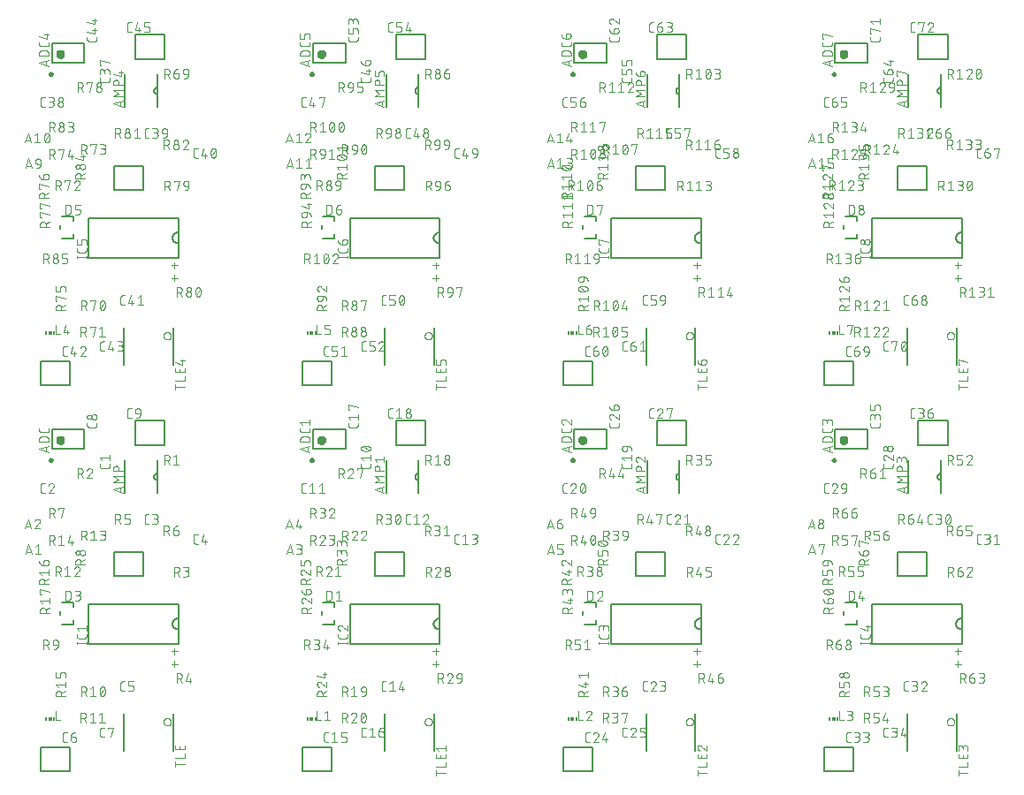
<source format=gbr>
G04 EAGLE Gerber RS-274X export*
G75*
%MOMM*%
%FSLAX34Y34*%
%LPD*%
%INSilkscreen Top*%
%IPPOS*%
%AMOC8*
5,1,8,0,0,1.08239X$1,22.5*%
G01*
%ADD10C,0.076200*%
%ADD11C,0.150000*%
%ADD12C,0.400000*%
%ADD13C,0.250000*%
%ADD14C,0.152400*%
%ADD15C,0.203200*%
%ADD16C,0.127000*%
%ADD17R,0.150000X0.300000*%
%ADD18R,0.300000X0.300000*%
%ADD19C,0.101600*%
%ADD20C,0.050800*%


D10*
X179026Y108381D02*
X179026Y114540D01*
X182106Y111460D02*
X175947Y111460D01*
X179026Y120381D02*
X179026Y126540D01*
X182106Y123460D02*
X175947Y123460D01*
X429039Y114540D02*
X429039Y108381D01*
X432118Y111460D02*
X425959Y111460D01*
X429039Y120381D02*
X429039Y126540D01*
X432118Y123460D02*
X425959Y123460D01*
X679025Y114540D02*
X679025Y108381D01*
X675946Y111460D02*
X682105Y111460D01*
X679025Y120381D02*
X679025Y126540D01*
X682105Y123460D02*
X675946Y123460D01*
X929038Y114540D02*
X929038Y108381D01*
X932117Y111460D02*
X925958Y111460D01*
X929038Y120381D02*
X929038Y126540D01*
X932117Y123460D02*
X925958Y123460D01*
X179026Y478383D02*
X179026Y484541D01*
X175947Y481462D02*
X182106Y481462D01*
X179026Y490383D02*
X179026Y496541D01*
X175947Y493462D02*
X182106Y493462D01*
X429039Y484541D02*
X429039Y478383D01*
X432118Y481462D02*
X425959Y481462D01*
X429039Y490383D02*
X429039Y496541D01*
X432118Y493462D02*
X425959Y493462D01*
X679025Y484541D02*
X679025Y478383D01*
X675946Y481462D02*
X682105Y481462D01*
X679025Y490383D02*
X679025Y496541D01*
X675946Y493462D02*
X682105Y493462D01*
X929038Y484541D02*
X929038Y478383D01*
X932117Y481462D02*
X925958Y481462D01*
X929038Y490383D02*
X929038Y496541D01*
X932117Y493462D02*
X925958Y493462D01*
D11*
X92500Y336000D02*
X92500Y318000D01*
X61500Y318000D02*
X61500Y336000D01*
X92500Y336000D01*
X92500Y318000D02*
X61500Y318000D01*
D12*
X67500Y326000D02*
X67502Y326089D01*
X67508Y326178D01*
X67518Y326267D01*
X67532Y326355D01*
X67549Y326442D01*
X67571Y326528D01*
X67597Y326614D01*
X67626Y326698D01*
X67659Y326781D01*
X67695Y326862D01*
X67736Y326942D01*
X67779Y327019D01*
X67826Y327095D01*
X67877Y327168D01*
X67930Y327239D01*
X67987Y327308D01*
X68047Y327374D01*
X68110Y327438D01*
X68175Y327498D01*
X68243Y327556D01*
X68314Y327610D01*
X68387Y327661D01*
X68462Y327709D01*
X68539Y327754D01*
X68618Y327795D01*
X68699Y327832D01*
X68781Y327866D01*
X68865Y327897D01*
X68950Y327923D01*
X69036Y327946D01*
X69123Y327964D01*
X69211Y327979D01*
X69300Y327990D01*
X69389Y327997D01*
X69478Y328000D01*
X69567Y327999D01*
X69656Y327994D01*
X69744Y327985D01*
X69833Y327972D01*
X69920Y327955D01*
X70007Y327935D01*
X70093Y327910D01*
X70177Y327882D01*
X70260Y327850D01*
X70342Y327814D01*
X70422Y327775D01*
X70500Y327732D01*
X70576Y327686D01*
X70650Y327636D01*
X70722Y327583D01*
X70791Y327527D01*
X70858Y327468D01*
X70922Y327406D01*
X70983Y327342D01*
X71042Y327274D01*
X71097Y327204D01*
X71149Y327132D01*
X71198Y327057D01*
X71243Y326981D01*
X71285Y326902D01*
X71323Y326822D01*
X71358Y326740D01*
X71389Y326656D01*
X71417Y326571D01*
X71440Y326485D01*
X71460Y326398D01*
X71476Y326311D01*
X71488Y326222D01*
X71496Y326134D01*
X71500Y326045D01*
X71500Y325955D01*
X71496Y325866D01*
X71488Y325778D01*
X71476Y325689D01*
X71460Y325602D01*
X71440Y325515D01*
X71417Y325429D01*
X71389Y325344D01*
X71358Y325260D01*
X71323Y325178D01*
X71285Y325098D01*
X71243Y325019D01*
X71198Y324943D01*
X71149Y324868D01*
X71097Y324796D01*
X71042Y324726D01*
X70983Y324658D01*
X70922Y324594D01*
X70858Y324532D01*
X70791Y324473D01*
X70722Y324417D01*
X70650Y324364D01*
X70576Y324314D01*
X70500Y324268D01*
X70422Y324225D01*
X70342Y324186D01*
X70260Y324150D01*
X70177Y324118D01*
X70093Y324090D01*
X70007Y324065D01*
X69920Y324045D01*
X69833Y324028D01*
X69744Y324015D01*
X69656Y324006D01*
X69567Y324001D01*
X69478Y324000D01*
X69389Y324003D01*
X69300Y324010D01*
X69211Y324021D01*
X69123Y324036D01*
X69036Y324054D01*
X68950Y324077D01*
X68865Y324103D01*
X68781Y324134D01*
X68699Y324168D01*
X68618Y324205D01*
X68539Y324246D01*
X68462Y324291D01*
X68387Y324339D01*
X68314Y324390D01*
X68243Y324444D01*
X68175Y324502D01*
X68110Y324562D01*
X68047Y324626D01*
X67987Y324692D01*
X67930Y324761D01*
X67877Y324832D01*
X67826Y324905D01*
X67779Y324981D01*
X67736Y325058D01*
X67695Y325138D01*
X67659Y325219D01*
X67626Y325302D01*
X67597Y325386D01*
X67571Y325472D01*
X67549Y325558D01*
X67532Y325645D01*
X67518Y325733D01*
X67508Y325822D01*
X67502Y325911D01*
X67500Y326000D01*
D13*
X59000Y306750D02*
X59002Y306820D01*
X59008Y306890D01*
X59018Y306959D01*
X59031Y307028D01*
X59049Y307096D01*
X59070Y307163D01*
X59095Y307228D01*
X59124Y307292D01*
X59156Y307355D01*
X59192Y307415D01*
X59231Y307473D01*
X59273Y307529D01*
X59318Y307583D01*
X59366Y307634D01*
X59417Y307682D01*
X59471Y307727D01*
X59527Y307769D01*
X59585Y307808D01*
X59645Y307844D01*
X59708Y307876D01*
X59772Y307905D01*
X59837Y307930D01*
X59904Y307951D01*
X59972Y307969D01*
X60041Y307982D01*
X60110Y307992D01*
X60180Y307998D01*
X60250Y308000D01*
X60320Y307998D01*
X60390Y307992D01*
X60459Y307982D01*
X60528Y307969D01*
X60596Y307951D01*
X60663Y307930D01*
X60728Y307905D01*
X60792Y307876D01*
X60855Y307844D01*
X60915Y307808D01*
X60973Y307769D01*
X61029Y307727D01*
X61083Y307682D01*
X61134Y307634D01*
X61182Y307583D01*
X61227Y307529D01*
X61269Y307473D01*
X61308Y307415D01*
X61344Y307355D01*
X61376Y307292D01*
X61405Y307228D01*
X61430Y307163D01*
X61451Y307096D01*
X61469Y307028D01*
X61482Y306959D01*
X61492Y306890D01*
X61498Y306820D01*
X61500Y306750D01*
X61498Y306680D01*
X61492Y306610D01*
X61482Y306541D01*
X61469Y306472D01*
X61451Y306404D01*
X61430Y306337D01*
X61405Y306272D01*
X61376Y306208D01*
X61344Y306145D01*
X61308Y306085D01*
X61269Y306027D01*
X61227Y305971D01*
X61182Y305917D01*
X61134Y305866D01*
X61083Y305818D01*
X61029Y305773D01*
X60973Y305731D01*
X60915Y305692D01*
X60855Y305656D01*
X60792Y305624D01*
X60728Y305595D01*
X60663Y305570D01*
X60596Y305549D01*
X60528Y305531D01*
X60459Y305518D01*
X60390Y305508D01*
X60320Y305502D01*
X60250Y305500D01*
X60180Y305502D01*
X60110Y305508D01*
X60041Y305518D01*
X59972Y305531D01*
X59904Y305549D01*
X59837Y305570D01*
X59772Y305595D01*
X59708Y305624D01*
X59645Y305656D01*
X59585Y305692D01*
X59527Y305731D01*
X59471Y305773D01*
X59417Y305818D01*
X59366Y305866D01*
X59318Y305917D01*
X59273Y305971D01*
X59231Y306027D01*
X59192Y306085D01*
X59156Y306145D01*
X59124Y306208D01*
X59095Y306272D01*
X59070Y306337D01*
X59049Y306404D01*
X59031Y306472D01*
X59018Y306541D01*
X59008Y306610D01*
X59002Y306680D01*
X59000Y306750D01*
D10*
X58453Y314306D02*
X49215Y317385D01*
X58453Y320465D01*
X56143Y319695D02*
X56143Y315076D01*
X58453Y324119D02*
X49215Y324119D01*
X49215Y326685D01*
X49217Y326783D01*
X49223Y326881D01*
X49232Y326979D01*
X49245Y327077D01*
X49262Y327174D01*
X49282Y327270D01*
X49307Y327365D01*
X49335Y327459D01*
X49366Y327552D01*
X49401Y327644D01*
X49440Y327735D01*
X49481Y327824D01*
X49527Y327911D01*
X49575Y327996D01*
X49627Y328080D01*
X49682Y328161D01*
X49740Y328241D01*
X49801Y328318D01*
X49865Y328392D01*
X49932Y328464D01*
X50002Y328534D01*
X50074Y328601D01*
X50148Y328665D01*
X50225Y328726D01*
X50305Y328784D01*
X50386Y328839D01*
X50470Y328891D01*
X50555Y328939D01*
X50642Y328985D01*
X50731Y329026D01*
X50822Y329065D01*
X50914Y329100D01*
X51007Y329131D01*
X51101Y329159D01*
X51196Y329184D01*
X51292Y329204D01*
X51389Y329221D01*
X51487Y329234D01*
X51585Y329243D01*
X51683Y329249D01*
X51781Y329251D01*
X55887Y329251D01*
X55985Y329249D01*
X56083Y329243D01*
X56181Y329234D01*
X56279Y329221D01*
X56376Y329204D01*
X56472Y329184D01*
X56567Y329159D01*
X56661Y329131D01*
X56754Y329100D01*
X56846Y329065D01*
X56937Y329026D01*
X57026Y328985D01*
X57113Y328939D01*
X57198Y328891D01*
X57282Y328839D01*
X57363Y328784D01*
X57443Y328726D01*
X57520Y328665D01*
X57594Y328601D01*
X57666Y328534D01*
X57736Y328464D01*
X57803Y328392D01*
X57867Y328318D01*
X57928Y328241D01*
X57986Y328161D01*
X58041Y328080D01*
X58093Y327996D01*
X58141Y327911D01*
X58187Y327824D01*
X58228Y327735D01*
X58267Y327644D01*
X58302Y327552D01*
X58333Y327459D01*
X58361Y327365D01*
X58386Y327270D01*
X58406Y327174D01*
X58423Y327077D01*
X58436Y326979D01*
X58445Y326881D01*
X58451Y326783D01*
X58453Y326685D01*
X58453Y324119D01*
X58453Y335446D02*
X58453Y337499D01*
X58453Y335446D02*
X58451Y335356D01*
X58445Y335267D01*
X58435Y335178D01*
X58422Y335090D01*
X58404Y335002D01*
X58383Y334915D01*
X58358Y334829D01*
X58329Y334744D01*
X58297Y334660D01*
X58261Y334578D01*
X58221Y334498D01*
X58178Y334420D01*
X58131Y334343D01*
X58082Y334268D01*
X58029Y334196D01*
X57973Y334126D01*
X57914Y334059D01*
X57852Y333994D01*
X57787Y333932D01*
X57720Y333873D01*
X57650Y333817D01*
X57578Y333764D01*
X57503Y333715D01*
X57427Y333668D01*
X57348Y333625D01*
X57268Y333585D01*
X57186Y333549D01*
X57102Y333517D01*
X57017Y333488D01*
X56931Y333463D01*
X56844Y333442D01*
X56756Y333424D01*
X56668Y333411D01*
X56579Y333401D01*
X56490Y333395D01*
X56400Y333393D01*
X56400Y333394D02*
X51268Y333394D01*
X51178Y333396D01*
X51089Y333402D01*
X51000Y333412D01*
X50912Y333425D01*
X50824Y333443D01*
X50737Y333464D01*
X50651Y333489D01*
X50566Y333518D01*
X50482Y333550D01*
X50400Y333586D01*
X50320Y333626D01*
X50242Y333669D01*
X50165Y333716D01*
X50090Y333765D01*
X50018Y333818D01*
X49948Y333874D01*
X49881Y333933D01*
X49816Y333995D01*
X49754Y334060D01*
X49695Y334127D01*
X49639Y334197D01*
X49586Y334269D01*
X49537Y334344D01*
X49490Y334420D01*
X49447Y334499D01*
X49407Y334579D01*
X49371Y334661D01*
X49339Y334745D01*
X49310Y334830D01*
X49285Y334916D01*
X49264Y335003D01*
X49246Y335090D01*
X49233Y335179D01*
X49223Y335268D01*
X49217Y335357D01*
X49215Y335447D01*
X49215Y335446D02*
X49215Y337499D01*
X116610Y302995D02*
X116610Y300942D01*
X116608Y300852D01*
X116602Y300763D01*
X116592Y300674D01*
X116579Y300586D01*
X116561Y300498D01*
X116540Y300411D01*
X116515Y300325D01*
X116486Y300240D01*
X116454Y300156D01*
X116418Y300074D01*
X116378Y299994D01*
X116335Y299916D01*
X116288Y299839D01*
X116239Y299764D01*
X116186Y299692D01*
X116130Y299622D01*
X116071Y299555D01*
X116009Y299490D01*
X115944Y299428D01*
X115877Y299369D01*
X115807Y299313D01*
X115735Y299260D01*
X115660Y299211D01*
X115584Y299164D01*
X115505Y299121D01*
X115425Y299081D01*
X115343Y299045D01*
X115259Y299013D01*
X115174Y298984D01*
X115088Y298959D01*
X115001Y298938D01*
X114913Y298920D01*
X114825Y298907D01*
X114736Y298897D01*
X114647Y298891D01*
X114557Y298889D01*
X109425Y298889D01*
X109335Y298891D01*
X109246Y298897D01*
X109157Y298907D01*
X109069Y298920D01*
X108981Y298938D01*
X108894Y298959D01*
X108808Y298984D01*
X108723Y299013D01*
X108639Y299045D01*
X108557Y299081D01*
X108477Y299121D01*
X108399Y299164D01*
X108322Y299211D01*
X108247Y299260D01*
X108175Y299313D01*
X108105Y299369D01*
X108038Y299428D01*
X107973Y299490D01*
X107911Y299555D01*
X107852Y299622D01*
X107796Y299692D01*
X107743Y299764D01*
X107694Y299839D01*
X107647Y299915D01*
X107604Y299994D01*
X107564Y300074D01*
X107528Y300156D01*
X107496Y300240D01*
X107467Y300325D01*
X107442Y300411D01*
X107421Y300498D01*
X107403Y300585D01*
X107390Y300674D01*
X107380Y300763D01*
X107374Y300852D01*
X107372Y300942D01*
X107372Y302995D01*
X109425Y306415D02*
X107372Y308981D01*
X116610Y308981D01*
X116610Y306415D02*
X116610Y311547D01*
X54834Y275370D02*
X52782Y275370D01*
X52692Y275372D01*
X52603Y275378D01*
X52514Y275388D01*
X52426Y275401D01*
X52338Y275419D01*
X52251Y275440D01*
X52165Y275465D01*
X52080Y275494D01*
X51996Y275526D01*
X51914Y275562D01*
X51834Y275602D01*
X51756Y275645D01*
X51679Y275692D01*
X51604Y275741D01*
X51532Y275794D01*
X51462Y275850D01*
X51395Y275909D01*
X51330Y275971D01*
X51268Y276036D01*
X51209Y276103D01*
X51153Y276173D01*
X51100Y276245D01*
X51051Y276320D01*
X51004Y276397D01*
X50961Y276475D01*
X50921Y276555D01*
X50885Y276637D01*
X50853Y276721D01*
X50824Y276806D01*
X50799Y276892D01*
X50778Y276979D01*
X50760Y277067D01*
X50747Y277155D01*
X50737Y277244D01*
X50731Y277333D01*
X50729Y277423D01*
X50729Y282555D01*
X50731Y282645D01*
X50737Y282734D01*
X50747Y282823D01*
X50760Y282911D01*
X50778Y282999D01*
X50799Y283086D01*
X50824Y283172D01*
X50853Y283257D01*
X50885Y283341D01*
X50921Y283423D01*
X50961Y283503D01*
X51004Y283581D01*
X51051Y283658D01*
X51100Y283733D01*
X51153Y283805D01*
X51209Y283875D01*
X51268Y283942D01*
X51330Y284007D01*
X51395Y284069D01*
X51462Y284128D01*
X51532Y284184D01*
X51604Y284237D01*
X51679Y284286D01*
X51755Y284333D01*
X51834Y284376D01*
X51914Y284416D01*
X51996Y284452D01*
X52080Y284484D01*
X52165Y284513D01*
X52251Y284538D01*
X52338Y284559D01*
X52425Y284577D01*
X52514Y284590D01*
X52603Y284600D01*
X52692Y284606D01*
X52782Y284608D01*
X54834Y284608D01*
X61077Y284609D02*
X61170Y284607D01*
X61263Y284602D01*
X61355Y284592D01*
X61448Y284579D01*
X61539Y284562D01*
X61630Y284542D01*
X61720Y284518D01*
X61809Y284490D01*
X61896Y284459D01*
X61982Y284424D01*
X62067Y284386D01*
X62151Y284344D01*
X62232Y284300D01*
X62312Y284251D01*
X62389Y284200D01*
X62465Y284146D01*
X62538Y284088D01*
X62609Y284028D01*
X62677Y283965D01*
X62743Y283899D01*
X62806Y283831D01*
X62866Y283760D01*
X62924Y283687D01*
X62978Y283611D01*
X63029Y283534D01*
X63078Y283454D01*
X63122Y283373D01*
X63164Y283289D01*
X63202Y283204D01*
X63237Y283118D01*
X63268Y283031D01*
X63296Y282942D01*
X63320Y282852D01*
X63340Y282761D01*
X63357Y282670D01*
X63370Y282577D01*
X63380Y282485D01*
X63385Y282392D01*
X63387Y282299D01*
X61077Y284608D02*
X60970Y284606D01*
X60864Y284600D01*
X60758Y284591D01*
X60652Y284577D01*
X60547Y284560D01*
X60442Y284539D01*
X60339Y284515D01*
X60236Y284486D01*
X60134Y284454D01*
X60034Y284419D01*
X59935Y284379D01*
X59837Y284336D01*
X59741Y284290D01*
X59647Y284240D01*
X59554Y284187D01*
X59464Y284131D01*
X59375Y284071D01*
X59289Y284009D01*
X59205Y283943D01*
X59124Y283874D01*
X59045Y283803D01*
X58968Y283728D01*
X58895Y283651D01*
X58824Y283572D01*
X58756Y283489D01*
X58691Y283405D01*
X58629Y283318D01*
X58571Y283229D01*
X58515Y283138D01*
X58463Y283045D01*
X58414Y282950D01*
X58369Y282854D01*
X58327Y282755D01*
X58289Y282656D01*
X58254Y282555D01*
X62617Y280502D02*
X62685Y280570D01*
X62750Y280640D01*
X62813Y280712D01*
X62873Y280787D01*
X62930Y280864D01*
X62983Y280943D01*
X63034Y281024D01*
X63082Y281107D01*
X63126Y281191D01*
X63167Y281278D01*
X63205Y281366D01*
X63239Y281455D01*
X63270Y281546D01*
X63297Y281637D01*
X63321Y281730D01*
X63341Y281824D01*
X63358Y281918D01*
X63370Y282013D01*
X63380Y282108D01*
X63385Y282203D01*
X63387Y282299D01*
X62617Y280502D02*
X58254Y275370D01*
X63386Y275370D01*
X152416Y245566D02*
X154469Y245566D01*
X152416Y245566D02*
X152326Y245568D01*
X152237Y245574D01*
X152148Y245584D01*
X152060Y245597D01*
X151972Y245615D01*
X151885Y245636D01*
X151799Y245661D01*
X151714Y245690D01*
X151630Y245722D01*
X151548Y245758D01*
X151468Y245798D01*
X151390Y245841D01*
X151313Y245888D01*
X151238Y245937D01*
X151166Y245990D01*
X151096Y246046D01*
X151029Y246105D01*
X150964Y246167D01*
X150902Y246232D01*
X150843Y246299D01*
X150787Y246369D01*
X150734Y246441D01*
X150685Y246516D01*
X150638Y246593D01*
X150595Y246671D01*
X150555Y246751D01*
X150519Y246833D01*
X150487Y246917D01*
X150458Y247002D01*
X150433Y247088D01*
X150412Y247175D01*
X150394Y247263D01*
X150381Y247351D01*
X150371Y247440D01*
X150365Y247529D01*
X150363Y247619D01*
X150363Y252751D01*
X150365Y252841D01*
X150371Y252930D01*
X150381Y253019D01*
X150394Y253107D01*
X150412Y253195D01*
X150433Y253282D01*
X150458Y253368D01*
X150487Y253453D01*
X150519Y253537D01*
X150555Y253619D01*
X150595Y253699D01*
X150638Y253777D01*
X150685Y253854D01*
X150734Y253929D01*
X150787Y254001D01*
X150843Y254071D01*
X150902Y254138D01*
X150964Y254203D01*
X151029Y254265D01*
X151096Y254324D01*
X151166Y254380D01*
X151238Y254433D01*
X151313Y254482D01*
X151389Y254529D01*
X151468Y254572D01*
X151548Y254612D01*
X151630Y254648D01*
X151714Y254680D01*
X151799Y254709D01*
X151885Y254734D01*
X151972Y254755D01*
X152059Y254773D01*
X152148Y254786D01*
X152237Y254796D01*
X152326Y254802D01*
X152416Y254804D01*
X154469Y254804D01*
X157889Y245566D02*
X160455Y245566D01*
X160554Y245568D01*
X160654Y245574D01*
X160753Y245583D01*
X160851Y245597D01*
X160949Y245614D01*
X161047Y245635D01*
X161143Y245660D01*
X161238Y245689D01*
X161333Y245721D01*
X161425Y245757D01*
X161517Y245796D01*
X161607Y245839D01*
X161695Y245885D01*
X161781Y245935D01*
X161865Y245988D01*
X161947Y246044D01*
X162027Y246104D01*
X162104Y246166D01*
X162179Y246232D01*
X162252Y246300D01*
X162321Y246371D01*
X162388Y246445D01*
X162452Y246521D01*
X162513Y246600D01*
X162571Y246681D01*
X162626Y246764D01*
X162677Y246849D01*
X162725Y246936D01*
X162770Y247025D01*
X162811Y247116D01*
X162849Y247208D01*
X162883Y247301D01*
X162913Y247396D01*
X162940Y247492D01*
X162963Y247589D01*
X162982Y247686D01*
X162997Y247785D01*
X163009Y247884D01*
X163017Y247983D01*
X163021Y248082D01*
X163021Y248182D01*
X163017Y248281D01*
X163009Y248380D01*
X162997Y248479D01*
X162982Y248578D01*
X162963Y248675D01*
X162940Y248772D01*
X162913Y248868D01*
X162883Y248963D01*
X162849Y249056D01*
X162811Y249148D01*
X162770Y249239D01*
X162725Y249328D01*
X162677Y249415D01*
X162626Y249500D01*
X162571Y249583D01*
X162513Y249664D01*
X162452Y249743D01*
X162388Y249819D01*
X162321Y249893D01*
X162252Y249964D01*
X162179Y250032D01*
X162104Y250098D01*
X162027Y250160D01*
X161947Y250220D01*
X161865Y250276D01*
X161781Y250329D01*
X161695Y250379D01*
X161607Y250425D01*
X161517Y250468D01*
X161425Y250507D01*
X161333Y250543D01*
X161238Y250575D01*
X161143Y250604D01*
X161047Y250629D01*
X160949Y250650D01*
X160851Y250667D01*
X160753Y250681D01*
X160654Y250690D01*
X160554Y250696D01*
X160455Y250698D01*
X160968Y254804D02*
X157889Y254804D01*
X160968Y254804D02*
X161058Y254802D01*
X161147Y254796D01*
X161236Y254786D01*
X161324Y254773D01*
X161412Y254755D01*
X161499Y254734D01*
X161585Y254709D01*
X161670Y254680D01*
X161754Y254648D01*
X161836Y254612D01*
X161916Y254572D01*
X161995Y254529D01*
X162071Y254482D01*
X162146Y254433D01*
X162218Y254380D01*
X162288Y254324D01*
X162355Y254265D01*
X162420Y254203D01*
X162482Y254138D01*
X162541Y254071D01*
X162597Y254001D01*
X162650Y253929D01*
X162699Y253854D01*
X162746Y253778D01*
X162789Y253699D01*
X162829Y253619D01*
X162865Y253537D01*
X162897Y253453D01*
X162926Y253368D01*
X162951Y253282D01*
X162972Y253195D01*
X162990Y253107D01*
X163003Y253019D01*
X163013Y252930D01*
X163019Y252841D01*
X163021Y252751D01*
X163019Y252661D01*
X163013Y252572D01*
X163003Y252483D01*
X162990Y252395D01*
X162972Y252307D01*
X162951Y252220D01*
X162926Y252134D01*
X162897Y252049D01*
X162865Y251965D01*
X162829Y251883D01*
X162789Y251803D01*
X162746Y251725D01*
X162699Y251648D01*
X162650Y251573D01*
X162597Y251501D01*
X162541Y251431D01*
X162482Y251364D01*
X162420Y251299D01*
X162355Y251237D01*
X162288Y251178D01*
X162218Y251122D01*
X162146Y251069D01*
X162071Y251020D01*
X161995Y250973D01*
X161916Y250930D01*
X161836Y250890D01*
X161754Y250854D01*
X161670Y250822D01*
X161585Y250793D01*
X161499Y250768D01*
X161412Y250747D01*
X161324Y250729D01*
X161236Y250716D01*
X161147Y250706D01*
X161058Y250700D01*
X160968Y250698D01*
X160968Y250699D02*
X158915Y250699D01*
X199138Y226651D02*
X201191Y226651D01*
X199138Y226651D02*
X199048Y226653D01*
X198959Y226659D01*
X198870Y226669D01*
X198782Y226682D01*
X198694Y226700D01*
X198607Y226721D01*
X198521Y226746D01*
X198436Y226775D01*
X198352Y226807D01*
X198270Y226843D01*
X198190Y226883D01*
X198112Y226926D01*
X198035Y226973D01*
X197960Y227022D01*
X197888Y227075D01*
X197818Y227131D01*
X197751Y227190D01*
X197686Y227252D01*
X197624Y227317D01*
X197565Y227384D01*
X197509Y227454D01*
X197456Y227526D01*
X197407Y227601D01*
X197360Y227678D01*
X197317Y227756D01*
X197277Y227836D01*
X197241Y227918D01*
X197209Y228002D01*
X197180Y228087D01*
X197155Y228173D01*
X197134Y228260D01*
X197116Y228348D01*
X197103Y228436D01*
X197093Y228525D01*
X197087Y228614D01*
X197085Y228704D01*
X197086Y228704D02*
X197086Y233836D01*
X197085Y233836D02*
X197087Y233926D01*
X197093Y234015D01*
X197103Y234104D01*
X197116Y234192D01*
X197134Y234280D01*
X197155Y234367D01*
X197180Y234453D01*
X197209Y234538D01*
X197241Y234622D01*
X197277Y234704D01*
X197317Y234784D01*
X197360Y234862D01*
X197407Y234939D01*
X197456Y235014D01*
X197509Y235086D01*
X197565Y235156D01*
X197624Y235223D01*
X197686Y235288D01*
X197751Y235350D01*
X197818Y235409D01*
X197888Y235465D01*
X197960Y235518D01*
X198035Y235567D01*
X198111Y235614D01*
X198190Y235657D01*
X198270Y235697D01*
X198352Y235733D01*
X198436Y235765D01*
X198521Y235794D01*
X198607Y235819D01*
X198694Y235840D01*
X198781Y235858D01*
X198870Y235871D01*
X198959Y235881D01*
X199048Y235887D01*
X199138Y235889D01*
X201191Y235889D01*
X206664Y235889D02*
X204611Y228704D01*
X209743Y228704D01*
X208204Y230757D02*
X208204Y226651D01*
X131389Y85613D02*
X129336Y85613D01*
X129336Y85612D02*
X129246Y85614D01*
X129157Y85620D01*
X129068Y85630D01*
X128980Y85643D01*
X128892Y85661D01*
X128805Y85682D01*
X128719Y85707D01*
X128634Y85736D01*
X128550Y85768D01*
X128468Y85804D01*
X128388Y85844D01*
X128310Y85887D01*
X128233Y85934D01*
X128158Y85983D01*
X128086Y86036D01*
X128016Y86092D01*
X127949Y86151D01*
X127884Y86213D01*
X127822Y86278D01*
X127763Y86345D01*
X127707Y86415D01*
X127654Y86487D01*
X127605Y86562D01*
X127558Y86639D01*
X127515Y86717D01*
X127475Y86797D01*
X127439Y86879D01*
X127407Y86963D01*
X127378Y87048D01*
X127353Y87134D01*
X127332Y87221D01*
X127314Y87309D01*
X127301Y87397D01*
X127291Y87486D01*
X127285Y87575D01*
X127283Y87665D01*
X127283Y92798D01*
X127285Y92888D01*
X127291Y92977D01*
X127301Y93066D01*
X127314Y93154D01*
X127332Y93242D01*
X127353Y93329D01*
X127378Y93415D01*
X127407Y93500D01*
X127439Y93584D01*
X127475Y93666D01*
X127515Y93746D01*
X127558Y93824D01*
X127605Y93901D01*
X127654Y93976D01*
X127707Y94048D01*
X127763Y94118D01*
X127822Y94185D01*
X127884Y94250D01*
X127949Y94312D01*
X128016Y94371D01*
X128086Y94427D01*
X128158Y94480D01*
X128233Y94529D01*
X128309Y94576D01*
X128388Y94619D01*
X128468Y94659D01*
X128550Y94695D01*
X128634Y94727D01*
X128719Y94756D01*
X128805Y94781D01*
X128892Y94802D01*
X128979Y94820D01*
X129068Y94833D01*
X129157Y94843D01*
X129246Y94849D01*
X129336Y94851D01*
X131389Y94851D01*
X134809Y85613D02*
X137888Y85613D01*
X137888Y85612D02*
X137978Y85614D01*
X138067Y85620D01*
X138156Y85630D01*
X138244Y85643D01*
X138332Y85661D01*
X138419Y85682D01*
X138505Y85707D01*
X138590Y85736D01*
X138674Y85768D01*
X138756Y85804D01*
X138836Y85844D01*
X138914Y85887D01*
X138991Y85934D01*
X139066Y85983D01*
X139138Y86036D01*
X139208Y86092D01*
X139275Y86151D01*
X139340Y86213D01*
X139402Y86278D01*
X139461Y86345D01*
X139517Y86415D01*
X139570Y86487D01*
X139619Y86562D01*
X139666Y86638D01*
X139709Y86717D01*
X139749Y86797D01*
X139785Y86879D01*
X139817Y86963D01*
X139846Y87048D01*
X139871Y87134D01*
X139892Y87221D01*
X139910Y87308D01*
X139923Y87397D01*
X139933Y87486D01*
X139939Y87575D01*
X139941Y87665D01*
X139941Y88692D01*
X139939Y88782D01*
X139933Y88871D01*
X139923Y88960D01*
X139910Y89048D01*
X139892Y89136D01*
X139871Y89223D01*
X139846Y89309D01*
X139817Y89394D01*
X139785Y89478D01*
X139749Y89560D01*
X139709Y89640D01*
X139666Y89719D01*
X139619Y89795D01*
X139570Y89870D01*
X139517Y89942D01*
X139461Y90012D01*
X139402Y90079D01*
X139340Y90144D01*
X139275Y90206D01*
X139208Y90265D01*
X139138Y90321D01*
X139066Y90374D01*
X138991Y90423D01*
X138915Y90470D01*
X138836Y90513D01*
X138756Y90553D01*
X138674Y90589D01*
X138590Y90621D01*
X138505Y90650D01*
X138419Y90675D01*
X138332Y90696D01*
X138244Y90714D01*
X138156Y90727D01*
X138067Y90737D01*
X137978Y90743D01*
X137888Y90745D01*
X134809Y90745D01*
X134809Y94851D01*
X139941Y94851D01*
X76204Y36704D02*
X74151Y36704D01*
X74061Y36706D01*
X73972Y36712D01*
X73883Y36722D01*
X73795Y36735D01*
X73707Y36753D01*
X73620Y36774D01*
X73534Y36799D01*
X73449Y36828D01*
X73365Y36860D01*
X73283Y36896D01*
X73203Y36936D01*
X73125Y36979D01*
X73048Y37026D01*
X72973Y37075D01*
X72901Y37128D01*
X72831Y37184D01*
X72764Y37243D01*
X72699Y37305D01*
X72637Y37370D01*
X72578Y37437D01*
X72522Y37507D01*
X72469Y37579D01*
X72420Y37654D01*
X72373Y37731D01*
X72330Y37809D01*
X72290Y37889D01*
X72254Y37971D01*
X72222Y38055D01*
X72193Y38140D01*
X72168Y38226D01*
X72147Y38313D01*
X72129Y38401D01*
X72116Y38489D01*
X72106Y38578D01*
X72100Y38667D01*
X72098Y38757D01*
X72099Y38757D02*
X72099Y43889D01*
X72101Y43979D01*
X72107Y44068D01*
X72117Y44157D01*
X72130Y44245D01*
X72148Y44333D01*
X72169Y44420D01*
X72194Y44506D01*
X72223Y44591D01*
X72255Y44675D01*
X72291Y44757D01*
X72331Y44837D01*
X72374Y44915D01*
X72421Y44992D01*
X72470Y45067D01*
X72523Y45139D01*
X72579Y45209D01*
X72638Y45276D01*
X72700Y45341D01*
X72765Y45403D01*
X72832Y45462D01*
X72902Y45518D01*
X72974Y45571D01*
X73049Y45620D01*
X73125Y45667D01*
X73204Y45710D01*
X73284Y45750D01*
X73366Y45786D01*
X73450Y45818D01*
X73535Y45847D01*
X73621Y45872D01*
X73708Y45893D01*
X73795Y45911D01*
X73884Y45924D01*
X73973Y45934D01*
X74062Y45940D01*
X74152Y45942D01*
X74151Y45942D02*
X76204Y45942D01*
X79624Y41836D02*
X82703Y41836D01*
X82793Y41834D01*
X82882Y41828D01*
X82971Y41818D01*
X83059Y41805D01*
X83147Y41787D01*
X83234Y41766D01*
X83320Y41741D01*
X83405Y41712D01*
X83489Y41680D01*
X83571Y41644D01*
X83651Y41604D01*
X83730Y41561D01*
X83806Y41514D01*
X83881Y41465D01*
X83953Y41412D01*
X84023Y41356D01*
X84090Y41297D01*
X84155Y41235D01*
X84217Y41170D01*
X84276Y41103D01*
X84332Y41033D01*
X84385Y40961D01*
X84434Y40886D01*
X84481Y40810D01*
X84524Y40731D01*
X84564Y40651D01*
X84600Y40569D01*
X84632Y40485D01*
X84661Y40400D01*
X84686Y40314D01*
X84707Y40227D01*
X84725Y40139D01*
X84738Y40051D01*
X84748Y39962D01*
X84754Y39873D01*
X84756Y39783D01*
X84756Y39270D01*
X84754Y39171D01*
X84748Y39071D01*
X84739Y38972D01*
X84725Y38874D01*
X84708Y38776D01*
X84687Y38678D01*
X84662Y38582D01*
X84633Y38487D01*
X84601Y38392D01*
X84565Y38300D01*
X84526Y38208D01*
X84483Y38118D01*
X84437Y38030D01*
X84387Y37944D01*
X84334Y37860D01*
X84278Y37778D01*
X84218Y37698D01*
X84156Y37621D01*
X84090Y37546D01*
X84022Y37473D01*
X83951Y37404D01*
X83877Y37337D01*
X83801Y37273D01*
X83722Y37212D01*
X83641Y37154D01*
X83558Y37099D01*
X83473Y37048D01*
X83386Y37000D01*
X83297Y36955D01*
X83206Y36914D01*
X83114Y36876D01*
X83021Y36842D01*
X82926Y36812D01*
X82830Y36785D01*
X82733Y36762D01*
X82636Y36743D01*
X82537Y36728D01*
X82438Y36716D01*
X82339Y36708D01*
X82240Y36704D01*
X82140Y36704D01*
X82041Y36708D01*
X81942Y36716D01*
X81843Y36728D01*
X81744Y36743D01*
X81647Y36762D01*
X81550Y36785D01*
X81454Y36812D01*
X81359Y36842D01*
X81266Y36876D01*
X81174Y36914D01*
X81083Y36955D01*
X80994Y37000D01*
X80907Y37048D01*
X80822Y37099D01*
X80739Y37154D01*
X80658Y37212D01*
X80579Y37273D01*
X80503Y37337D01*
X80429Y37404D01*
X80358Y37473D01*
X80290Y37546D01*
X80224Y37621D01*
X80162Y37698D01*
X80102Y37778D01*
X80046Y37860D01*
X79993Y37944D01*
X79943Y38030D01*
X79897Y38118D01*
X79854Y38208D01*
X79815Y38300D01*
X79779Y38392D01*
X79747Y38487D01*
X79718Y38582D01*
X79693Y38678D01*
X79672Y38776D01*
X79655Y38874D01*
X79641Y38972D01*
X79632Y39071D01*
X79626Y39171D01*
X79624Y39270D01*
X79624Y41836D01*
X79626Y41962D01*
X79632Y42089D01*
X79642Y42215D01*
X79655Y42341D01*
X79673Y42466D01*
X79694Y42590D01*
X79719Y42714D01*
X79748Y42838D01*
X79781Y42960D01*
X79817Y43081D01*
X79857Y43201D01*
X79901Y43319D01*
X79949Y43436D01*
X80000Y43552D01*
X80054Y43666D01*
X80113Y43779D01*
X80174Y43889D01*
X80239Y43998D01*
X80307Y44104D01*
X80379Y44208D01*
X80453Y44310D01*
X80531Y44410D01*
X80612Y44507D01*
X80696Y44602D01*
X80782Y44694D01*
X80872Y44784D01*
X80964Y44870D01*
X81059Y44954D01*
X81156Y45035D01*
X81256Y45113D01*
X81358Y45187D01*
X81462Y45259D01*
X81568Y45327D01*
X81677Y45392D01*
X81787Y45453D01*
X81900Y45512D01*
X82014Y45566D01*
X82130Y45617D01*
X82247Y45665D01*
X82365Y45709D01*
X82485Y45749D01*
X82606Y45785D01*
X82728Y45818D01*
X82852Y45847D01*
X82975Y45872D01*
X83100Y45893D01*
X83225Y45911D01*
X83351Y45924D01*
X83477Y45934D01*
X83604Y45940D01*
X83730Y45942D01*
X109973Y41361D02*
X112026Y41361D01*
X109973Y41361D02*
X109883Y41363D01*
X109794Y41369D01*
X109705Y41379D01*
X109617Y41392D01*
X109529Y41410D01*
X109442Y41431D01*
X109356Y41456D01*
X109271Y41485D01*
X109187Y41517D01*
X109105Y41553D01*
X109025Y41593D01*
X108947Y41636D01*
X108870Y41683D01*
X108795Y41732D01*
X108723Y41785D01*
X108653Y41841D01*
X108586Y41900D01*
X108521Y41962D01*
X108459Y42027D01*
X108400Y42094D01*
X108344Y42164D01*
X108291Y42236D01*
X108242Y42311D01*
X108195Y42388D01*
X108152Y42466D01*
X108112Y42546D01*
X108076Y42628D01*
X108044Y42712D01*
X108015Y42797D01*
X107990Y42883D01*
X107969Y42970D01*
X107951Y43058D01*
X107938Y43146D01*
X107928Y43235D01*
X107922Y43324D01*
X107920Y43414D01*
X107920Y48546D01*
X107922Y48636D01*
X107928Y48725D01*
X107938Y48814D01*
X107951Y48902D01*
X107969Y48990D01*
X107990Y49077D01*
X108015Y49163D01*
X108044Y49248D01*
X108076Y49332D01*
X108112Y49414D01*
X108152Y49494D01*
X108195Y49572D01*
X108242Y49649D01*
X108291Y49724D01*
X108344Y49796D01*
X108400Y49866D01*
X108459Y49933D01*
X108521Y49998D01*
X108586Y50060D01*
X108653Y50119D01*
X108723Y50175D01*
X108795Y50228D01*
X108870Y50277D01*
X108946Y50324D01*
X109025Y50367D01*
X109105Y50407D01*
X109187Y50443D01*
X109271Y50475D01*
X109356Y50504D01*
X109442Y50529D01*
X109529Y50550D01*
X109616Y50568D01*
X109705Y50581D01*
X109794Y50591D01*
X109883Y50597D01*
X109973Y50599D01*
X112026Y50599D01*
X115446Y50599D02*
X115446Y49573D01*
X115446Y50599D02*
X120578Y50599D01*
X118012Y41361D01*
X104419Y340201D02*
X104419Y342254D01*
X104419Y340201D02*
X104417Y340111D01*
X104411Y340022D01*
X104401Y339933D01*
X104388Y339845D01*
X104370Y339757D01*
X104349Y339670D01*
X104324Y339584D01*
X104295Y339499D01*
X104263Y339415D01*
X104227Y339333D01*
X104187Y339253D01*
X104144Y339175D01*
X104097Y339098D01*
X104048Y339023D01*
X103995Y338951D01*
X103939Y338881D01*
X103880Y338814D01*
X103818Y338749D01*
X103753Y338687D01*
X103686Y338628D01*
X103616Y338572D01*
X103544Y338519D01*
X103469Y338470D01*
X103393Y338423D01*
X103314Y338380D01*
X103234Y338340D01*
X103152Y338304D01*
X103068Y338272D01*
X102983Y338243D01*
X102897Y338218D01*
X102810Y338197D01*
X102722Y338179D01*
X102634Y338166D01*
X102545Y338156D01*
X102456Y338150D01*
X102366Y338148D01*
X97234Y338148D01*
X97144Y338150D01*
X97055Y338156D01*
X96966Y338166D01*
X96878Y338179D01*
X96790Y338197D01*
X96703Y338218D01*
X96617Y338243D01*
X96532Y338272D01*
X96448Y338304D01*
X96366Y338340D01*
X96286Y338380D01*
X96208Y338423D01*
X96131Y338470D01*
X96056Y338519D01*
X95984Y338572D01*
X95914Y338628D01*
X95847Y338687D01*
X95782Y338749D01*
X95720Y338814D01*
X95661Y338881D01*
X95605Y338951D01*
X95552Y339023D01*
X95503Y339098D01*
X95456Y339174D01*
X95413Y339253D01*
X95373Y339333D01*
X95337Y339415D01*
X95305Y339499D01*
X95276Y339584D01*
X95251Y339670D01*
X95230Y339757D01*
X95212Y339844D01*
X95199Y339933D01*
X95189Y340022D01*
X95183Y340111D01*
X95181Y340201D01*
X95181Y342254D01*
X101853Y345674D02*
X101754Y345676D01*
X101654Y345682D01*
X101555Y345691D01*
X101457Y345705D01*
X101359Y345722D01*
X101261Y345743D01*
X101165Y345768D01*
X101070Y345797D01*
X100975Y345829D01*
X100883Y345865D01*
X100791Y345904D01*
X100701Y345947D01*
X100613Y345993D01*
X100527Y346043D01*
X100443Y346096D01*
X100361Y346152D01*
X100281Y346212D01*
X100204Y346274D01*
X100129Y346340D01*
X100056Y346408D01*
X99987Y346479D01*
X99920Y346553D01*
X99856Y346629D01*
X99795Y346708D01*
X99737Y346789D01*
X99682Y346872D01*
X99631Y346957D01*
X99583Y347044D01*
X99538Y347133D01*
X99497Y347224D01*
X99459Y347316D01*
X99425Y347409D01*
X99395Y347504D01*
X99368Y347600D01*
X99345Y347697D01*
X99326Y347794D01*
X99311Y347893D01*
X99299Y347992D01*
X99291Y348091D01*
X99287Y348190D01*
X99287Y348290D01*
X99291Y348389D01*
X99299Y348488D01*
X99311Y348587D01*
X99326Y348686D01*
X99345Y348783D01*
X99368Y348880D01*
X99395Y348976D01*
X99425Y349071D01*
X99459Y349164D01*
X99497Y349256D01*
X99538Y349347D01*
X99583Y349436D01*
X99631Y349523D01*
X99682Y349608D01*
X99737Y349691D01*
X99795Y349772D01*
X99856Y349851D01*
X99920Y349927D01*
X99987Y350001D01*
X100056Y350072D01*
X100129Y350140D01*
X100204Y350206D01*
X100281Y350268D01*
X100361Y350328D01*
X100443Y350384D01*
X100527Y350437D01*
X100613Y350487D01*
X100701Y350533D01*
X100791Y350576D01*
X100883Y350615D01*
X100975Y350651D01*
X101070Y350683D01*
X101165Y350712D01*
X101261Y350737D01*
X101359Y350758D01*
X101457Y350775D01*
X101555Y350789D01*
X101654Y350798D01*
X101754Y350804D01*
X101853Y350806D01*
X101952Y350804D01*
X102052Y350798D01*
X102151Y350789D01*
X102249Y350775D01*
X102347Y350758D01*
X102445Y350737D01*
X102541Y350712D01*
X102636Y350683D01*
X102731Y350651D01*
X102823Y350615D01*
X102915Y350576D01*
X103005Y350533D01*
X103093Y350487D01*
X103179Y350437D01*
X103263Y350384D01*
X103345Y350328D01*
X103425Y350268D01*
X103502Y350206D01*
X103577Y350140D01*
X103650Y350072D01*
X103719Y350001D01*
X103786Y349927D01*
X103850Y349851D01*
X103911Y349772D01*
X103969Y349691D01*
X104024Y349608D01*
X104075Y349523D01*
X104123Y349436D01*
X104168Y349347D01*
X104209Y349256D01*
X104247Y349164D01*
X104281Y349071D01*
X104311Y348976D01*
X104338Y348880D01*
X104361Y348783D01*
X104380Y348686D01*
X104395Y348587D01*
X104407Y348488D01*
X104415Y348389D01*
X104419Y348290D01*
X104419Y348190D01*
X104415Y348091D01*
X104407Y347992D01*
X104395Y347893D01*
X104380Y347794D01*
X104361Y347697D01*
X104338Y347600D01*
X104311Y347504D01*
X104281Y347409D01*
X104247Y347316D01*
X104209Y347224D01*
X104168Y347133D01*
X104123Y347044D01*
X104075Y346957D01*
X104024Y346872D01*
X103969Y346789D01*
X103911Y346708D01*
X103850Y346629D01*
X103786Y346553D01*
X103719Y346479D01*
X103650Y346408D01*
X103577Y346340D01*
X103502Y346274D01*
X103425Y346212D01*
X103345Y346152D01*
X103263Y346096D01*
X103179Y346043D01*
X103093Y345993D01*
X103005Y345947D01*
X102915Y345904D01*
X102823Y345865D01*
X102731Y345829D01*
X102636Y345797D01*
X102541Y345768D01*
X102445Y345743D01*
X102347Y345722D01*
X102249Y345705D01*
X102151Y345691D01*
X102052Y345682D01*
X101952Y345676D01*
X101853Y345674D01*
X97234Y346187D02*
X97144Y346189D01*
X97055Y346195D01*
X96966Y346205D01*
X96878Y346218D01*
X96790Y346236D01*
X96703Y346257D01*
X96617Y346282D01*
X96532Y346311D01*
X96448Y346343D01*
X96366Y346379D01*
X96286Y346419D01*
X96208Y346462D01*
X96131Y346509D01*
X96056Y346558D01*
X95984Y346611D01*
X95914Y346667D01*
X95847Y346726D01*
X95782Y346788D01*
X95720Y346853D01*
X95661Y346920D01*
X95605Y346990D01*
X95552Y347062D01*
X95503Y347137D01*
X95456Y347214D01*
X95413Y347292D01*
X95373Y347372D01*
X95337Y347454D01*
X95305Y347538D01*
X95276Y347623D01*
X95251Y347709D01*
X95230Y347796D01*
X95212Y347884D01*
X95199Y347972D01*
X95189Y348061D01*
X95183Y348150D01*
X95181Y348240D01*
X95183Y348330D01*
X95189Y348419D01*
X95199Y348508D01*
X95212Y348596D01*
X95230Y348684D01*
X95251Y348771D01*
X95276Y348857D01*
X95305Y348942D01*
X95337Y349026D01*
X95373Y349108D01*
X95413Y349188D01*
X95456Y349267D01*
X95503Y349343D01*
X95552Y349418D01*
X95605Y349490D01*
X95661Y349560D01*
X95720Y349627D01*
X95782Y349692D01*
X95847Y349754D01*
X95914Y349813D01*
X95984Y349869D01*
X96056Y349922D01*
X96131Y349971D01*
X96208Y350018D01*
X96286Y350061D01*
X96366Y350101D01*
X96448Y350137D01*
X96532Y350169D01*
X96617Y350198D01*
X96703Y350223D01*
X96790Y350244D01*
X96878Y350262D01*
X96966Y350275D01*
X97055Y350285D01*
X97144Y350291D01*
X97234Y350293D01*
X97324Y350291D01*
X97413Y350285D01*
X97502Y350275D01*
X97590Y350262D01*
X97678Y350244D01*
X97765Y350223D01*
X97851Y350198D01*
X97936Y350169D01*
X98020Y350137D01*
X98102Y350101D01*
X98182Y350061D01*
X98261Y350018D01*
X98337Y349971D01*
X98412Y349922D01*
X98484Y349869D01*
X98554Y349813D01*
X98621Y349754D01*
X98686Y349692D01*
X98748Y349627D01*
X98807Y349560D01*
X98863Y349490D01*
X98916Y349418D01*
X98965Y349343D01*
X99012Y349267D01*
X99055Y349188D01*
X99095Y349108D01*
X99131Y349026D01*
X99163Y348942D01*
X99192Y348857D01*
X99217Y348771D01*
X99238Y348684D01*
X99256Y348596D01*
X99269Y348508D01*
X99279Y348419D01*
X99285Y348330D01*
X99287Y348240D01*
X99285Y348150D01*
X99279Y348061D01*
X99269Y347972D01*
X99256Y347884D01*
X99238Y347796D01*
X99217Y347709D01*
X99192Y347623D01*
X99163Y347538D01*
X99131Y347454D01*
X99095Y347372D01*
X99055Y347292D01*
X99012Y347214D01*
X98965Y347137D01*
X98916Y347062D01*
X98863Y346990D01*
X98807Y346920D01*
X98748Y346853D01*
X98686Y346788D01*
X98621Y346726D01*
X98554Y346667D01*
X98484Y346611D01*
X98412Y346558D01*
X98337Y346509D01*
X98261Y346462D01*
X98182Y346419D01*
X98102Y346379D01*
X98020Y346343D01*
X97936Y346311D01*
X97851Y346282D01*
X97765Y346257D01*
X97678Y346236D01*
X97590Y346218D01*
X97502Y346205D01*
X97413Y346195D01*
X97324Y346189D01*
X97234Y346187D01*
X135653Y347147D02*
X137706Y347147D01*
X135653Y347147D02*
X135563Y347149D01*
X135474Y347155D01*
X135385Y347165D01*
X135297Y347178D01*
X135209Y347196D01*
X135122Y347217D01*
X135036Y347242D01*
X134951Y347271D01*
X134867Y347303D01*
X134785Y347339D01*
X134705Y347379D01*
X134627Y347422D01*
X134550Y347469D01*
X134475Y347518D01*
X134403Y347571D01*
X134333Y347627D01*
X134266Y347686D01*
X134201Y347748D01*
X134139Y347813D01*
X134080Y347880D01*
X134024Y347950D01*
X133971Y348022D01*
X133922Y348097D01*
X133875Y348174D01*
X133832Y348252D01*
X133792Y348332D01*
X133756Y348414D01*
X133724Y348498D01*
X133695Y348583D01*
X133670Y348669D01*
X133649Y348756D01*
X133631Y348844D01*
X133618Y348932D01*
X133608Y349021D01*
X133602Y349110D01*
X133600Y349200D01*
X133601Y349200D02*
X133601Y354332D01*
X133600Y354332D02*
X133602Y354422D01*
X133608Y354511D01*
X133618Y354600D01*
X133631Y354688D01*
X133649Y354776D01*
X133670Y354863D01*
X133695Y354949D01*
X133724Y355034D01*
X133756Y355118D01*
X133792Y355200D01*
X133832Y355280D01*
X133875Y355358D01*
X133922Y355435D01*
X133971Y355510D01*
X134024Y355582D01*
X134080Y355652D01*
X134139Y355719D01*
X134201Y355784D01*
X134266Y355846D01*
X134333Y355905D01*
X134403Y355961D01*
X134475Y356014D01*
X134550Y356063D01*
X134626Y356110D01*
X134705Y356153D01*
X134785Y356193D01*
X134867Y356229D01*
X134951Y356261D01*
X135036Y356290D01*
X135122Y356315D01*
X135209Y356336D01*
X135296Y356354D01*
X135385Y356367D01*
X135474Y356377D01*
X135563Y356383D01*
X135653Y356385D01*
X137706Y356385D01*
X143179Y351253D02*
X146258Y351253D01*
X143179Y351253D02*
X143089Y351255D01*
X143000Y351261D01*
X142911Y351271D01*
X142822Y351284D01*
X142735Y351302D01*
X142648Y351323D01*
X142562Y351348D01*
X142477Y351377D01*
X142393Y351409D01*
X142311Y351445D01*
X142231Y351485D01*
X142152Y351528D01*
X142076Y351575D01*
X142001Y351624D01*
X141929Y351677D01*
X141859Y351733D01*
X141792Y351792D01*
X141727Y351854D01*
X141665Y351919D01*
X141606Y351986D01*
X141550Y352056D01*
X141497Y352128D01*
X141448Y352203D01*
X141401Y352280D01*
X141358Y352358D01*
X141318Y352438D01*
X141282Y352520D01*
X141250Y352604D01*
X141221Y352689D01*
X141196Y352775D01*
X141175Y352862D01*
X141157Y352950D01*
X141144Y353038D01*
X141134Y353127D01*
X141128Y353216D01*
X141126Y353306D01*
X141126Y353819D01*
X141128Y353918D01*
X141134Y354018D01*
X141143Y354117D01*
X141157Y354215D01*
X141174Y354313D01*
X141195Y354411D01*
X141220Y354507D01*
X141249Y354602D01*
X141281Y354697D01*
X141317Y354789D01*
X141356Y354881D01*
X141399Y354971D01*
X141445Y355059D01*
X141495Y355145D01*
X141548Y355229D01*
X141604Y355311D01*
X141664Y355391D01*
X141726Y355468D01*
X141792Y355543D01*
X141860Y355616D01*
X141931Y355685D01*
X142005Y355752D01*
X142081Y355816D01*
X142160Y355877D01*
X142241Y355935D01*
X142324Y355990D01*
X142409Y356041D01*
X142496Y356089D01*
X142585Y356134D01*
X142676Y356175D01*
X142768Y356213D01*
X142861Y356247D01*
X142956Y356277D01*
X143052Y356304D01*
X143149Y356327D01*
X143246Y356346D01*
X143345Y356361D01*
X143444Y356373D01*
X143543Y356381D01*
X143642Y356385D01*
X143742Y356385D01*
X143841Y356381D01*
X143940Y356373D01*
X144039Y356361D01*
X144138Y356346D01*
X144235Y356327D01*
X144332Y356304D01*
X144428Y356277D01*
X144523Y356247D01*
X144616Y356213D01*
X144708Y356175D01*
X144799Y356134D01*
X144888Y356089D01*
X144975Y356041D01*
X145060Y355990D01*
X145143Y355935D01*
X145224Y355877D01*
X145303Y355816D01*
X145379Y355752D01*
X145453Y355685D01*
X145524Y355616D01*
X145592Y355543D01*
X145658Y355468D01*
X145720Y355391D01*
X145780Y355311D01*
X145836Y355229D01*
X145889Y355145D01*
X145939Y355059D01*
X145985Y354971D01*
X146028Y354881D01*
X146067Y354789D01*
X146103Y354697D01*
X146135Y354602D01*
X146164Y354507D01*
X146189Y354411D01*
X146210Y354313D01*
X146227Y354215D01*
X146241Y354117D01*
X146250Y354018D01*
X146256Y353918D01*
X146258Y353819D01*
X146258Y351253D01*
X146256Y351127D01*
X146250Y351000D01*
X146240Y350874D01*
X146227Y350748D01*
X146209Y350623D01*
X146188Y350499D01*
X146163Y350375D01*
X146134Y350251D01*
X146101Y350129D01*
X146065Y350008D01*
X146025Y349888D01*
X145981Y349770D01*
X145933Y349653D01*
X145882Y349537D01*
X145828Y349423D01*
X145769Y349310D01*
X145708Y349200D01*
X145643Y349091D01*
X145575Y348985D01*
X145503Y348881D01*
X145429Y348779D01*
X145351Y348679D01*
X145270Y348582D01*
X145186Y348487D01*
X145100Y348395D01*
X145010Y348305D01*
X144918Y348219D01*
X144823Y348135D01*
X144726Y348054D01*
X144626Y347976D01*
X144524Y347902D01*
X144420Y347830D01*
X144314Y347762D01*
X144205Y347697D01*
X144095Y347636D01*
X143982Y347577D01*
X143868Y347523D01*
X143752Y347472D01*
X143635Y347424D01*
X143517Y347380D01*
X143397Y347340D01*
X143276Y347304D01*
X143154Y347271D01*
X143030Y347242D01*
X142906Y347217D01*
X142782Y347196D01*
X142657Y347178D01*
X142531Y347165D01*
X142405Y347155D01*
X142278Y347149D01*
X142152Y347147D01*
D14*
X82229Y149526D02*
X71271Y149526D01*
X69771Y158354D02*
X69771Y161646D01*
X71271Y170474D02*
X82229Y170474D01*
X82229Y166229D01*
X82229Y153771D02*
X82229Y149526D01*
D10*
X74381Y172381D02*
X74381Y181619D01*
X76947Y181619D01*
X77045Y181617D01*
X77143Y181611D01*
X77241Y181602D01*
X77339Y181589D01*
X77436Y181572D01*
X77532Y181552D01*
X77627Y181527D01*
X77721Y181499D01*
X77814Y181468D01*
X77906Y181433D01*
X77997Y181394D01*
X78086Y181353D01*
X78173Y181307D01*
X78258Y181259D01*
X78342Y181207D01*
X78423Y181152D01*
X78503Y181094D01*
X78580Y181033D01*
X78654Y180969D01*
X78726Y180902D01*
X78796Y180832D01*
X78863Y180760D01*
X78927Y180686D01*
X78988Y180609D01*
X79046Y180529D01*
X79101Y180448D01*
X79153Y180364D01*
X79201Y180279D01*
X79247Y180192D01*
X79288Y180103D01*
X79327Y180012D01*
X79362Y179920D01*
X79393Y179827D01*
X79421Y179733D01*
X79446Y179638D01*
X79466Y179542D01*
X79483Y179445D01*
X79496Y179347D01*
X79505Y179249D01*
X79511Y179151D01*
X79513Y179053D01*
X79513Y174947D01*
X79511Y174849D01*
X79505Y174751D01*
X79496Y174653D01*
X79483Y174555D01*
X79466Y174458D01*
X79446Y174362D01*
X79421Y174267D01*
X79393Y174173D01*
X79362Y174080D01*
X79327Y173988D01*
X79288Y173897D01*
X79247Y173808D01*
X79201Y173721D01*
X79153Y173636D01*
X79101Y173552D01*
X79046Y173471D01*
X78988Y173391D01*
X78927Y173314D01*
X78863Y173240D01*
X78796Y173168D01*
X78726Y173098D01*
X78654Y173031D01*
X78580Y172967D01*
X78503Y172906D01*
X78423Y172848D01*
X78342Y172793D01*
X78258Y172741D01*
X78173Y172693D01*
X78086Y172647D01*
X77997Y172606D01*
X77906Y172567D01*
X77814Y172532D01*
X77721Y172501D01*
X77627Y172473D01*
X77532Y172448D01*
X77436Y172428D01*
X77339Y172411D01*
X77241Y172398D01*
X77143Y172389D01*
X77045Y172383D01*
X76947Y172381D01*
X74381Y172381D01*
X83681Y172381D02*
X86247Y172381D01*
X86346Y172383D01*
X86446Y172389D01*
X86545Y172398D01*
X86643Y172412D01*
X86741Y172429D01*
X86839Y172450D01*
X86935Y172475D01*
X87030Y172504D01*
X87125Y172536D01*
X87217Y172572D01*
X87309Y172611D01*
X87399Y172654D01*
X87487Y172700D01*
X87573Y172750D01*
X87657Y172803D01*
X87739Y172859D01*
X87819Y172919D01*
X87896Y172981D01*
X87971Y173047D01*
X88044Y173115D01*
X88113Y173186D01*
X88180Y173260D01*
X88244Y173336D01*
X88305Y173415D01*
X88363Y173496D01*
X88418Y173579D01*
X88469Y173664D01*
X88517Y173751D01*
X88562Y173840D01*
X88603Y173931D01*
X88641Y174023D01*
X88675Y174116D01*
X88705Y174211D01*
X88732Y174307D01*
X88755Y174404D01*
X88774Y174501D01*
X88789Y174600D01*
X88801Y174699D01*
X88809Y174798D01*
X88813Y174897D01*
X88813Y174997D01*
X88809Y175096D01*
X88801Y175195D01*
X88789Y175294D01*
X88774Y175393D01*
X88755Y175490D01*
X88732Y175587D01*
X88705Y175683D01*
X88675Y175778D01*
X88641Y175871D01*
X88603Y175963D01*
X88562Y176054D01*
X88517Y176143D01*
X88469Y176230D01*
X88418Y176315D01*
X88363Y176398D01*
X88305Y176479D01*
X88244Y176558D01*
X88180Y176634D01*
X88113Y176708D01*
X88044Y176779D01*
X87971Y176847D01*
X87896Y176913D01*
X87819Y176975D01*
X87739Y177035D01*
X87657Y177091D01*
X87573Y177144D01*
X87487Y177194D01*
X87399Y177240D01*
X87309Y177283D01*
X87217Y177322D01*
X87125Y177358D01*
X87030Y177390D01*
X86935Y177419D01*
X86839Y177444D01*
X86741Y177465D01*
X86643Y177482D01*
X86545Y177496D01*
X86446Y177505D01*
X86346Y177511D01*
X86247Y177513D01*
X86760Y181619D02*
X83681Y181619D01*
X86760Y181619D02*
X86850Y181617D01*
X86939Y181611D01*
X87028Y181601D01*
X87116Y181588D01*
X87204Y181570D01*
X87291Y181549D01*
X87377Y181524D01*
X87462Y181495D01*
X87546Y181463D01*
X87628Y181427D01*
X87708Y181387D01*
X87787Y181344D01*
X87863Y181297D01*
X87938Y181248D01*
X88010Y181195D01*
X88080Y181139D01*
X88147Y181080D01*
X88212Y181018D01*
X88274Y180953D01*
X88333Y180886D01*
X88389Y180816D01*
X88442Y180744D01*
X88491Y180669D01*
X88538Y180593D01*
X88581Y180514D01*
X88621Y180434D01*
X88657Y180352D01*
X88689Y180268D01*
X88718Y180183D01*
X88743Y180097D01*
X88764Y180010D01*
X88782Y179922D01*
X88795Y179834D01*
X88805Y179745D01*
X88811Y179656D01*
X88813Y179566D01*
X88811Y179476D01*
X88805Y179387D01*
X88795Y179298D01*
X88782Y179210D01*
X88764Y179122D01*
X88743Y179035D01*
X88718Y178949D01*
X88689Y178864D01*
X88657Y178780D01*
X88621Y178698D01*
X88581Y178618D01*
X88538Y178540D01*
X88491Y178463D01*
X88442Y178388D01*
X88389Y178316D01*
X88333Y178246D01*
X88274Y178179D01*
X88212Y178114D01*
X88147Y178052D01*
X88080Y177993D01*
X88010Y177937D01*
X87938Y177884D01*
X87863Y177835D01*
X87787Y177788D01*
X87708Y177745D01*
X87628Y177705D01*
X87546Y177669D01*
X87462Y177637D01*
X87377Y177608D01*
X87291Y177583D01*
X87204Y177562D01*
X87116Y177544D01*
X87028Y177531D01*
X86939Y177521D01*
X86850Y177515D01*
X86760Y177513D01*
X84707Y177513D01*
D15*
X96950Y169000D02*
X183050Y169000D01*
X183050Y131000D01*
X96950Y131000D02*
X96950Y169000D01*
X96950Y131000D02*
X183050Y131000D01*
D16*
X182100Y145000D02*
X181960Y145002D01*
X181820Y145008D01*
X181680Y145018D01*
X181540Y145031D01*
X181401Y145049D01*
X181262Y145071D01*
X181125Y145096D01*
X180987Y145125D01*
X180851Y145158D01*
X180716Y145195D01*
X180582Y145236D01*
X180449Y145281D01*
X180317Y145329D01*
X180187Y145381D01*
X180058Y145436D01*
X179931Y145495D01*
X179805Y145558D01*
X179681Y145624D01*
X179560Y145693D01*
X179440Y145766D01*
X179322Y145843D01*
X179207Y145922D01*
X179093Y146005D01*
X178983Y146091D01*
X178874Y146180D01*
X178768Y146272D01*
X178665Y146367D01*
X178564Y146464D01*
X178467Y146565D01*
X178372Y146668D01*
X178280Y146774D01*
X178191Y146883D01*
X178105Y146993D01*
X178022Y147107D01*
X177943Y147222D01*
X177866Y147340D01*
X177793Y147460D01*
X177724Y147581D01*
X177658Y147705D01*
X177595Y147831D01*
X177536Y147958D01*
X177481Y148087D01*
X177429Y148217D01*
X177381Y148349D01*
X177336Y148482D01*
X177295Y148616D01*
X177258Y148751D01*
X177225Y148887D01*
X177196Y149025D01*
X177171Y149162D01*
X177149Y149301D01*
X177131Y149440D01*
X177118Y149580D01*
X177108Y149720D01*
X177102Y149860D01*
X177100Y150000D01*
X177102Y150140D01*
X177108Y150280D01*
X177118Y150420D01*
X177131Y150560D01*
X177149Y150699D01*
X177171Y150838D01*
X177196Y150975D01*
X177225Y151113D01*
X177258Y151249D01*
X177295Y151384D01*
X177336Y151518D01*
X177381Y151651D01*
X177429Y151783D01*
X177481Y151913D01*
X177536Y152042D01*
X177595Y152169D01*
X177658Y152295D01*
X177724Y152419D01*
X177793Y152540D01*
X177866Y152660D01*
X177943Y152778D01*
X178022Y152893D01*
X178105Y153007D01*
X178191Y153117D01*
X178280Y153226D01*
X178372Y153332D01*
X178467Y153435D01*
X178564Y153536D01*
X178665Y153633D01*
X178768Y153728D01*
X178874Y153820D01*
X178983Y153909D01*
X179093Y153995D01*
X179207Y154078D01*
X179322Y154157D01*
X179440Y154234D01*
X179560Y154307D01*
X179681Y154376D01*
X179805Y154442D01*
X179931Y154505D01*
X180058Y154564D01*
X180187Y154619D01*
X180317Y154671D01*
X180449Y154719D01*
X180582Y154764D01*
X180716Y154805D01*
X180851Y154842D01*
X180987Y154875D01*
X181125Y154904D01*
X181262Y154929D01*
X181401Y154951D01*
X181540Y154969D01*
X181680Y154982D01*
X181820Y154992D01*
X181960Y154998D01*
X182100Y155000D01*
D10*
X94619Y131407D02*
X85381Y131407D01*
X94619Y130381D02*
X94619Y132434D01*
X85381Y132434D02*
X85381Y130381D01*
X94619Y138069D02*
X94619Y140122D01*
X94619Y138069D02*
X94617Y137979D01*
X94611Y137890D01*
X94601Y137801D01*
X94588Y137713D01*
X94570Y137625D01*
X94549Y137538D01*
X94524Y137452D01*
X94495Y137367D01*
X94463Y137283D01*
X94427Y137201D01*
X94387Y137121D01*
X94344Y137043D01*
X94297Y136966D01*
X94248Y136891D01*
X94195Y136819D01*
X94139Y136749D01*
X94080Y136682D01*
X94018Y136617D01*
X93953Y136555D01*
X93886Y136496D01*
X93816Y136440D01*
X93744Y136387D01*
X93669Y136338D01*
X93593Y136291D01*
X93514Y136248D01*
X93434Y136208D01*
X93352Y136172D01*
X93268Y136140D01*
X93183Y136111D01*
X93097Y136086D01*
X93010Y136065D01*
X92922Y136047D01*
X92834Y136034D01*
X92745Y136024D01*
X92656Y136018D01*
X92566Y136016D01*
X87434Y136016D01*
X87344Y136018D01*
X87255Y136024D01*
X87166Y136034D01*
X87078Y136047D01*
X86990Y136065D01*
X86903Y136086D01*
X86817Y136111D01*
X86732Y136140D01*
X86648Y136172D01*
X86566Y136208D01*
X86486Y136248D01*
X86408Y136291D01*
X86331Y136338D01*
X86256Y136387D01*
X86184Y136440D01*
X86114Y136496D01*
X86047Y136555D01*
X85982Y136617D01*
X85920Y136682D01*
X85861Y136749D01*
X85805Y136819D01*
X85752Y136891D01*
X85703Y136966D01*
X85656Y137042D01*
X85613Y137121D01*
X85573Y137201D01*
X85537Y137283D01*
X85505Y137367D01*
X85476Y137452D01*
X85451Y137538D01*
X85430Y137625D01*
X85412Y137712D01*
X85399Y137801D01*
X85389Y137890D01*
X85383Y137979D01*
X85381Y138069D01*
X85381Y140122D01*
X87434Y143541D02*
X85381Y146107D01*
X94619Y146107D01*
X94619Y143541D02*
X94619Y148674D01*
X36140Y216653D02*
X39219Y225891D01*
X42298Y216653D01*
X41529Y218963D02*
X36910Y218963D01*
X45653Y223839D02*
X48219Y225891D01*
X48219Y216653D01*
X45653Y216653D02*
X50785Y216653D01*
X35610Y241123D02*
X38689Y250361D01*
X41768Y241123D01*
X40998Y243433D02*
X36379Y243433D01*
X47946Y250362D02*
X48039Y250360D01*
X48132Y250355D01*
X48224Y250345D01*
X48317Y250332D01*
X48408Y250315D01*
X48499Y250295D01*
X48589Y250271D01*
X48678Y250243D01*
X48765Y250212D01*
X48851Y250177D01*
X48936Y250139D01*
X49020Y250097D01*
X49101Y250053D01*
X49181Y250004D01*
X49258Y249953D01*
X49334Y249899D01*
X49407Y249841D01*
X49478Y249781D01*
X49546Y249718D01*
X49612Y249652D01*
X49675Y249584D01*
X49735Y249513D01*
X49793Y249440D01*
X49847Y249364D01*
X49898Y249287D01*
X49947Y249207D01*
X49991Y249126D01*
X50033Y249042D01*
X50071Y248957D01*
X50106Y248871D01*
X50137Y248784D01*
X50165Y248695D01*
X50189Y248605D01*
X50209Y248514D01*
X50226Y248423D01*
X50239Y248330D01*
X50249Y248238D01*
X50254Y248145D01*
X50256Y248052D01*
X47946Y250361D02*
X47839Y250359D01*
X47733Y250353D01*
X47627Y250344D01*
X47521Y250330D01*
X47416Y250313D01*
X47311Y250292D01*
X47208Y250268D01*
X47105Y250239D01*
X47003Y250207D01*
X46903Y250172D01*
X46804Y250132D01*
X46706Y250089D01*
X46610Y250043D01*
X46516Y249993D01*
X46423Y249940D01*
X46333Y249884D01*
X46244Y249824D01*
X46158Y249762D01*
X46074Y249696D01*
X45993Y249627D01*
X45914Y249556D01*
X45837Y249481D01*
X45764Y249404D01*
X45693Y249325D01*
X45625Y249242D01*
X45560Y249158D01*
X45498Y249071D01*
X45440Y248982D01*
X45384Y248891D01*
X45332Y248798D01*
X45283Y248703D01*
X45238Y248607D01*
X45196Y248508D01*
X45158Y248409D01*
X45123Y248308D01*
X49486Y246255D02*
X49554Y246323D01*
X49619Y246393D01*
X49682Y246465D01*
X49742Y246540D01*
X49799Y246617D01*
X49852Y246696D01*
X49903Y246777D01*
X49951Y246860D01*
X49995Y246944D01*
X50036Y247031D01*
X50074Y247119D01*
X50108Y247208D01*
X50139Y247299D01*
X50166Y247390D01*
X50190Y247483D01*
X50210Y247577D01*
X50227Y247671D01*
X50239Y247766D01*
X50249Y247861D01*
X50254Y247956D01*
X50256Y248052D01*
X49485Y246255D02*
X45123Y241123D01*
X50255Y241123D01*
D17*
X63750Y58500D03*
X56250Y58500D03*
D18*
X60000Y58500D03*
D10*
X65381Y57381D02*
X65381Y66619D01*
X65381Y57381D02*
X69487Y57381D01*
D14*
X131506Y275506D02*
X131506Y306494D01*
X162494Y287952D02*
X162494Y275506D01*
X162494Y287952D02*
X162494Y294048D01*
X162494Y306494D01*
X162494Y294048D02*
X162385Y294046D01*
X162277Y294040D01*
X162168Y294031D01*
X162060Y294017D01*
X161953Y294000D01*
X161846Y293978D01*
X161740Y293953D01*
X161635Y293925D01*
X161531Y293892D01*
X161429Y293856D01*
X161328Y293816D01*
X161228Y293773D01*
X161130Y293726D01*
X161033Y293675D01*
X160939Y293621D01*
X160846Y293564D01*
X160756Y293504D01*
X160667Y293440D01*
X160581Y293373D01*
X160498Y293304D01*
X160417Y293231D01*
X160339Y293155D01*
X160263Y293077D01*
X160190Y292996D01*
X160121Y292913D01*
X160054Y292827D01*
X159990Y292738D01*
X159930Y292648D01*
X159873Y292555D01*
X159819Y292461D01*
X159768Y292364D01*
X159721Y292266D01*
X159678Y292166D01*
X159638Y292065D01*
X159602Y291963D01*
X159569Y291859D01*
X159541Y291754D01*
X159516Y291648D01*
X159494Y291541D01*
X159477Y291434D01*
X159463Y291326D01*
X159454Y291217D01*
X159448Y291109D01*
X159446Y291000D01*
X159448Y290891D01*
X159454Y290783D01*
X159463Y290674D01*
X159477Y290566D01*
X159494Y290459D01*
X159516Y290352D01*
X159541Y290246D01*
X159569Y290141D01*
X159602Y290037D01*
X159638Y289935D01*
X159678Y289834D01*
X159721Y289734D01*
X159768Y289636D01*
X159819Y289539D01*
X159873Y289445D01*
X159930Y289352D01*
X159990Y289262D01*
X160054Y289173D01*
X160121Y289087D01*
X160190Y289004D01*
X160263Y288923D01*
X160339Y288845D01*
X160417Y288769D01*
X160498Y288696D01*
X160581Y288627D01*
X160667Y288560D01*
X160756Y288496D01*
X160846Y288436D01*
X160939Y288379D01*
X161033Y288325D01*
X161130Y288274D01*
X161228Y288227D01*
X161328Y288184D01*
X161429Y288144D01*
X161531Y288108D01*
X161635Y288075D01*
X161740Y288047D01*
X161846Y288022D01*
X161953Y288000D01*
X162060Y287983D01*
X162168Y287969D01*
X162277Y287960D01*
X162385Y287954D01*
X162494Y287952D01*
D19*
X129492Y275508D02*
X120508Y278503D01*
X129492Y281497D01*
X127246Y280749D02*
X127246Y276257D01*
X129492Y285408D02*
X120508Y285408D01*
X125499Y288403D01*
X120508Y291397D01*
X129492Y291397D01*
X129492Y296258D02*
X120508Y296258D01*
X120508Y298754D01*
X120510Y298853D01*
X120516Y298952D01*
X120526Y299051D01*
X120540Y299149D01*
X120557Y299247D01*
X120579Y299344D01*
X120604Y299440D01*
X120633Y299535D01*
X120666Y299628D01*
X120703Y299721D01*
X120743Y299811D01*
X120787Y299900D01*
X120834Y299988D01*
X120885Y300073D01*
X120939Y300156D01*
X120996Y300237D01*
X121057Y300316D01*
X121121Y300392D01*
X121187Y300466D01*
X121257Y300536D01*
X121329Y300604D01*
X121404Y300670D01*
X121481Y300732D01*
X121561Y300791D01*
X121643Y300846D01*
X121727Y300899D01*
X121814Y300948D01*
X121902Y300994D01*
X121992Y301036D01*
X122083Y301074D01*
X122176Y301109D01*
X122271Y301140D01*
X122366Y301167D01*
X122462Y301191D01*
X122560Y301210D01*
X122658Y301226D01*
X122756Y301238D01*
X122855Y301246D01*
X122954Y301250D01*
X123054Y301250D01*
X123153Y301246D01*
X123252Y301238D01*
X123350Y301226D01*
X123448Y301210D01*
X123546Y301191D01*
X123642Y301167D01*
X123737Y301140D01*
X123832Y301109D01*
X123925Y301074D01*
X124016Y301036D01*
X124106Y300994D01*
X124194Y300948D01*
X124281Y300899D01*
X124365Y300846D01*
X124447Y300791D01*
X124527Y300732D01*
X124604Y300670D01*
X124679Y300604D01*
X124751Y300536D01*
X124821Y300466D01*
X124887Y300392D01*
X124951Y300316D01*
X125012Y300237D01*
X125069Y300156D01*
X125123Y300073D01*
X125174Y299988D01*
X125221Y299900D01*
X125265Y299811D01*
X125305Y299721D01*
X125342Y299628D01*
X125375Y299535D01*
X125404Y299440D01*
X125429Y299344D01*
X125451Y299247D01*
X125468Y299149D01*
X125482Y299051D01*
X125492Y298952D01*
X125498Y298853D01*
X125500Y298754D01*
X125499Y298754D02*
X125499Y296258D01*
D10*
X169216Y302546D02*
X169216Y311784D01*
X171782Y311784D01*
X171881Y311782D01*
X171981Y311776D01*
X172080Y311767D01*
X172178Y311753D01*
X172276Y311736D01*
X172374Y311715D01*
X172470Y311690D01*
X172565Y311661D01*
X172660Y311629D01*
X172752Y311593D01*
X172844Y311554D01*
X172934Y311511D01*
X173022Y311465D01*
X173108Y311415D01*
X173192Y311362D01*
X173274Y311306D01*
X173354Y311246D01*
X173431Y311184D01*
X173506Y311118D01*
X173579Y311050D01*
X173648Y310979D01*
X173715Y310905D01*
X173779Y310829D01*
X173840Y310750D01*
X173898Y310669D01*
X173953Y310586D01*
X174004Y310501D01*
X174052Y310414D01*
X174097Y310325D01*
X174138Y310234D01*
X174176Y310142D01*
X174210Y310049D01*
X174240Y309954D01*
X174267Y309858D01*
X174290Y309761D01*
X174309Y309664D01*
X174324Y309565D01*
X174336Y309466D01*
X174344Y309367D01*
X174348Y309268D01*
X174348Y309168D01*
X174344Y309069D01*
X174336Y308970D01*
X174324Y308871D01*
X174309Y308772D01*
X174290Y308675D01*
X174267Y308578D01*
X174240Y308482D01*
X174210Y308387D01*
X174176Y308294D01*
X174138Y308202D01*
X174097Y308111D01*
X174052Y308022D01*
X174004Y307935D01*
X173953Y307850D01*
X173898Y307767D01*
X173840Y307686D01*
X173779Y307607D01*
X173715Y307531D01*
X173648Y307457D01*
X173579Y307386D01*
X173506Y307318D01*
X173431Y307252D01*
X173354Y307190D01*
X173274Y307130D01*
X173192Y307074D01*
X173108Y307021D01*
X173022Y306971D01*
X172934Y306925D01*
X172844Y306882D01*
X172752Y306843D01*
X172660Y306807D01*
X172565Y306775D01*
X172470Y306746D01*
X172374Y306721D01*
X172276Y306700D01*
X172178Y306683D01*
X172080Y306669D01*
X171981Y306660D01*
X171881Y306654D01*
X171782Y306652D01*
X169216Y306652D01*
X172296Y306652D02*
X174348Y302546D01*
X178160Y309731D02*
X180726Y311784D01*
X180726Y302546D01*
X178160Y302546D02*
X183292Y302546D01*
X89416Y89728D02*
X89416Y80490D01*
X89416Y89728D02*
X91982Y89728D01*
X92081Y89726D01*
X92181Y89720D01*
X92280Y89711D01*
X92378Y89697D01*
X92476Y89680D01*
X92574Y89659D01*
X92670Y89634D01*
X92765Y89605D01*
X92860Y89573D01*
X92952Y89537D01*
X93044Y89498D01*
X93134Y89455D01*
X93222Y89409D01*
X93308Y89359D01*
X93392Y89306D01*
X93474Y89250D01*
X93554Y89190D01*
X93631Y89128D01*
X93706Y89062D01*
X93779Y88994D01*
X93848Y88923D01*
X93915Y88849D01*
X93979Y88773D01*
X94040Y88694D01*
X94098Y88613D01*
X94153Y88530D01*
X94204Y88445D01*
X94252Y88358D01*
X94297Y88269D01*
X94338Y88178D01*
X94376Y88086D01*
X94410Y87993D01*
X94440Y87898D01*
X94467Y87802D01*
X94490Y87705D01*
X94509Y87608D01*
X94524Y87509D01*
X94536Y87410D01*
X94544Y87311D01*
X94548Y87212D01*
X94548Y87112D01*
X94544Y87013D01*
X94536Y86914D01*
X94524Y86815D01*
X94509Y86716D01*
X94490Y86619D01*
X94467Y86522D01*
X94440Y86426D01*
X94410Y86331D01*
X94376Y86238D01*
X94338Y86146D01*
X94297Y86055D01*
X94252Y85966D01*
X94204Y85879D01*
X94153Y85794D01*
X94098Y85711D01*
X94040Y85630D01*
X93979Y85551D01*
X93915Y85475D01*
X93848Y85401D01*
X93779Y85330D01*
X93706Y85262D01*
X93631Y85196D01*
X93554Y85134D01*
X93474Y85074D01*
X93392Y85018D01*
X93308Y84965D01*
X93222Y84915D01*
X93134Y84869D01*
X93044Y84826D01*
X92952Y84787D01*
X92860Y84751D01*
X92765Y84719D01*
X92670Y84690D01*
X92574Y84665D01*
X92476Y84644D01*
X92378Y84627D01*
X92280Y84613D01*
X92181Y84604D01*
X92081Y84598D01*
X91982Y84596D01*
X89416Y84596D01*
X92496Y84596D02*
X94548Y80490D01*
X98360Y87675D02*
X100926Y89728D01*
X100926Y80490D01*
X98360Y80490D02*
X103492Y80490D01*
X107359Y85109D02*
X107361Y85291D01*
X107368Y85472D01*
X107379Y85654D01*
X107394Y85835D01*
X107413Y86016D01*
X107437Y86196D01*
X107465Y86375D01*
X107497Y86554D01*
X107534Y86732D01*
X107575Y86909D01*
X107620Y87085D01*
X107669Y87260D01*
X107723Y87434D01*
X107780Y87606D01*
X107842Y87777D01*
X107908Y87947D01*
X107977Y88115D01*
X108051Y88281D01*
X108129Y88445D01*
X108130Y88445D02*
X108159Y88524D01*
X108191Y88601D01*
X108227Y88678D01*
X108266Y88752D01*
X108309Y88825D01*
X108355Y88895D01*
X108403Y88964D01*
X108455Y89030D01*
X108510Y89094D01*
X108567Y89156D01*
X108627Y89214D01*
X108690Y89271D01*
X108755Y89324D01*
X108822Y89374D01*
X108892Y89422D01*
X108963Y89466D01*
X109037Y89507D01*
X109112Y89545D01*
X109189Y89579D01*
X109267Y89610D01*
X109346Y89637D01*
X109427Y89661D01*
X109509Y89682D01*
X109591Y89698D01*
X109674Y89711D01*
X109758Y89721D01*
X109842Y89726D01*
X109926Y89728D01*
X110010Y89726D01*
X110094Y89721D01*
X110178Y89711D01*
X110261Y89698D01*
X110343Y89682D01*
X110425Y89661D01*
X110506Y89637D01*
X110585Y89610D01*
X110663Y89579D01*
X110740Y89545D01*
X110815Y89507D01*
X110889Y89466D01*
X110960Y89422D01*
X111030Y89374D01*
X111097Y89324D01*
X111162Y89271D01*
X111225Y89214D01*
X111285Y89155D01*
X111342Y89094D01*
X111397Y89030D01*
X111449Y88964D01*
X111497Y88895D01*
X111543Y88825D01*
X111586Y88752D01*
X111625Y88677D01*
X111661Y88601D01*
X111693Y88524D01*
X111722Y88445D01*
X111800Y88281D01*
X111874Y88115D01*
X111943Y87947D01*
X112009Y87777D01*
X112071Y87606D01*
X112128Y87434D01*
X112182Y87260D01*
X112231Y87085D01*
X112276Y86909D01*
X112317Y86732D01*
X112354Y86554D01*
X112386Y86375D01*
X112414Y86196D01*
X112438Y86016D01*
X112457Y85835D01*
X112472Y85654D01*
X112483Y85472D01*
X112490Y85291D01*
X112492Y85109D01*
X107360Y85109D02*
X107362Y84927D01*
X107369Y84746D01*
X107380Y84564D01*
X107395Y84383D01*
X107414Y84202D01*
X107438Y84022D01*
X107466Y83843D01*
X107498Y83664D01*
X107535Y83486D01*
X107576Y83309D01*
X107621Y83133D01*
X107670Y82958D01*
X107724Y82784D01*
X107781Y82612D01*
X107843Y82441D01*
X107909Y82271D01*
X107978Y82104D01*
X108052Y81937D01*
X108130Y81773D01*
X108159Y81694D01*
X108191Y81617D01*
X108227Y81540D01*
X108266Y81466D01*
X108309Y81393D01*
X108355Y81323D01*
X108403Y81254D01*
X108455Y81188D01*
X108510Y81124D01*
X108567Y81062D01*
X108627Y81004D01*
X108690Y80947D01*
X108755Y80894D01*
X108822Y80844D01*
X108892Y80796D01*
X108963Y80752D01*
X109037Y80711D01*
X109112Y80673D01*
X109189Y80639D01*
X109267Y80608D01*
X109346Y80581D01*
X109427Y80557D01*
X109509Y80536D01*
X109591Y80520D01*
X109674Y80507D01*
X109758Y80497D01*
X109842Y80492D01*
X109926Y80490D01*
X111722Y81773D02*
X111800Y81937D01*
X111874Y82103D01*
X111943Y82271D01*
X112009Y82441D01*
X112071Y82612D01*
X112128Y82784D01*
X112182Y82958D01*
X112231Y83133D01*
X112276Y83309D01*
X112317Y83486D01*
X112354Y83664D01*
X112386Y83843D01*
X112414Y84022D01*
X112438Y84202D01*
X112457Y84383D01*
X112472Y84564D01*
X112483Y84746D01*
X112490Y84927D01*
X112492Y85109D01*
X111722Y81773D02*
X111693Y81694D01*
X111661Y81617D01*
X111625Y81540D01*
X111586Y81466D01*
X111543Y81393D01*
X111497Y81323D01*
X111449Y81254D01*
X111397Y81188D01*
X111342Y81124D01*
X111285Y81062D01*
X111225Y81004D01*
X111162Y80947D01*
X111097Y80894D01*
X111030Y80844D01*
X110960Y80796D01*
X110889Y80752D01*
X110815Y80711D01*
X110740Y80673D01*
X110663Y80639D01*
X110585Y80608D01*
X110506Y80581D01*
X110425Y80557D01*
X110343Y80536D01*
X110261Y80520D01*
X110178Y80507D01*
X110094Y80497D01*
X110010Y80492D01*
X109926Y80490D01*
X107873Y82543D02*
X111979Y87675D01*
X89142Y64728D02*
X89142Y55490D01*
X89142Y64728D02*
X91708Y64728D01*
X91807Y64726D01*
X91907Y64720D01*
X92006Y64711D01*
X92104Y64697D01*
X92202Y64680D01*
X92300Y64659D01*
X92396Y64634D01*
X92491Y64605D01*
X92586Y64573D01*
X92678Y64537D01*
X92770Y64498D01*
X92860Y64455D01*
X92948Y64409D01*
X93034Y64359D01*
X93118Y64306D01*
X93200Y64250D01*
X93280Y64190D01*
X93357Y64128D01*
X93432Y64062D01*
X93505Y63994D01*
X93574Y63923D01*
X93641Y63849D01*
X93705Y63773D01*
X93766Y63694D01*
X93824Y63613D01*
X93879Y63530D01*
X93930Y63445D01*
X93978Y63358D01*
X94023Y63269D01*
X94064Y63178D01*
X94102Y63086D01*
X94136Y62993D01*
X94166Y62898D01*
X94193Y62802D01*
X94216Y62705D01*
X94235Y62608D01*
X94250Y62509D01*
X94262Y62410D01*
X94270Y62311D01*
X94274Y62212D01*
X94274Y62112D01*
X94270Y62013D01*
X94262Y61914D01*
X94250Y61815D01*
X94235Y61716D01*
X94216Y61619D01*
X94193Y61522D01*
X94166Y61426D01*
X94136Y61331D01*
X94102Y61238D01*
X94064Y61146D01*
X94023Y61055D01*
X93978Y60966D01*
X93930Y60879D01*
X93879Y60794D01*
X93824Y60711D01*
X93766Y60630D01*
X93705Y60551D01*
X93641Y60475D01*
X93574Y60401D01*
X93505Y60330D01*
X93432Y60262D01*
X93357Y60196D01*
X93280Y60134D01*
X93200Y60074D01*
X93118Y60018D01*
X93034Y59965D01*
X92948Y59915D01*
X92860Y59869D01*
X92770Y59826D01*
X92678Y59787D01*
X92586Y59751D01*
X92491Y59719D01*
X92396Y59690D01*
X92300Y59665D01*
X92202Y59644D01*
X92104Y59627D01*
X92006Y59613D01*
X91907Y59604D01*
X91807Y59598D01*
X91708Y59596D01*
X89142Y59596D01*
X92221Y59596D02*
X94274Y55490D01*
X98085Y62675D02*
X100651Y64728D01*
X100651Y55490D01*
X98085Y55490D02*
X103217Y55490D01*
X107085Y62675D02*
X109651Y64728D01*
X109651Y55490D01*
X107085Y55490D02*
X112217Y55490D01*
X65028Y195608D02*
X65028Y204846D01*
X67594Y204846D01*
X67693Y204844D01*
X67793Y204838D01*
X67892Y204829D01*
X67990Y204815D01*
X68088Y204798D01*
X68186Y204777D01*
X68282Y204752D01*
X68377Y204723D01*
X68472Y204691D01*
X68564Y204655D01*
X68656Y204616D01*
X68746Y204573D01*
X68834Y204527D01*
X68920Y204477D01*
X69004Y204424D01*
X69086Y204368D01*
X69166Y204308D01*
X69243Y204246D01*
X69318Y204180D01*
X69391Y204112D01*
X69460Y204041D01*
X69527Y203967D01*
X69591Y203891D01*
X69652Y203812D01*
X69710Y203731D01*
X69765Y203648D01*
X69816Y203563D01*
X69864Y203476D01*
X69909Y203387D01*
X69950Y203296D01*
X69988Y203204D01*
X70022Y203111D01*
X70052Y203016D01*
X70079Y202920D01*
X70102Y202823D01*
X70121Y202726D01*
X70136Y202627D01*
X70148Y202528D01*
X70156Y202429D01*
X70160Y202330D01*
X70160Y202230D01*
X70156Y202131D01*
X70148Y202032D01*
X70136Y201933D01*
X70121Y201834D01*
X70102Y201737D01*
X70079Y201640D01*
X70052Y201544D01*
X70022Y201449D01*
X69988Y201356D01*
X69950Y201264D01*
X69909Y201173D01*
X69864Y201084D01*
X69816Y200997D01*
X69765Y200912D01*
X69710Y200829D01*
X69652Y200748D01*
X69591Y200669D01*
X69527Y200593D01*
X69460Y200519D01*
X69391Y200448D01*
X69318Y200380D01*
X69243Y200314D01*
X69166Y200252D01*
X69086Y200192D01*
X69004Y200136D01*
X68920Y200083D01*
X68834Y200033D01*
X68746Y199987D01*
X68656Y199944D01*
X68564Y199905D01*
X68472Y199869D01*
X68377Y199837D01*
X68282Y199808D01*
X68186Y199783D01*
X68088Y199762D01*
X67990Y199745D01*
X67892Y199731D01*
X67793Y199722D01*
X67693Y199716D01*
X67594Y199714D01*
X65028Y199714D01*
X68107Y199714D02*
X70160Y195608D01*
X73971Y202793D02*
X76537Y204846D01*
X76537Y195608D01*
X73971Y195608D02*
X79103Y195608D01*
X88104Y202536D02*
X88102Y202629D01*
X88097Y202722D01*
X88087Y202814D01*
X88074Y202907D01*
X88057Y202998D01*
X88037Y203089D01*
X88013Y203179D01*
X87985Y203268D01*
X87954Y203355D01*
X87919Y203441D01*
X87881Y203526D01*
X87839Y203610D01*
X87795Y203691D01*
X87746Y203771D01*
X87695Y203848D01*
X87641Y203924D01*
X87583Y203997D01*
X87523Y204068D01*
X87460Y204136D01*
X87394Y204202D01*
X87326Y204265D01*
X87255Y204325D01*
X87182Y204383D01*
X87106Y204437D01*
X87029Y204488D01*
X86949Y204537D01*
X86868Y204581D01*
X86784Y204623D01*
X86699Y204661D01*
X86613Y204696D01*
X86526Y204727D01*
X86437Y204755D01*
X86347Y204779D01*
X86256Y204799D01*
X86165Y204816D01*
X86072Y204829D01*
X85980Y204839D01*
X85887Y204844D01*
X85794Y204846D01*
X85687Y204844D01*
X85581Y204838D01*
X85475Y204829D01*
X85369Y204815D01*
X85264Y204798D01*
X85159Y204777D01*
X85056Y204753D01*
X84953Y204724D01*
X84851Y204692D01*
X84751Y204657D01*
X84652Y204617D01*
X84554Y204574D01*
X84458Y204528D01*
X84364Y204478D01*
X84271Y204425D01*
X84181Y204369D01*
X84092Y204309D01*
X84006Y204247D01*
X83922Y204181D01*
X83841Y204112D01*
X83762Y204041D01*
X83685Y203966D01*
X83612Y203889D01*
X83541Y203810D01*
X83473Y203727D01*
X83408Y203643D01*
X83346Y203556D01*
X83288Y203467D01*
X83232Y203376D01*
X83180Y203283D01*
X83131Y203188D01*
X83086Y203092D01*
X83044Y202993D01*
X83006Y202894D01*
X82971Y202793D01*
X87334Y200739D02*
X87402Y200807D01*
X87467Y200877D01*
X87530Y200949D01*
X87590Y201024D01*
X87647Y201101D01*
X87700Y201180D01*
X87751Y201261D01*
X87799Y201344D01*
X87843Y201428D01*
X87884Y201515D01*
X87922Y201603D01*
X87956Y201692D01*
X87987Y201783D01*
X88014Y201874D01*
X88038Y201967D01*
X88058Y202061D01*
X88075Y202155D01*
X88087Y202250D01*
X88097Y202345D01*
X88102Y202440D01*
X88104Y202536D01*
X87334Y200740D02*
X82971Y195608D01*
X88103Y195608D01*
X89713Y230166D02*
X89713Y239404D01*
X92279Y239404D01*
X92378Y239402D01*
X92478Y239396D01*
X92577Y239387D01*
X92675Y239373D01*
X92773Y239356D01*
X92871Y239335D01*
X92967Y239310D01*
X93062Y239281D01*
X93157Y239249D01*
X93249Y239213D01*
X93341Y239174D01*
X93431Y239131D01*
X93519Y239085D01*
X93605Y239035D01*
X93689Y238982D01*
X93771Y238926D01*
X93851Y238866D01*
X93928Y238804D01*
X94003Y238738D01*
X94076Y238670D01*
X94145Y238599D01*
X94212Y238525D01*
X94276Y238449D01*
X94337Y238370D01*
X94395Y238289D01*
X94450Y238206D01*
X94501Y238121D01*
X94549Y238034D01*
X94594Y237945D01*
X94635Y237854D01*
X94673Y237762D01*
X94707Y237669D01*
X94737Y237574D01*
X94764Y237478D01*
X94787Y237381D01*
X94806Y237284D01*
X94821Y237185D01*
X94833Y237086D01*
X94841Y236987D01*
X94845Y236888D01*
X94845Y236788D01*
X94841Y236689D01*
X94833Y236590D01*
X94821Y236491D01*
X94806Y236392D01*
X94787Y236295D01*
X94764Y236198D01*
X94737Y236102D01*
X94707Y236007D01*
X94673Y235914D01*
X94635Y235822D01*
X94594Y235731D01*
X94549Y235642D01*
X94501Y235555D01*
X94450Y235470D01*
X94395Y235387D01*
X94337Y235306D01*
X94276Y235227D01*
X94212Y235151D01*
X94145Y235077D01*
X94076Y235006D01*
X94003Y234938D01*
X93928Y234872D01*
X93851Y234810D01*
X93771Y234750D01*
X93689Y234694D01*
X93605Y234641D01*
X93519Y234591D01*
X93431Y234545D01*
X93341Y234502D01*
X93249Y234463D01*
X93157Y234427D01*
X93062Y234395D01*
X92967Y234366D01*
X92871Y234341D01*
X92773Y234320D01*
X92675Y234303D01*
X92577Y234289D01*
X92478Y234280D01*
X92378Y234274D01*
X92279Y234272D01*
X89713Y234272D01*
X92792Y234272D02*
X94845Y230166D01*
X98656Y237351D02*
X101222Y239404D01*
X101222Y230166D01*
X98656Y230166D02*
X103788Y230166D01*
X107656Y230166D02*
X110222Y230166D01*
X110321Y230168D01*
X110421Y230174D01*
X110520Y230183D01*
X110618Y230197D01*
X110716Y230214D01*
X110814Y230235D01*
X110910Y230260D01*
X111005Y230289D01*
X111100Y230321D01*
X111192Y230357D01*
X111284Y230396D01*
X111374Y230439D01*
X111462Y230485D01*
X111548Y230535D01*
X111632Y230588D01*
X111714Y230644D01*
X111794Y230704D01*
X111871Y230766D01*
X111946Y230832D01*
X112019Y230900D01*
X112088Y230971D01*
X112155Y231045D01*
X112219Y231121D01*
X112280Y231200D01*
X112338Y231281D01*
X112393Y231364D01*
X112444Y231449D01*
X112492Y231536D01*
X112537Y231625D01*
X112578Y231716D01*
X112616Y231808D01*
X112650Y231901D01*
X112680Y231996D01*
X112707Y232092D01*
X112730Y232189D01*
X112749Y232286D01*
X112764Y232385D01*
X112776Y232484D01*
X112784Y232583D01*
X112788Y232682D01*
X112788Y232782D01*
X112784Y232881D01*
X112776Y232980D01*
X112764Y233079D01*
X112749Y233178D01*
X112730Y233275D01*
X112707Y233372D01*
X112680Y233468D01*
X112650Y233563D01*
X112616Y233656D01*
X112578Y233748D01*
X112537Y233839D01*
X112492Y233928D01*
X112444Y234015D01*
X112393Y234100D01*
X112338Y234183D01*
X112280Y234264D01*
X112219Y234343D01*
X112155Y234419D01*
X112088Y234493D01*
X112019Y234564D01*
X111946Y234632D01*
X111871Y234698D01*
X111794Y234760D01*
X111714Y234820D01*
X111632Y234876D01*
X111548Y234929D01*
X111462Y234979D01*
X111374Y235025D01*
X111284Y235068D01*
X111192Y235107D01*
X111100Y235143D01*
X111005Y235175D01*
X110910Y235204D01*
X110814Y235229D01*
X110716Y235250D01*
X110618Y235267D01*
X110520Y235281D01*
X110421Y235290D01*
X110321Y235296D01*
X110222Y235298D01*
X110735Y239404D02*
X107656Y239404D01*
X110735Y239404D02*
X110825Y239402D01*
X110914Y239396D01*
X111003Y239386D01*
X111091Y239373D01*
X111179Y239355D01*
X111266Y239334D01*
X111352Y239309D01*
X111437Y239280D01*
X111521Y239248D01*
X111603Y239212D01*
X111683Y239172D01*
X111762Y239129D01*
X111838Y239082D01*
X111913Y239033D01*
X111985Y238980D01*
X112055Y238924D01*
X112122Y238865D01*
X112187Y238803D01*
X112249Y238738D01*
X112308Y238671D01*
X112364Y238601D01*
X112417Y238529D01*
X112466Y238454D01*
X112513Y238378D01*
X112556Y238299D01*
X112596Y238219D01*
X112632Y238137D01*
X112664Y238053D01*
X112693Y237968D01*
X112718Y237882D01*
X112739Y237795D01*
X112757Y237707D01*
X112770Y237619D01*
X112780Y237530D01*
X112786Y237441D01*
X112788Y237351D01*
X112786Y237261D01*
X112780Y237172D01*
X112770Y237083D01*
X112757Y236995D01*
X112739Y236907D01*
X112718Y236820D01*
X112693Y236734D01*
X112664Y236649D01*
X112632Y236565D01*
X112596Y236483D01*
X112556Y236403D01*
X112513Y236325D01*
X112466Y236248D01*
X112417Y236173D01*
X112364Y236101D01*
X112308Y236031D01*
X112249Y235964D01*
X112187Y235899D01*
X112122Y235837D01*
X112055Y235778D01*
X111985Y235722D01*
X111913Y235669D01*
X111838Y235620D01*
X111762Y235573D01*
X111683Y235530D01*
X111603Y235490D01*
X111521Y235454D01*
X111437Y235422D01*
X111352Y235393D01*
X111266Y235368D01*
X111179Y235347D01*
X111091Y235329D01*
X111003Y235316D01*
X110914Y235306D01*
X110825Y235300D01*
X110735Y235298D01*
X108683Y235298D01*
X58980Y235075D02*
X58980Y225837D01*
X58980Y235075D02*
X61546Y235075D01*
X61645Y235073D01*
X61745Y235067D01*
X61844Y235058D01*
X61942Y235044D01*
X62040Y235027D01*
X62138Y235006D01*
X62234Y234981D01*
X62329Y234952D01*
X62424Y234920D01*
X62516Y234884D01*
X62608Y234845D01*
X62698Y234802D01*
X62786Y234756D01*
X62872Y234706D01*
X62956Y234653D01*
X63038Y234597D01*
X63118Y234537D01*
X63195Y234475D01*
X63270Y234409D01*
X63343Y234341D01*
X63412Y234270D01*
X63479Y234196D01*
X63543Y234120D01*
X63604Y234041D01*
X63662Y233960D01*
X63717Y233877D01*
X63768Y233792D01*
X63816Y233705D01*
X63861Y233616D01*
X63902Y233525D01*
X63940Y233433D01*
X63974Y233340D01*
X64004Y233245D01*
X64031Y233149D01*
X64054Y233052D01*
X64073Y232955D01*
X64088Y232856D01*
X64100Y232757D01*
X64108Y232658D01*
X64112Y232559D01*
X64112Y232459D01*
X64108Y232360D01*
X64100Y232261D01*
X64088Y232162D01*
X64073Y232063D01*
X64054Y231966D01*
X64031Y231869D01*
X64004Y231773D01*
X63974Y231678D01*
X63940Y231585D01*
X63902Y231493D01*
X63861Y231402D01*
X63816Y231313D01*
X63768Y231226D01*
X63717Y231141D01*
X63662Y231058D01*
X63604Y230977D01*
X63543Y230898D01*
X63479Y230822D01*
X63412Y230748D01*
X63343Y230677D01*
X63270Y230609D01*
X63195Y230543D01*
X63118Y230481D01*
X63038Y230421D01*
X62956Y230365D01*
X62872Y230312D01*
X62786Y230262D01*
X62698Y230216D01*
X62608Y230173D01*
X62516Y230134D01*
X62424Y230098D01*
X62329Y230066D01*
X62234Y230037D01*
X62138Y230012D01*
X62040Y229991D01*
X61942Y229974D01*
X61844Y229960D01*
X61745Y229951D01*
X61645Y229945D01*
X61546Y229943D01*
X61546Y229942D02*
X58980Y229942D01*
X62060Y229942D02*
X64112Y225837D01*
X67924Y233022D02*
X70490Y235075D01*
X70490Y225837D01*
X67924Y225837D02*
X73056Y225837D01*
X76924Y227890D02*
X78976Y235075D01*
X76924Y227890D02*
X82056Y227890D01*
X80516Y229942D02*
X80516Y225837D01*
X74619Y80381D02*
X65381Y80381D01*
X65381Y82947D01*
X65383Y83046D01*
X65389Y83146D01*
X65398Y83245D01*
X65412Y83343D01*
X65429Y83441D01*
X65450Y83539D01*
X65475Y83635D01*
X65504Y83730D01*
X65536Y83825D01*
X65572Y83917D01*
X65611Y84009D01*
X65654Y84099D01*
X65700Y84187D01*
X65750Y84273D01*
X65803Y84357D01*
X65859Y84439D01*
X65919Y84519D01*
X65981Y84596D01*
X66047Y84671D01*
X66115Y84744D01*
X66186Y84813D01*
X66260Y84880D01*
X66336Y84944D01*
X66415Y85005D01*
X66496Y85063D01*
X66579Y85118D01*
X66664Y85169D01*
X66751Y85217D01*
X66840Y85262D01*
X66931Y85303D01*
X67023Y85341D01*
X67116Y85375D01*
X67211Y85405D01*
X67307Y85432D01*
X67404Y85455D01*
X67501Y85474D01*
X67600Y85489D01*
X67699Y85501D01*
X67798Y85509D01*
X67897Y85513D01*
X67997Y85513D01*
X68096Y85509D01*
X68195Y85501D01*
X68294Y85489D01*
X68393Y85474D01*
X68490Y85455D01*
X68587Y85432D01*
X68683Y85405D01*
X68778Y85375D01*
X68871Y85341D01*
X68963Y85303D01*
X69054Y85262D01*
X69143Y85217D01*
X69230Y85169D01*
X69315Y85118D01*
X69398Y85063D01*
X69479Y85005D01*
X69558Y84944D01*
X69634Y84880D01*
X69708Y84813D01*
X69779Y84744D01*
X69847Y84671D01*
X69913Y84596D01*
X69975Y84519D01*
X70035Y84439D01*
X70091Y84357D01*
X70144Y84273D01*
X70194Y84187D01*
X70240Y84099D01*
X70283Y84009D01*
X70322Y83917D01*
X70358Y83825D01*
X70390Y83730D01*
X70419Y83635D01*
X70444Y83539D01*
X70465Y83441D01*
X70482Y83343D01*
X70496Y83245D01*
X70505Y83146D01*
X70511Y83046D01*
X70513Y82947D01*
X70513Y80381D01*
X70513Y83460D02*
X74619Y85513D01*
X67434Y89324D02*
X65381Y91890D01*
X74619Y91890D01*
X74619Y89324D02*
X74619Y94457D01*
X74619Y98324D02*
X74619Y101404D01*
X74617Y101494D01*
X74611Y101583D01*
X74601Y101672D01*
X74588Y101760D01*
X74570Y101848D01*
X74549Y101935D01*
X74524Y102021D01*
X74495Y102106D01*
X74463Y102190D01*
X74427Y102272D01*
X74387Y102352D01*
X74344Y102431D01*
X74297Y102507D01*
X74248Y102582D01*
X74195Y102654D01*
X74139Y102724D01*
X74080Y102791D01*
X74018Y102856D01*
X73953Y102918D01*
X73886Y102977D01*
X73816Y103033D01*
X73744Y103086D01*
X73669Y103135D01*
X73593Y103182D01*
X73514Y103225D01*
X73434Y103265D01*
X73352Y103301D01*
X73268Y103333D01*
X73183Y103362D01*
X73097Y103387D01*
X73010Y103408D01*
X72922Y103426D01*
X72834Y103439D01*
X72745Y103449D01*
X72656Y103455D01*
X72566Y103457D01*
X71540Y103457D01*
X71450Y103455D01*
X71361Y103449D01*
X71272Y103439D01*
X71184Y103426D01*
X71096Y103408D01*
X71009Y103387D01*
X70923Y103362D01*
X70838Y103333D01*
X70754Y103301D01*
X70672Y103265D01*
X70592Y103225D01*
X70514Y103182D01*
X70437Y103135D01*
X70362Y103086D01*
X70290Y103033D01*
X70220Y102977D01*
X70153Y102918D01*
X70088Y102856D01*
X70026Y102791D01*
X69967Y102724D01*
X69911Y102654D01*
X69858Y102582D01*
X69809Y102507D01*
X69762Y102431D01*
X69719Y102352D01*
X69679Y102272D01*
X69643Y102190D01*
X69611Y102106D01*
X69582Y102021D01*
X69557Y101935D01*
X69536Y101848D01*
X69518Y101761D01*
X69505Y101672D01*
X69495Y101583D01*
X69489Y101494D01*
X69487Y101404D01*
X69487Y98324D01*
X65381Y98324D01*
X65381Y103457D01*
X58665Y187836D02*
X49427Y187836D01*
X49427Y190402D01*
X49429Y190501D01*
X49435Y190601D01*
X49444Y190700D01*
X49458Y190798D01*
X49475Y190896D01*
X49496Y190994D01*
X49521Y191090D01*
X49550Y191185D01*
X49582Y191280D01*
X49618Y191372D01*
X49657Y191464D01*
X49700Y191554D01*
X49746Y191642D01*
X49796Y191728D01*
X49849Y191812D01*
X49905Y191894D01*
X49965Y191974D01*
X50027Y192051D01*
X50093Y192126D01*
X50161Y192199D01*
X50232Y192268D01*
X50306Y192335D01*
X50382Y192399D01*
X50461Y192460D01*
X50542Y192518D01*
X50625Y192573D01*
X50710Y192624D01*
X50797Y192672D01*
X50886Y192717D01*
X50977Y192758D01*
X51069Y192796D01*
X51162Y192830D01*
X51257Y192860D01*
X51353Y192887D01*
X51450Y192910D01*
X51547Y192929D01*
X51646Y192944D01*
X51745Y192956D01*
X51844Y192964D01*
X51943Y192968D01*
X52043Y192968D01*
X52142Y192964D01*
X52241Y192956D01*
X52340Y192944D01*
X52439Y192929D01*
X52536Y192910D01*
X52633Y192887D01*
X52729Y192860D01*
X52824Y192830D01*
X52917Y192796D01*
X53009Y192758D01*
X53100Y192717D01*
X53189Y192672D01*
X53276Y192624D01*
X53361Y192573D01*
X53444Y192518D01*
X53525Y192460D01*
X53604Y192399D01*
X53680Y192335D01*
X53754Y192268D01*
X53825Y192199D01*
X53893Y192126D01*
X53959Y192051D01*
X54021Y191974D01*
X54081Y191894D01*
X54137Y191812D01*
X54190Y191728D01*
X54240Y191642D01*
X54286Y191554D01*
X54329Y191464D01*
X54368Y191372D01*
X54404Y191280D01*
X54436Y191185D01*
X54465Y191090D01*
X54490Y190994D01*
X54511Y190896D01*
X54528Y190798D01*
X54542Y190700D01*
X54551Y190601D01*
X54557Y190501D01*
X54559Y190402D01*
X54559Y187836D01*
X54559Y190915D02*
X58665Y192968D01*
X51480Y196780D02*
X49427Y199346D01*
X58665Y199346D01*
X58665Y196780D02*
X58665Y201912D01*
X53533Y205779D02*
X53533Y208859D01*
X53532Y208859D02*
X53534Y208949D01*
X53540Y209038D01*
X53550Y209127D01*
X53563Y209216D01*
X53581Y209303D01*
X53602Y209390D01*
X53627Y209476D01*
X53656Y209561D01*
X53688Y209645D01*
X53724Y209727D01*
X53764Y209807D01*
X53807Y209886D01*
X53854Y209962D01*
X53903Y210037D01*
X53956Y210109D01*
X54012Y210179D01*
X54071Y210246D01*
X54133Y210311D01*
X54198Y210373D01*
X54265Y210432D01*
X54335Y210488D01*
X54407Y210541D01*
X54482Y210590D01*
X54559Y210637D01*
X54637Y210680D01*
X54717Y210720D01*
X54799Y210756D01*
X54883Y210788D01*
X54968Y210817D01*
X55054Y210842D01*
X55141Y210863D01*
X55229Y210881D01*
X55317Y210894D01*
X55406Y210904D01*
X55495Y210910D01*
X55585Y210912D01*
X56099Y210912D01*
X56198Y210910D01*
X56298Y210904D01*
X56397Y210895D01*
X56495Y210881D01*
X56593Y210864D01*
X56691Y210843D01*
X56787Y210818D01*
X56882Y210789D01*
X56977Y210757D01*
X57069Y210721D01*
X57161Y210682D01*
X57251Y210639D01*
X57339Y210593D01*
X57425Y210543D01*
X57509Y210490D01*
X57591Y210434D01*
X57671Y210374D01*
X57748Y210312D01*
X57823Y210246D01*
X57896Y210178D01*
X57965Y210107D01*
X58032Y210033D01*
X58096Y209957D01*
X58157Y209878D01*
X58215Y209797D01*
X58270Y209714D01*
X58321Y209629D01*
X58369Y209542D01*
X58414Y209453D01*
X58455Y209362D01*
X58493Y209270D01*
X58527Y209177D01*
X58557Y209082D01*
X58584Y208986D01*
X58607Y208889D01*
X58626Y208792D01*
X58641Y208693D01*
X58653Y208594D01*
X58661Y208495D01*
X58665Y208396D01*
X58665Y208296D01*
X58661Y208197D01*
X58653Y208098D01*
X58641Y207999D01*
X58626Y207900D01*
X58607Y207803D01*
X58584Y207706D01*
X58557Y207610D01*
X58527Y207515D01*
X58493Y207422D01*
X58455Y207330D01*
X58414Y207239D01*
X58369Y207150D01*
X58321Y207063D01*
X58270Y206978D01*
X58215Y206895D01*
X58157Y206814D01*
X58096Y206735D01*
X58032Y206659D01*
X57965Y206585D01*
X57896Y206514D01*
X57823Y206446D01*
X57748Y206380D01*
X57671Y206318D01*
X57591Y206258D01*
X57509Y206202D01*
X57425Y206149D01*
X57339Y206099D01*
X57251Y206053D01*
X57161Y206010D01*
X57069Y205971D01*
X56977Y205935D01*
X56882Y205903D01*
X56787Y205874D01*
X56691Y205849D01*
X56593Y205828D01*
X56495Y205811D01*
X56397Y205797D01*
X56298Y205788D01*
X56198Y205782D01*
X56099Y205780D01*
X56099Y205779D02*
X53533Y205779D01*
X53407Y205781D01*
X53280Y205787D01*
X53154Y205797D01*
X53028Y205810D01*
X52903Y205828D01*
X52779Y205849D01*
X52655Y205874D01*
X52531Y205903D01*
X52409Y205936D01*
X52288Y205972D01*
X52168Y206012D01*
X52050Y206056D01*
X51933Y206104D01*
X51817Y206155D01*
X51703Y206209D01*
X51590Y206268D01*
X51480Y206329D01*
X51371Y206394D01*
X51265Y206462D01*
X51161Y206534D01*
X51059Y206608D01*
X50959Y206686D01*
X50862Y206767D01*
X50767Y206851D01*
X50675Y206937D01*
X50585Y207027D01*
X50499Y207119D01*
X50415Y207214D01*
X50334Y207311D01*
X50256Y207411D01*
X50182Y207513D01*
X50110Y207617D01*
X50042Y207723D01*
X49977Y207832D01*
X49916Y207942D01*
X49857Y208055D01*
X49803Y208169D01*
X49752Y208284D01*
X49704Y208402D01*
X49660Y208520D01*
X49620Y208640D01*
X49584Y208761D01*
X49551Y208883D01*
X49522Y209007D01*
X49497Y209130D01*
X49476Y209255D01*
X49458Y209380D01*
X49445Y209506D01*
X49435Y209632D01*
X49429Y209758D01*
X49427Y209885D01*
X50381Y160381D02*
X59619Y160381D01*
X50381Y160381D02*
X50381Y162947D01*
X50383Y163046D01*
X50389Y163146D01*
X50398Y163245D01*
X50412Y163343D01*
X50429Y163441D01*
X50450Y163539D01*
X50475Y163635D01*
X50504Y163730D01*
X50536Y163825D01*
X50572Y163917D01*
X50611Y164009D01*
X50654Y164099D01*
X50700Y164187D01*
X50750Y164273D01*
X50803Y164357D01*
X50859Y164439D01*
X50919Y164519D01*
X50981Y164596D01*
X51047Y164671D01*
X51115Y164744D01*
X51186Y164813D01*
X51260Y164880D01*
X51336Y164944D01*
X51415Y165005D01*
X51496Y165063D01*
X51579Y165118D01*
X51664Y165169D01*
X51751Y165217D01*
X51840Y165262D01*
X51931Y165303D01*
X52023Y165341D01*
X52116Y165375D01*
X52211Y165405D01*
X52307Y165432D01*
X52404Y165455D01*
X52501Y165474D01*
X52600Y165489D01*
X52699Y165501D01*
X52798Y165509D01*
X52897Y165513D01*
X52997Y165513D01*
X53096Y165509D01*
X53195Y165501D01*
X53294Y165489D01*
X53393Y165474D01*
X53490Y165455D01*
X53587Y165432D01*
X53683Y165405D01*
X53778Y165375D01*
X53871Y165341D01*
X53963Y165303D01*
X54054Y165262D01*
X54143Y165217D01*
X54230Y165169D01*
X54315Y165118D01*
X54398Y165063D01*
X54479Y165005D01*
X54558Y164944D01*
X54634Y164880D01*
X54708Y164813D01*
X54779Y164744D01*
X54847Y164671D01*
X54913Y164596D01*
X54975Y164519D01*
X55035Y164439D01*
X55091Y164357D01*
X55144Y164273D01*
X55194Y164187D01*
X55240Y164099D01*
X55283Y164009D01*
X55322Y163917D01*
X55358Y163825D01*
X55390Y163730D01*
X55419Y163635D01*
X55444Y163539D01*
X55465Y163441D01*
X55482Y163343D01*
X55496Y163245D01*
X55505Y163146D01*
X55511Y163046D01*
X55513Y162947D01*
X55513Y160381D01*
X55513Y163460D02*
X59619Y165513D01*
X52434Y169324D02*
X50381Y171890D01*
X59619Y171890D01*
X59619Y169324D02*
X59619Y174457D01*
X51407Y178324D02*
X50381Y178324D01*
X50381Y183457D01*
X59619Y180890D01*
X85997Y289592D02*
X85997Y298830D01*
X88563Y298830D01*
X88662Y298828D01*
X88762Y298822D01*
X88861Y298813D01*
X88959Y298799D01*
X89057Y298782D01*
X89155Y298761D01*
X89251Y298736D01*
X89346Y298707D01*
X89441Y298675D01*
X89533Y298639D01*
X89625Y298600D01*
X89715Y298557D01*
X89803Y298511D01*
X89889Y298461D01*
X89973Y298408D01*
X90055Y298352D01*
X90135Y298292D01*
X90212Y298230D01*
X90287Y298164D01*
X90360Y298096D01*
X90429Y298025D01*
X90496Y297951D01*
X90560Y297875D01*
X90621Y297796D01*
X90679Y297715D01*
X90734Y297632D01*
X90785Y297547D01*
X90833Y297460D01*
X90878Y297371D01*
X90919Y297280D01*
X90957Y297188D01*
X90991Y297095D01*
X91021Y297000D01*
X91048Y296904D01*
X91071Y296807D01*
X91090Y296710D01*
X91105Y296611D01*
X91117Y296512D01*
X91125Y296413D01*
X91129Y296314D01*
X91129Y296214D01*
X91125Y296115D01*
X91117Y296016D01*
X91105Y295917D01*
X91090Y295818D01*
X91071Y295721D01*
X91048Y295624D01*
X91021Y295528D01*
X90991Y295433D01*
X90957Y295340D01*
X90919Y295248D01*
X90878Y295157D01*
X90833Y295068D01*
X90785Y294981D01*
X90734Y294896D01*
X90679Y294813D01*
X90621Y294732D01*
X90560Y294653D01*
X90496Y294577D01*
X90429Y294503D01*
X90360Y294432D01*
X90287Y294364D01*
X90212Y294298D01*
X90135Y294236D01*
X90055Y294176D01*
X89973Y294120D01*
X89889Y294067D01*
X89803Y294017D01*
X89715Y293971D01*
X89625Y293928D01*
X89533Y293889D01*
X89441Y293853D01*
X89346Y293821D01*
X89251Y293792D01*
X89155Y293767D01*
X89057Y293746D01*
X88959Y293729D01*
X88861Y293715D01*
X88762Y293706D01*
X88662Y293700D01*
X88563Y293698D01*
X85997Y293698D01*
X89076Y293698D02*
X91129Y289592D01*
X100073Y296520D02*
X100071Y296613D01*
X100066Y296706D01*
X100056Y296798D01*
X100043Y296891D01*
X100026Y296982D01*
X100006Y297073D01*
X99982Y297163D01*
X99954Y297252D01*
X99923Y297339D01*
X99888Y297425D01*
X99850Y297510D01*
X99808Y297594D01*
X99764Y297675D01*
X99715Y297755D01*
X99664Y297832D01*
X99610Y297908D01*
X99552Y297981D01*
X99492Y298052D01*
X99429Y298120D01*
X99363Y298186D01*
X99295Y298249D01*
X99224Y298309D01*
X99151Y298367D01*
X99075Y298421D01*
X98998Y298472D01*
X98918Y298521D01*
X98837Y298565D01*
X98753Y298607D01*
X98668Y298645D01*
X98582Y298680D01*
X98495Y298711D01*
X98406Y298739D01*
X98316Y298763D01*
X98225Y298783D01*
X98134Y298800D01*
X98041Y298813D01*
X97949Y298823D01*
X97856Y298828D01*
X97763Y298830D01*
X97656Y298828D01*
X97550Y298822D01*
X97444Y298813D01*
X97338Y298799D01*
X97233Y298782D01*
X97128Y298761D01*
X97025Y298737D01*
X96922Y298708D01*
X96820Y298676D01*
X96720Y298641D01*
X96621Y298601D01*
X96523Y298558D01*
X96427Y298512D01*
X96333Y298462D01*
X96240Y298409D01*
X96150Y298353D01*
X96061Y298293D01*
X95975Y298231D01*
X95891Y298165D01*
X95810Y298096D01*
X95731Y298025D01*
X95654Y297950D01*
X95581Y297873D01*
X95510Y297794D01*
X95442Y297711D01*
X95377Y297627D01*
X95315Y297540D01*
X95257Y297451D01*
X95201Y297360D01*
X95149Y297267D01*
X95100Y297172D01*
X95055Y297076D01*
X95013Y296977D01*
X94975Y296878D01*
X94940Y296777D01*
X99303Y294723D02*
X99371Y294791D01*
X99436Y294861D01*
X99499Y294933D01*
X99559Y295008D01*
X99616Y295085D01*
X99669Y295164D01*
X99720Y295245D01*
X99768Y295328D01*
X99812Y295412D01*
X99853Y295499D01*
X99891Y295587D01*
X99925Y295676D01*
X99956Y295767D01*
X99983Y295858D01*
X100007Y295951D01*
X100027Y296045D01*
X100044Y296139D01*
X100056Y296234D01*
X100066Y296329D01*
X100071Y296424D01*
X100073Y296520D01*
X99303Y294724D02*
X94940Y289592D01*
X100072Y289592D01*
X178543Y204619D02*
X178543Y195381D01*
X178543Y204619D02*
X181110Y204619D01*
X181209Y204617D01*
X181309Y204611D01*
X181408Y204602D01*
X181506Y204588D01*
X181604Y204571D01*
X181702Y204550D01*
X181798Y204525D01*
X181893Y204496D01*
X181988Y204464D01*
X182080Y204428D01*
X182172Y204389D01*
X182262Y204346D01*
X182350Y204300D01*
X182436Y204250D01*
X182520Y204197D01*
X182602Y204141D01*
X182682Y204081D01*
X182759Y204019D01*
X182834Y203953D01*
X182907Y203885D01*
X182976Y203814D01*
X183043Y203740D01*
X183107Y203664D01*
X183168Y203585D01*
X183226Y203504D01*
X183281Y203421D01*
X183332Y203336D01*
X183380Y203249D01*
X183425Y203160D01*
X183466Y203069D01*
X183504Y202977D01*
X183538Y202884D01*
X183568Y202789D01*
X183595Y202693D01*
X183618Y202596D01*
X183637Y202499D01*
X183652Y202400D01*
X183664Y202301D01*
X183672Y202202D01*
X183676Y202103D01*
X183676Y202003D01*
X183672Y201904D01*
X183664Y201805D01*
X183652Y201706D01*
X183637Y201607D01*
X183618Y201510D01*
X183595Y201413D01*
X183568Y201317D01*
X183538Y201222D01*
X183504Y201129D01*
X183466Y201037D01*
X183425Y200946D01*
X183380Y200857D01*
X183332Y200770D01*
X183281Y200685D01*
X183226Y200602D01*
X183168Y200521D01*
X183107Y200442D01*
X183043Y200366D01*
X182976Y200292D01*
X182907Y200221D01*
X182834Y200153D01*
X182759Y200087D01*
X182682Y200025D01*
X182602Y199965D01*
X182520Y199909D01*
X182436Y199856D01*
X182350Y199806D01*
X182262Y199760D01*
X182172Y199717D01*
X182080Y199678D01*
X181988Y199642D01*
X181893Y199610D01*
X181798Y199581D01*
X181702Y199556D01*
X181604Y199535D01*
X181506Y199518D01*
X181408Y199504D01*
X181309Y199495D01*
X181209Y199489D01*
X181110Y199487D01*
X178543Y199487D01*
X181623Y199487D02*
X183676Y195381D01*
X187487Y195381D02*
X190053Y195381D01*
X190152Y195383D01*
X190252Y195389D01*
X190351Y195398D01*
X190449Y195412D01*
X190547Y195429D01*
X190645Y195450D01*
X190741Y195475D01*
X190836Y195504D01*
X190931Y195536D01*
X191023Y195572D01*
X191115Y195611D01*
X191205Y195654D01*
X191293Y195700D01*
X191379Y195750D01*
X191463Y195803D01*
X191545Y195859D01*
X191625Y195919D01*
X191702Y195981D01*
X191777Y196047D01*
X191850Y196115D01*
X191919Y196186D01*
X191986Y196260D01*
X192050Y196336D01*
X192111Y196415D01*
X192169Y196496D01*
X192224Y196579D01*
X192275Y196664D01*
X192323Y196751D01*
X192368Y196840D01*
X192409Y196931D01*
X192447Y197023D01*
X192481Y197116D01*
X192511Y197211D01*
X192538Y197307D01*
X192561Y197404D01*
X192580Y197501D01*
X192595Y197600D01*
X192607Y197699D01*
X192615Y197798D01*
X192619Y197897D01*
X192619Y197997D01*
X192615Y198096D01*
X192607Y198195D01*
X192595Y198294D01*
X192580Y198393D01*
X192561Y198490D01*
X192538Y198587D01*
X192511Y198683D01*
X192481Y198778D01*
X192447Y198871D01*
X192409Y198963D01*
X192368Y199054D01*
X192323Y199143D01*
X192275Y199230D01*
X192224Y199315D01*
X192169Y199398D01*
X192111Y199479D01*
X192050Y199558D01*
X191986Y199634D01*
X191919Y199708D01*
X191850Y199779D01*
X191777Y199847D01*
X191702Y199913D01*
X191625Y199975D01*
X191545Y200035D01*
X191463Y200091D01*
X191379Y200144D01*
X191293Y200194D01*
X191205Y200240D01*
X191115Y200283D01*
X191023Y200322D01*
X190931Y200358D01*
X190836Y200390D01*
X190741Y200419D01*
X190645Y200444D01*
X190547Y200465D01*
X190449Y200482D01*
X190351Y200496D01*
X190252Y200505D01*
X190152Y200511D01*
X190053Y200513D01*
X190566Y204619D02*
X187487Y204619D01*
X190566Y204619D02*
X190656Y204617D01*
X190745Y204611D01*
X190834Y204601D01*
X190922Y204588D01*
X191010Y204570D01*
X191097Y204549D01*
X191183Y204524D01*
X191268Y204495D01*
X191352Y204463D01*
X191434Y204427D01*
X191514Y204387D01*
X191593Y204344D01*
X191669Y204297D01*
X191744Y204248D01*
X191816Y204195D01*
X191886Y204139D01*
X191953Y204080D01*
X192018Y204018D01*
X192080Y203953D01*
X192139Y203886D01*
X192195Y203816D01*
X192248Y203744D01*
X192297Y203669D01*
X192344Y203593D01*
X192387Y203514D01*
X192427Y203434D01*
X192463Y203352D01*
X192495Y203268D01*
X192524Y203183D01*
X192549Y203097D01*
X192570Y203010D01*
X192588Y202922D01*
X192601Y202834D01*
X192611Y202745D01*
X192617Y202656D01*
X192619Y202566D01*
X192617Y202476D01*
X192611Y202387D01*
X192601Y202298D01*
X192588Y202210D01*
X192570Y202122D01*
X192549Y202035D01*
X192524Y201949D01*
X192495Y201864D01*
X192463Y201780D01*
X192427Y201698D01*
X192387Y201618D01*
X192344Y201540D01*
X192297Y201463D01*
X192248Y201388D01*
X192195Y201316D01*
X192139Y201246D01*
X192080Y201179D01*
X192018Y201114D01*
X191953Y201052D01*
X191886Y200993D01*
X191816Y200937D01*
X191744Y200884D01*
X191669Y200835D01*
X191593Y200788D01*
X191514Y200745D01*
X191434Y200705D01*
X191352Y200669D01*
X191268Y200637D01*
X191183Y200608D01*
X191097Y200583D01*
X191010Y200562D01*
X190922Y200544D01*
X190834Y200531D01*
X190745Y200521D01*
X190656Y200515D01*
X190566Y200513D01*
X188513Y200513D01*
X181028Y102591D02*
X181028Y93353D01*
X181028Y102591D02*
X183594Y102591D01*
X183693Y102589D01*
X183793Y102583D01*
X183892Y102574D01*
X183990Y102560D01*
X184088Y102543D01*
X184186Y102522D01*
X184282Y102497D01*
X184377Y102468D01*
X184472Y102436D01*
X184564Y102400D01*
X184656Y102361D01*
X184746Y102318D01*
X184834Y102272D01*
X184920Y102222D01*
X185004Y102169D01*
X185086Y102113D01*
X185166Y102053D01*
X185243Y101991D01*
X185318Y101925D01*
X185391Y101857D01*
X185460Y101786D01*
X185527Y101712D01*
X185591Y101636D01*
X185652Y101557D01*
X185710Y101476D01*
X185765Y101393D01*
X185816Y101308D01*
X185864Y101221D01*
X185909Y101132D01*
X185950Y101041D01*
X185988Y100949D01*
X186022Y100856D01*
X186052Y100761D01*
X186079Y100665D01*
X186102Y100568D01*
X186121Y100471D01*
X186136Y100372D01*
X186148Y100273D01*
X186156Y100174D01*
X186160Y100075D01*
X186160Y99975D01*
X186156Y99876D01*
X186148Y99777D01*
X186136Y99678D01*
X186121Y99579D01*
X186102Y99482D01*
X186079Y99385D01*
X186052Y99289D01*
X186022Y99194D01*
X185988Y99101D01*
X185950Y99009D01*
X185909Y98918D01*
X185864Y98829D01*
X185816Y98742D01*
X185765Y98657D01*
X185710Y98574D01*
X185652Y98493D01*
X185591Y98414D01*
X185527Y98338D01*
X185460Y98264D01*
X185391Y98193D01*
X185318Y98125D01*
X185243Y98059D01*
X185166Y97997D01*
X185086Y97937D01*
X185004Y97881D01*
X184920Y97828D01*
X184834Y97778D01*
X184746Y97732D01*
X184656Y97689D01*
X184564Y97650D01*
X184472Y97614D01*
X184377Y97582D01*
X184282Y97553D01*
X184186Y97528D01*
X184088Y97507D01*
X183990Y97490D01*
X183892Y97476D01*
X183793Y97467D01*
X183693Y97461D01*
X183594Y97459D01*
X181028Y97459D01*
X184107Y97459D02*
X186160Y93353D01*
X189971Y95406D02*
X192024Y102591D01*
X189971Y95406D02*
X195103Y95406D01*
X193564Y97459D02*
X193564Y93353D01*
X122251Y245747D02*
X122251Y254985D01*
X124817Y254985D01*
X124916Y254983D01*
X125016Y254977D01*
X125115Y254968D01*
X125213Y254954D01*
X125311Y254937D01*
X125409Y254916D01*
X125505Y254891D01*
X125600Y254862D01*
X125695Y254830D01*
X125787Y254794D01*
X125879Y254755D01*
X125969Y254712D01*
X126057Y254666D01*
X126143Y254616D01*
X126227Y254563D01*
X126309Y254507D01*
X126389Y254447D01*
X126466Y254385D01*
X126541Y254319D01*
X126614Y254251D01*
X126683Y254180D01*
X126750Y254106D01*
X126814Y254030D01*
X126875Y253951D01*
X126933Y253870D01*
X126988Y253787D01*
X127039Y253702D01*
X127087Y253615D01*
X127132Y253526D01*
X127173Y253435D01*
X127211Y253343D01*
X127245Y253250D01*
X127275Y253155D01*
X127302Y253059D01*
X127325Y252962D01*
X127344Y252865D01*
X127359Y252766D01*
X127371Y252667D01*
X127379Y252568D01*
X127383Y252469D01*
X127383Y252369D01*
X127379Y252270D01*
X127371Y252171D01*
X127359Y252072D01*
X127344Y251973D01*
X127325Y251876D01*
X127302Y251779D01*
X127275Y251683D01*
X127245Y251588D01*
X127211Y251495D01*
X127173Y251403D01*
X127132Y251312D01*
X127087Y251223D01*
X127039Y251136D01*
X126988Y251051D01*
X126933Y250968D01*
X126875Y250887D01*
X126814Y250808D01*
X126750Y250732D01*
X126683Y250658D01*
X126614Y250587D01*
X126541Y250519D01*
X126466Y250453D01*
X126389Y250391D01*
X126309Y250331D01*
X126227Y250275D01*
X126143Y250222D01*
X126057Y250172D01*
X125969Y250126D01*
X125879Y250083D01*
X125787Y250044D01*
X125695Y250008D01*
X125600Y249976D01*
X125505Y249947D01*
X125409Y249922D01*
X125311Y249901D01*
X125213Y249884D01*
X125115Y249870D01*
X125016Y249861D01*
X124916Y249855D01*
X124817Y249853D01*
X122251Y249853D01*
X125330Y249853D02*
X127383Y245747D01*
X131194Y245747D02*
X134274Y245747D01*
X134364Y245749D01*
X134453Y245755D01*
X134542Y245765D01*
X134630Y245778D01*
X134718Y245796D01*
X134805Y245817D01*
X134891Y245842D01*
X134976Y245871D01*
X135060Y245903D01*
X135142Y245939D01*
X135222Y245979D01*
X135300Y246022D01*
X135377Y246069D01*
X135452Y246118D01*
X135524Y246171D01*
X135594Y246227D01*
X135661Y246286D01*
X135726Y246348D01*
X135788Y246413D01*
X135847Y246480D01*
X135903Y246550D01*
X135956Y246622D01*
X136005Y246697D01*
X136052Y246773D01*
X136095Y246852D01*
X136135Y246932D01*
X136171Y247014D01*
X136203Y247098D01*
X136232Y247183D01*
X136257Y247269D01*
X136278Y247356D01*
X136296Y247443D01*
X136309Y247532D01*
X136319Y247621D01*
X136325Y247710D01*
X136327Y247800D01*
X136327Y248827D01*
X136325Y248917D01*
X136319Y249006D01*
X136309Y249095D01*
X136296Y249183D01*
X136278Y249271D01*
X136257Y249358D01*
X136232Y249444D01*
X136203Y249529D01*
X136171Y249613D01*
X136135Y249695D01*
X136095Y249775D01*
X136052Y249854D01*
X136005Y249930D01*
X135956Y250005D01*
X135903Y250077D01*
X135847Y250147D01*
X135788Y250214D01*
X135726Y250279D01*
X135661Y250341D01*
X135594Y250400D01*
X135524Y250456D01*
X135452Y250509D01*
X135377Y250558D01*
X135301Y250605D01*
X135222Y250648D01*
X135142Y250688D01*
X135060Y250724D01*
X134976Y250756D01*
X134891Y250785D01*
X134805Y250810D01*
X134718Y250831D01*
X134630Y250849D01*
X134542Y250862D01*
X134453Y250872D01*
X134364Y250878D01*
X134274Y250880D01*
X131194Y250880D01*
X131194Y254985D01*
X136327Y254985D01*
X168860Y243901D02*
X168860Y234663D01*
X168860Y243901D02*
X171426Y243901D01*
X171525Y243899D01*
X171625Y243893D01*
X171724Y243884D01*
X171822Y243870D01*
X171920Y243853D01*
X172018Y243832D01*
X172114Y243807D01*
X172209Y243778D01*
X172304Y243746D01*
X172396Y243710D01*
X172488Y243671D01*
X172578Y243628D01*
X172666Y243582D01*
X172752Y243532D01*
X172836Y243479D01*
X172918Y243423D01*
X172998Y243363D01*
X173075Y243301D01*
X173150Y243235D01*
X173223Y243167D01*
X173292Y243096D01*
X173359Y243022D01*
X173423Y242946D01*
X173484Y242867D01*
X173542Y242786D01*
X173597Y242703D01*
X173648Y242618D01*
X173696Y242531D01*
X173741Y242442D01*
X173782Y242351D01*
X173820Y242259D01*
X173854Y242166D01*
X173884Y242071D01*
X173911Y241975D01*
X173934Y241878D01*
X173953Y241781D01*
X173968Y241682D01*
X173980Y241583D01*
X173988Y241484D01*
X173992Y241385D01*
X173992Y241285D01*
X173988Y241186D01*
X173980Y241087D01*
X173968Y240988D01*
X173953Y240889D01*
X173934Y240792D01*
X173911Y240695D01*
X173884Y240599D01*
X173854Y240504D01*
X173820Y240411D01*
X173782Y240319D01*
X173741Y240228D01*
X173696Y240139D01*
X173648Y240052D01*
X173597Y239967D01*
X173542Y239884D01*
X173484Y239803D01*
X173423Y239724D01*
X173359Y239648D01*
X173292Y239574D01*
X173223Y239503D01*
X173150Y239435D01*
X173075Y239369D01*
X172998Y239307D01*
X172918Y239247D01*
X172836Y239191D01*
X172752Y239138D01*
X172666Y239088D01*
X172578Y239042D01*
X172488Y238999D01*
X172396Y238960D01*
X172304Y238924D01*
X172209Y238892D01*
X172114Y238863D01*
X172018Y238838D01*
X171920Y238817D01*
X171822Y238800D01*
X171724Y238786D01*
X171625Y238777D01*
X171525Y238771D01*
X171426Y238769D01*
X168860Y238769D01*
X171939Y238769D02*
X173992Y234663D01*
X177803Y239796D02*
X180883Y239796D01*
X180973Y239794D01*
X181062Y239788D01*
X181151Y239778D01*
X181239Y239765D01*
X181327Y239747D01*
X181414Y239726D01*
X181500Y239701D01*
X181585Y239672D01*
X181669Y239640D01*
X181751Y239604D01*
X181831Y239564D01*
X181910Y239521D01*
X181986Y239474D01*
X182061Y239425D01*
X182133Y239372D01*
X182203Y239316D01*
X182270Y239257D01*
X182335Y239195D01*
X182397Y239130D01*
X182456Y239063D01*
X182512Y238993D01*
X182565Y238921D01*
X182614Y238846D01*
X182661Y238770D01*
X182704Y238691D01*
X182744Y238611D01*
X182780Y238529D01*
X182812Y238445D01*
X182841Y238360D01*
X182866Y238274D01*
X182887Y238187D01*
X182905Y238099D01*
X182918Y238011D01*
X182928Y237922D01*
X182934Y237833D01*
X182936Y237743D01*
X182936Y237230D01*
X182934Y237131D01*
X182928Y237031D01*
X182919Y236932D01*
X182905Y236834D01*
X182888Y236736D01*
X182867Y236638D01*
X182842Y236542D01*
X182813Y236447D01*
X182781Y236352D01*
X182745Y236260D01*
X182706Y236168D01*
X182663Y236078D01*
X182617Y235990D01*
X182567Y235904D01*
X182514Y235820D01*
X182458Y235738D01*
X182398Y235658D01*
X182336Y235581D01*
X182270Y235506D01*
X182202Y235433D01*
X182131Y235364D01*
X182057Y235297D01*
X181981Y235233D01*
X181902Y235172D01*
X181821Y235114D01*
X181738Y235059D01*
X181653Y235008D01*
X181566Y234960D01*
X181477Y234915D01*
X181386Y234874D01*
X181294Y234836D01*
X181201Y234802D01*
X181106Y234772D01*
X181010Y234745D01*
X180913Y234722D01*
X180816Y234703D01*
X180717Y234688D01*
X180618Y234676D01*
X180519Y234668D01*
X180420Y234664D01*
X180320Y234664D01*
X180221Y234668D01*
X180122Y234676D01*
X180023Y234688D01*
X179924Y234703D01*
X179827Y234722D01*
X179730Y234745D01*
X179634Y234772D01*
X179539Y234802D01*
X179446Y234836D01*
X179354Y234874D01*
X179263Y234915D01*
X179174Y234960D01*
X179087Y235008D01*
X179002Y235059D01*
X178919Y235114D01*
X178838Y235172D01*
X178759Y235233D01*
X178683Y235297D01*
X178609Y235364D01*
X178538Y235433D01*
X178470Y235506D01*
X178404Y235581D01*
X178342Y235658D01*
X178282Y235738D01*
X178226Y235820D01*
X178173Y235904D01*
X178123Y235990D01*
X178077Y236078D01*
X178034Y236168D01*
X177995Y236260D01*
X177959Y236352D01*
X177927Y236447D01*
X177898Y236542D01*
X177873Y236638D01*
X177852Y236736D01*
X177835Y236834D01*
X177821Y236932D01*
X177812Y237031D01*
X177806Y237131D01*
X177804Y237230D01*
X177803Y237230D02*
X177803Y239796D01*
X177805Y239922D01*
X177811Y240049D01*
X177821Y240175D01*
X177834Y240301D01*
X177852Y240426D01*
X177873Y240550D01*
X177898Y240674D01*
X177927Y240798D01*
X177960Y240920D01*
X177996Y241041D01*
X178036Y241161D01*
X178080Y241279D01*
X178128Y241396D01*
X178179Y241512D01*
X178233Y241626D01*
X178292Y241739D01*
X178353Y241849D01*
X178418Y241958D01*
X178486Y242064D01*
X178558Y242168D01*
X178632Y242270D01*
X178710Y242370D01*
X178791Y242467D01*
X178875Y242562D01*
X178961Y242654D01*
X179051Y242744D01*
X179143Y242830D01*
X179238Y242914D01*
X179335Y242995D01*
X179435Y243073D01*
X179537Y243147D01*
X179641Y243219D01*
X179747Y243287D01*
X179856Y243352D01*
X179966Y243413D01*
X180079Y243472D01*
X180193Y243526D01*
X180309Y243577D01*
X180426Y243625D01*
X180544Y243669D01*
X180664Y243709D01*
X180785Y243745D01*
X180907Y243778D01*
X181031Y243807D01*
X181154Y243832D01*
X181279Y243853D01*
X181404Y243871D01*
X181530Y243884D01*
X181656Y243894D01*
X181783Y243900D01*
X181909Y243902D01*
X59013Y251516D02*
X59013Y260754D01*
X61579Y260754D01*
X61678Y260752D01*
X61778Y260746D01*
X61877Y260737D01*
X61975Y260723D01*
X62073Y260706D01*
X62171Y260685D01*
X62267Y260660D01*
X62362Y260631D01*
X62457Y260599D01*
X62549Y260563D01*
X62641Y260524D01*
X62731Y260481D01*
X62819Y260435D01*
X62905Y260385D01*
X62989Y260332D01*
X63071Y260276D01*
X63151Y260216D01*
X63228Y260154D01*
X63303Y260088D01*
X63376Y260020D01*
X63445Y259949D01*
X63512Y259875D01*
X63576Y259799D01*
X63637Y259720D01*
X63695Y259639D01*
X63750Y259556D01*
X63801Y259471D01*
X63849Y259384D01*
X63894Y259295D01*
X63935Y259204D01*
X63973Y259112D01*
X64007Y259019D01*
X64037Y258924D01*
X64064Y258828D01*
X64087Y258731D01*
X64106Y258634D01*
X64121Y258535D01*
X64133Y258436D01*
X64141Y258337D01*
X64145Y258238D01*
X64145Y258138D01*
X64141Y258039D01*
X64133Y257940D01*
X64121Y257841D01*
X64106Y257742D01*
X64087Y257645D01*
X64064Y257548D01*
X64037Y257452D01*
X64007Y257357D01*
X63973Y257264D01*
X63935Y257172D01*
X63894Y257081D01*
X63849Y256992D01*
X63801Y256905D01*
X63750Y256820D01*
X63695Y256737D01*
X63637Y256656D01*
X63576Y256577D01*
X63512Y256501D01*
X63445Y256427D01*
X63376Y256356D01*
X63303Y256288D01*
X63228Y256222D01*
X63151Y256160D01*
X63071Y256100D01*
X62989Y256044D01*
X62905Y255991D01*
X62819Y255941D01*
X62731Y255895D01*
X62641Y255852D01*
X62549Y255813D01*
X62457Y255777D01*
X62362Y255745D01*
X62267Y255716D01*
X62171Y255691D01*
X62073Y255670D01*
X61975Y255653D01*
X61877Y255639D01*
X61778Y255630D01*
X61678Y255624D01*
X61579Y255622D01*
X59013Y255622D01*
X62093Y255622D02*
X64145Y251516D01*
X67957Y259728D02*
X67957Y260754D01*
X73089Y260754D01*
X70523Y251516D01*
X84174Y206681D02*
X93412Y206681D01*
X84174Y206681D02*
X84174Y209247D01*
X84176Y209346D01*
X84182Y209446D01*
X84191Y209545D01*
X84205Y209643D01*
X84222Y209741D01*
X84243Y209839D01*
X84268Y209935D01*
X84297Y210030D01*
X84329Y210125D01*
X84365Y210217D01*
X84404Y210309D01*
X84447Y210399D01*
X84493Y210487D01*
X84543Y210573D01*
X84596Y210657D01*
X84652Y210739D01*
X84712Y210819D01*
X84774Y210896D01*
X84840Y210971D01*
X84908Y211044D01*
X84979Y211113D01*
X85053Y211180D01*
X85129Y211244D01*
X85208Y211305D01*
X85289Y211363D01*
X85372Y211418D01*
X85457Y211469D01*
X85544Y211517D01*
X85633Y211562D01*
X85724Y211603D01*
X85816Y211641D01*
X85909Y211675D01*
X86004Y211705D01*
X86100Y211732D01*
X86197Y211755D01*
X86294Y211774D01*
X86393Y211789D01*
X86492Y211801D01*
X86591Y211809D01*
X86690Y211813D01*
X86790Y211813D01*
X86889Y211809D01*
X86988Y211801D01*
X87087Y211789D01*
X87186Y211774D01*
X87283Y211755D01*
X87380Y211732D01*
X87476Y211705D01*
X87571Y211675D01*
X87664Y211641D01*
X87756Y211603D01*
X87847Y211562D01*
X87936Y211517D01*
X88023Y211469D01*
X88108Y211418D01*
X88191Y211363D01*
X88272Y211305D01*
X88351Y211244D01*
X88427Y211180D01*
X88501Y211113D01*
X88572Y211044D01*
X88640Y210971D01*
X88706Y210896D01*
X88768Y210819D01*
X88828Y210739D01*
X88884Y210657D01*
X88937Y210573D01*
X88987Y210487D01*
X89033Y210399D01*
X89076Y210309D01*
X89115Y210217D01*
X89151Y210125D01*
X89183Y210030D01*
X89212Y209935D01*
X89237Y209839D01*
X89258Y209741D01*
X89275Y209643D01*
X89289Y209545D01*
X89298Y209446D01*
X89304Y209346D01*
X89306Y209247D01*
X89307Y209247D02*
X89307Y206681D01*
X89307Y209760D02*
X93412Y211813D01*
X90846Y215624D02*
X90747Y215626D01*
X90647Y215632D01*
X90548Y215641D01*
X90450Y215655D01*
X90352Y215672D01*
X90254Y215693D01*
X90158Y215718D01*
X90063Y215747D01*
X89968Y215779D01*
X89876Y215815D01*
X89784Y215854D01*
X89694Y215897D01*
X89606Y215943D01*
X89520Y215993D01*
X89436Y216046D01*
X89354Y216102D01*
X89274Y216162D01*
X89197Y216224D01*
X89122Y216290D01*
X89049Y216358D01*
X88980Y216429D01*
X88913Y216503D01*
X88849Y216579D01*
X88788Y216658D01*
X88730Y216739D01*
X88675Y216822D01*
X88624Y216907D01*
X88576Y216994D01*
X88531Y217083D01*
X88490Y217174D01*
X88452Y217266D01*
X88418Y217359D01*
X88388Y217454D01*
X88361Y217550D01*
X88338Y217647D01*
X88319Y217744D01*
X88304Y217843D01*
X88292Y217942D01*
X88284Y218041D01*
X88280Y218140D01*
X88280Y218240D01*
X88284Y218339D01*
X88292Y218438D01*
X88304Y218537D01*
X88319Y218636D01*
X88338Y218733D01*
X88361Y218830D01*
X88388Y218926D01*
X88418Y219021D01*
X88452Y219114D01*
X88490Y219206D01*
X88531Y219297D01*
X88576Y219386D01*
X88624Y219473D01*
X88675Y219558D01*
X88730Y219641D01*
X88788Y219722D01*
X88849Y219801D01*
X88913Y219877D01*
X88980Y219951D01*
X89049Y220022D01*
X89122Y220090D01*
X89197Y220156D01*
X89274Y220218D01*
X89354Y220278D01*
X89436Y220334D01*
X89520Y220387D01*
X89606Y220437D01*
X89694Y220483D01*
X89784Y220526D01*
X89876Y220565D01*
X89968Y220601D01*
X90063Y220633D01*
X90158Y220662D01*
X90254Y220687D01*
X90352Y220708D01*
X90450Y220725D01*
X90548Y220739D01*
X90647Y220748D01*
X90747Y220754D01*
X90846Y220756D01*
X90945Y220754D01*
X91045Y220748D01*
X91144Y220739D01*
X91242Y220725D01*
X91340Y220708D01*
X91438Y220687D01*
X91534Y220662D01*
X91629Y220633D01*
X91724Y220601D01*
X91816Y220565D01*
X91908Y220526D01*
X91998Y220483D01*
X92086Y220437D01*
X92172Y220387D01*
X92256Y220334D01*
X92338Y220278D01*
X92418Y220218D01*
X92495Y220156D01*
X92570Y220090D01*
X92643Y220022D01*
X92712Y219951D01*
X92779Y219877D01*
X92843Y219801D01*
X92904Y219722D01*
X92962Y219641D01*
X93017Y219558D01*
X93068Y219473D01*
X93116Y219386D01*
X93161Y219297D01*
X93202Y219206D01*
X93240Y219114D01*
X93274Y219021D01*
X93304Y218926D01*
X93331Y218830D01*
X93354Y218733D01*
X93373Y218636D01*
X93388Y218537D01*
X93400Y218438D01*
X93408Y218339D01*
X93412Y218240D01*
X93412Y218140D01*
X93408Y218041D01*
X93400Y217942D01*
X93388Y217843D01*
X93373Y217744D01*
X93354Y217647D01*
X93331Y217550D01*
X93304Y217454D01*
X93274Y217359D01*
X93240Y217266D01*
X93202Y217174D01*
X93161Y217083D01*
X93116Y216994D01*
X93068Y216907D01*
X93017Y216822D01*
X92962Y216739D01*
X92904Y216658D01*
X92843Y216579D01*
X92779Y216503D01*
X92712Y216429D01*
X92643Y216358D01*
X92570Y216290D01*
X92495Y216224D01*
X92418Y216162D01*
X92338Y216102D01*
X92256Y216046D01*
X92172Y215993D01*
X92086Y215943D01*
X91998Y215897D01*
X91908Y215854D01*
X91816Y215815D01*
X91724Y215779D01*
X91629Y215747D01*
X91534Y215718D01*
X91438Y215693D01*
X91340Y215672D01*
X91242Y215655D01*
X91144Y215641D01*
X91045Y215632D01*
X90945Y215626D01*
X90846Y215624D01*
X86227Y216137D02*
X86137Y216139D01*
X86048Y216145D01*
X85959Y216155D01*
X85871Y216168D01*
X85783Y216186D01*
X85696Y216207D01*
X85610Y216232D01*
X85525Y216261D01*
X85441Y216293D01*
X85359Y216329D01*
X85279Y216369D01*
X85201Y216412D01*
X85124Y216459D01*
X85049Y216508D01*
X84977Y216561D01*
X84907Y216617D01*
X84840Y216676D01*
X84775Y216738D01*
X84713Y216803D01*
X84654Y216870D01*
X84598Y216940D01*
X84545Y217012D01*
X84496Y217087D01*
X84449Y217164D01*
X84406Y217242D01*
X84366Y217322D01*
X84330Y217404D01*
X84298Y217488D01*
X84269Y217573D01*
X84244Y217659D01*
X84223Y217746D01*
X84205Y217834D01*
X84192Y217922D01*
X84182Y218011D01*
X84176Y218100D01*
X84174Y218190D01*
X84176Y218280D01*
X84182Y218369D01*
X84192Y218458D01*
X84205Y218546D01*
X84223Y218634D01*
X84244Y218721D01*
X84269Y218807D01*
X84298Y218892D01*
X84330Y218976D01*
X84366Y219058D01*
X84406Y219138D01*
X84449Y219217D01*
X84496Y219293D01*
X84545Y219368D01*
X84598Y219440D01*
X84654Y219510D01*
X84713Y219577D01*
X84775Y219642D01*
X84840Y219704D01*
X84907Y219763D01*
X84977Y219819D01*
X85049Y219872D01*
X85124Y219921D01*
X85201Y219968D01*
X85279Y220011D01*
X85359Y220051D01*
X85441Y220087D01*
X85525Y220119D01*
X85610Y220148D01*
X85696Y220173D01*
X85783Y220194D01*
X85871Y220212D01*
X85959Y220225D01*
X86048Y220235D01*
X86137Y220241D01*
X86227Y220243D01*
X86317Y220241D01*
X86406Y220235D01*
X86495Y220225D01*
X86583Y220212D01*
X86671Y220194D01*
X86758Y220173D01*
X86844Y220148D01*
X86929Y220119D01*
X87013Y220087D01*
X87095Y220051D01*
X87175Y220011D01*
X87254Y219968D01*
X87330Y219921D01*
X87405Y219872D01*
X87477Y219819D01*
X87547Y219763D01*
X87614Y219704D01*
X87679Y219642D01*
X87741Y219577D01*
X87800Y219510D01*
X87856Y219440D01*
X87909Y219368D01*
X87958Y219293D01*
X88005Y219217D01*
X88048Y219138D01*
X88088Y219058D01*
X88124Y218976D01*
X88156Y218892D01*
X88185Y218807D01*
X88210Y218721D01*
X88231Y218634D01*
X88249Y218546D01*
X88262Y218458D01*
X88272Y218369D01*
X88278Y218280D01*
X88280Y218190D01*
X88278Y218100D01*
X88272Y218011D01*
X88262Y217922D01*
X88249Y217834D01*
X88231Y217746D01*
X88210Y217659D01*
X88185Y217573D01*
X88156Y217488D01*
X88124Y217404D01*
X88088Y217322D01*
X88048Y217242D01*
X88005Y217164D01*
X87958Y217087D01*
X87909Y217012D01*
X87856Y216940D01*
X87800Y216870D01*
X87741Y216803D01*
X87679Y216738D01*
X87614Y216676D01*
X87547Y216617D01*
X87477Y216561D01*
X87405Y216508D01*
X87330Y216459D01*
X87254Y216412D01*
X87175Y216369D01*
X87095Y216329D01*
X87013Y216293D01*
X86929Y216261D01*
X86844Y216232D01*
X86758Y216207D01*
X86671Y216186D01*
X86583Y216168D01*
X86495Y216155D01*
X86406Y216145D01*
X86317Y216139D01*
X86227Y216137D01*
X53381Y134619D02*
X53381Y125381D01*
X53381Y134619D02*
X55947Y134619D01*
X56046Y134617D01*
X56146Y134611D01*
X56245Y134602D01*
X56343Y134588D01*
X56441Y134571D01*
X56539Y134550D01*
X56635Y134525D01*
X56730Y134496D01*
X56825Y134464D01*
X56917Y134428D01*
X57009Y134389D01*
X57099Y134346D01*
X57187Y134300D01*
X57273Y134250D01*
X57357Y134197D01*
X57439Y134141D01*
X57519Y134081D01*
X57596Y134019D01*
X57671Y133953D01*
X57744Y133885D01*
X57813Y133814D01*
X57880Y133740D01*
X57944Y133664D01*
X58005Y133585D01*
X58063Y133504D01*
X58118Y133421D01*
X58169Y133336D01*
X58217Y133249D01*
X58262Y133160D01*
X58303Y133069D01*
X58341Y132977D01*
X58375Y132884D01*
X58405Y132789D01*
X58432Y132693D01*
X58455Y132596D01*
X58474Y132499D01*
X58489Y132400D01*
X58501Y132301D01*
X58509Y132202D01*
X58513Y132103D01*
X58513Y132003D01*
X58509Y131904D01*
X58501Y131805D01*
X58489Y131706D01*
X58474Y131607D01*
X58455Y131510D01*
X58432Y131413D01*
X58405Y131317D01*
X58375Y131222D01*
X58341Y131129D01*
X58303Y131037D01*
X58262Y130946D01*
X58217Y130857D01*
X58169Y130770D01*
X58118Y130685D01*
X58063Y130602D01*
X58005Y130521D01*
X57944Y130442D01*
X57880Y130366D01*
X57813Y130292D01*
X57744Y130221D01*
X57671Y130153D01*
X57596Y130087D01*
X57519Y130025D01*
X57439Y129965D01*
X57357Y129909D01*
X57273Y129856D01*
X57187Y129806D01*
X57099Y129760D01*
X57009Y129717D01*
X56917Y129678D01*
X56825Y129642D01*
X56730Y129610D01*
X56635Y129581D01*
X56539Y129556D01*
X56441Y129535D01*
X56343Y129518D01*
X56245Y129504D01*
X56146Y129495D01*
X56046Y129489D01*
X55947Y129487D01*
X53381Y129487D01*
X56460Y129487D02*
X58513Y125381D01*
X64377Y129487D02*
X67457Y129487D01*
X64377Y129487D02*
X64287Y129489D01*
X64198Y129495D01*
X64109Y129505D01*
X64020Y129518D01*
X63933Y129536D01*
X63846Y129557D01*
X63760Y129582D01*
X63675Y129611D01*
X63591Y129643D01*
X63509Y129679D01*
X63429Y129719D01*
X63350Y129762D01*
X63274Y129809D01*
X63199Y129858D01*
X63127Y129911D01*
X63057Y129967D01*
X62990Y130026D01*
X62925Y130088D01*
X62863Y130153D01*
X62804Y130220D01*
X62748Y130290D01*
X62695Y130362D01*
X62646Y130437D01*
X62599Y130514D01*
X62556Y130592D01*
X62516Y130672D01*
X62480Y130754D01*
X62448Y130838D01*
X62419Y130923D01*
X62394Y131009D01*
X62373Y131096D01*
X62355Y131184D01*
X62342Y131272D01*
X62332Y131361D01*
X62326Y131450D01*
X62324Y131540D01*
X62324Y132053D01*
X62326Y132152D01*
X62332Y132252D01*
X62341Y132351D01*
X62355Y132449D01*
X62372Y132547D01*
X62393Y132645D01*
X62418Y132741D01*
X62447Y132836D01*
X62479Y132931D01*
X62515Y133023D01*
X62554Y133115D01*
X62597Y133205D01*
X62643Y133293D01*
X62693Y133379D01*
X62746Y133463D01*
X62802Y133545D01*
X62862Y133625D01*
X62924Y133702D01*
X62990Y133777D01*
X63058Y133850D01*
X63129Y133919D01*
X63203Y133986D01*
X63279Y134050D01*
X63358Y134111D01*
X63439Y134169D01*
X63522Y134224D01*
X63607Y134275D01*
X63694Y134323D01*
X63783Y134368D01*
X63874Y134409D01*
X63966Y134447D01*
X64059Y134481D01*
X64154Y134511D01*
X64250Y134538D01*
X64347Y134561D01*
X64444Y134580D01*
X64543Y134595D01*
X64642Y134607D01*
X64741Y134615D01*
X64840Y134619D01*
X64940Y134619D01*
X65039Y134615D01*
X65138Y134607D01*
X65237Y134595D01*
X65336Y134580D01*
X65433Y134561D01*
X65530Y134538D01*
X65626Y134511D01*
X65721Y134481D01*
X65814Y134447D01*
X65906Y134409D01*
X65997Y134368D01*
X66086Y134323D01*
X66173Y134275D01*
X66258Y134224D01*
X66341Y134169D01*
X66422Y134111D01*
X66501Y134050D01*
X66577Y133986D01*
X66651Y133919D01*
X66722Y133850D01*
X66790Y133777D01*
X66856Y133702D01*
X66918Y133625D01*
X66978Y133545D01*
X67034Y133463D01*
X67087Y133379D01*
X67137Y133293D01*
X67183Y133205D01*
X67226Y133115D01*
X67265Y133023D01*
X67301Y132931D01*
X67333Y132836D01*
X67362Y132741D01*
X67387Y132645D01*
X67408Y132547D01*
X67425Y132449D01*
X67439Y132351D01*
X67448Y132252D01*
X67454Y132152D01*
X67456Y132053D01*
X67457Y132053D02*
X67457Y129487D01*
X67455Y129361D01*
X67449Y129234D01*
X67439Y129108D01*
X67426Y128982D01*
X67408Y128857D01*
X67387Y128733D01*
X67362Y128609D01*
X67333Y128485D01*
X67300Y128363D01*
X67264Y128242D01*
X67224Y128122D01*
X67180Y128004D01*
X67132Y127887D01*
X67081Y127771D01*
X67027Y127657D01*
X66968Y127544D01*
X66907Y127434D01*
X66842Y127325D01*
X66774Y127219D01*
X66702Y127115D01*
X66628Y127013D01*
X66550Y126913D01*
X66469Y126816D01*
X66385Y126721D01*
X66299Y126629D01*
X66209Y126539D01*
X66117Y126453D01*
X66022Y126369D01*
X65925Y126288D01*
X65825Y126210D01*
X65723Y126136D01*
X65619Y126064D01*
X65513Y125996D01*
X65404Y125931D01*
X65294Y125870D01*
X65181Y125811D01*
X65067Y125757D01*
X64951Y125706D01*
X64834Y125658D01*
X64716Y125614D01*
X64596Y125574D01*
X64475Y125538D01*
X64353Y125505D01*
X64229Y125476D01*
X64105Y125451D01*
X63981Y125430D01*
X63856Y125412D01*
X63730Y125399D01*
X63604Y125389D01*
X63477Y125383D01*
X63351Y125381D01*
D14*
X130380Y64030D02*
X130380Y27970D01*
X177620Y27970D02*
X177620Y64030D01*
D20*
X168478Y55906D02*
X168480Y56025D01*
X168486Y56144D01*
X168496Y56262D01*
X168510Y56380D01*
X168528Y56497D01*
X168549Y56614D01*
X168575Y56730D01*
X168604Y56845D01*
X168638Y56960D01*
X168675Y57072D01*
X168716Y57184D01*
X168760Y57294D01*
X168808Y57403D01*
X168860Y57510D01*
X168916Y57615D01*
X168974Y57718D01*
X169037Y57819D01*
X169102Y57919D01*
X169171Y58015D01*
X169243Y58110D01*
X169318Y58202D01*
X169397Y58291D01*
X169478Y58378D01*
X169562Y58462D01*
X169649Y58543D01*
X169738Y58622D01*
X169830Y58697D01*
X169925Y58769D01*
X170021Y58838D01*
X170121Y58903D01*
X170222Y58966D01*
X170325Y59024D01*
X170430Y59080D01*
X170537Y59132D01*
X170646Y59180D01*
X170756Y59224D01*
X170868Y59265D01*
X170980Y59302D01*
X171095Y59336D01*
X171210Y59365D01*
X171326Y59391D01*
X171443Y59412D01*
X171560Y59430D01*
X171678Y59444D01*
X171796Y59454D01*
X171915Y59460D01*
X172034Y59462D01*
X172153Y59460D01*
X172272Y59454D01*
X172390Y59444D01*
X172508Y59430D01*
X172625Y59412D01*
X172742Y59391D01*
X172858Y59365D01*
X172973Y59336D01*
X173088Y59302D01*
X173200Y59265D01*
X173312Y59224D01*
X173422Y59180D01*
X173531Y59132D01*
X173638Y59080D01*
X173743Y59024D01*
X173846Y58966D01*
X173947Y58903D01*
X174047Y58838D01*
X174143Y58769D01*
X174238Y58697D01*
X174330Y58622D01*
X174419Y58543D01*
X174506Y58462D01*
X174590Y58378D01*
X174671Y58291D01*
X174750Y58202D01*
X174825Y58110D01*
X174897Y58015D01*
X174966Y57919D01*
X175031Y57819D01*
X175094Y57718D01*
X175152Y57615D01*
X175208Y57510D01*
X175260Y57403D01*
X175308Y57294D01*
X175352Y57184D01*
X175393Y57072D01*
X175430Y56960D01*
X175464Y56845D01*
X175493Y56730D01*
X175519Y56614D01*
X175540Y56497D01*
X175558Y56380D01*
X175572Y56262D01*
X175582Y56144D01*
X175588Y56025D01*
X175590Y55906D01*
X175588Y55787D01*
X175582Y55668D01*
X175572Y55550D01*
X175558Y55432D01*
X175540Y55315D01*
X175519Y55198D01*
X175493Y55082D01*
X175464Y54967D01*
X175430Y54852D01*
X175393Y54740D01*
X175352Y54628D01*
X175308Y54518D01*
X175260Y54409D01*
X175208Y54302D01*
X175152Y54197D01*
X175094Y54094D01*
X175031Y53993D01*
X174966Y53893D01*
X174897Y53797D01*
X174825Y53702D01*
X174750Y53610D01*
X174671Y53521D01*
X174590Y53434D01*
X174506Y53350D01*
X174419Y53269D01*
X174330Y53190D01*
X174238Y53115D01*
X174143Y53043D01*
X174047Y52974D01*
X173947Y52909D01*
X173846Y52846D01*
X173743Y52788D01*
X173638Y52732D01*
X173531Y52680D01*
X173422Y52632D01*
X173312Y52588D01*
X173200Y52547D01*
X173088Y52510D01*
X172973Y52476D01*
X172858Y52447D01*
X172742Y52421D01*
X172625Y52400D01*
X172508Y52382D01*
X172390Y52368D01*
X172272Y52358D01*
X172153Y52352D01*
X172034Y52350D01*
X171915Y52352D01*
X171796Y52358D01*
X171678Y52368D01*
X171560Y52382D01*
X171443Y52400D01*
X171326Y52421D01*
X171210Y52447D01*
X171095Y52476D01*
X170980Y52510D01*
X170868Y52547D01*
X170756Y52588D01*
X170646Y52632D01*
X170537Y52680D01*
X170430Y52732D01*
X170325Y52788D01*
X170222Y52846D01*
X170121Y52909D01*
X170021Y52974D01*
X169925Y53043D01*
X169830Y53115D01*
X169738Y53190D01*
X169649Y53269D01*
X169562Y53350D01*
X169478Y53434D01*
X169397Y53521D01*
X169318Y53610D01*
X169243Y53702D01*
X169171Y53797D01*
X169102Y53893D01*
X169037Y53993D01*
X168974Y54094D01*
X168916Y54197D01*
X168860Y54302D01*
X168808Y54409D01*
X168760Y54518D01*
X168716Y54628D01*
X168675Y54740D01*
X168638Y54852D01*
X168604Y54967D01*
X168575Y55082D01*
X168549Y55198D01*
X168528Y55315D01*
X168510Y55432D01*
X168496Y55550D01*
X168486Y55668D01*
X168480Y55787D01*
X168478Y55906D01*
D19*
X179508Y15475D02*
X188492Y15475D01*
X179508Y12979D02*
X179508Y17970D01*
X179508Y21699D02*
X188492Y21699D01*
X188492Y25692D01*
X188492Y29499D02*
X188492Y33492D01*
X188492Y29499D02*
X179508Y29499D01*
X179508Y33492D01*
X183501Y32494D02*
X183501Y29499D01*
D15*
X78990Y8450D02*
X51010Y8450D01*
X51010Y31550D01*
X78990Y31550D01*
X78990Y8450D01*
X141093Y321433D02*
X169073Y321433D01*
X141093Y321433D02*
X141093Y344533D01*
X169073Y344533D01*
X169073Y321433D01*
X148990Y195450D02*
X121010Y195450D01*
X121010Y218550D01*
X148990Y218550D01*
X148990Y195450D01*
D11*
X342512Y318000D02*
X342512Y336000D01*
X311512Y336000D02*
X311512Y318000D01*
X311512Y336000D02*
X342512Y336000D01*
X342512Y318000D02*
X311512Y318000D01*
D12*
X317512Y326000D02*
X317514Y326089D01*
X317520Y326178D01*
X317530Y326267D01*
X317544Y326355D01*
X317561Y326442D01*
X317583Y326528D01*
X317609Y326614D01*
X317638Y326698D01*
X317671Y326781D01*
X317707Y326862D01*
X317748Y326942D01*
X317791Y327019D01*
X317838Y327095D01*
X317889Y327168D01*
X317942Y327239D01*
X317999Y327308D01*
X318059Y327374D01*
X318122Y327438D01*
X318187Y327498D01*
X318255Y327556D01*
X318326Y327610D01*
X318399Y327661D01*
X318474Y327709D01*
X318551Y327754D01*
X318630Y327795D01*
X318711Y327832D01*
X318793Y327866D01*
X318877Y327897D01*
X318962Y327923D01*
X319048Y327946D01*
X319135Y327964D01*
X319223Y327979D01*
X319312Y327990D01*
X319401Y327997D01*
X319490Y328000D01*
X319579Y327999D01*
X319668Y327994D01*
X319756Y327985D01*
X319845Y327972D01*
X319932Y327955D01*
X320019Y327935D01*
X320105Y327910D01*
X320189Y327882D01*
X320272Y327850D01*
X320354Y327814D01*
X320434Y327775D01*
X320512Y327732D01*
X320588Y327686D01*
X320662Y327636D01*
X320734Y327583D01*
X320803Y327527D01*
X320870Y327468D01*
X320934Y327406D01*
X320995Y327342D01*
X321054Y327274D01*
X321109Y327204D01*
X321161Y327132D01*
X321210Y327057D01*
X321255Y326981D01*
X321297Y326902D01*
X321335Y326822D01*
X321370Y326740D01*
X321401Y326656D01*
X321429Y326571D01*
X321452Y326485D01*
X321472Y326398D01*
X321488Y326311D01*
X321500Y326222D01*
X321508Y326134D01*
X321512Y326045D01*
X321512Y325955D01*
X321508Y325866D01*
X321500Y325778D01*
X321488Y325689D01*
X321472Y325602D01*
X321452Y325515D01*
X321429Y325429D01*
X321401Y325344D01*
X321370Y325260D01*
X321335Y325178D01*
X321297Y325098D01*
X321255Y325019D01*
X321210Y324943D01*
X321161Y324868D01*
X321109Y324796D01*
X321054Y324726D01*
X320995Y324658D01*
X320934Y324594D01*
X320870Y324532D01*
X320803Y324473D01*
X320734Y324417D01*
X320662Y324364D01*
X320588Y324314D01*
X320512Y324268D01*
X320434Y324225D01*
X320354Y324186D01*
X320272Y324150D01*
X320189Y324118D01*
X320105Y324090D01*
X320019Y324065D01*
X319932Y324045D01*
X319845Y324028D01*
X319756Y324015D01*
X319668Y324006D01*
X319579Y324001D01*
X319490Y324000D01*
X319401Y324003D01*
X319312Y324010D01*
X319223Y324021D01*
X319135Y324036D01*
X319048Y324054D01*
X318962Y324077D01*
X318877Y324103D01*
X318793Y324134D01*
X318711Y324168D01*
X318630Y324205D01*
X318551Y324246D01*
X318474Y324291D01*
X318399Y324339D01*
X318326Y324390D01*
X318255Y324444D01*
X318187Y324502D01*
X318122Y324562D01*
X318059Y324626D01*
X317999Y324692D01*
X317942Y324761D01*
X317889Y324832D01*
X317838Y324905D01*
X317791Y324981D01*
X317748Y325058D01*
X317707Y325138D01*
X317671Y325219D01*
X317638Y325302D01*
X317609Y325386D01*
X317583Y325472D01*
X317561Y325558D01*
X317544Y325645D01*
X317530Y325733D01*
X317520Y325822D01*
X317514Y325911D01*
X317512Y326000D01*
D13*
X309012Y306750D02*
X309014Y306820D01*
X309020Y306890D01*
X309030Y306959D01*
X309043Y307028D01*
X309061Y307096D01*
X309082Y307163D01*
X309107Y307228D01*
X309136Y307292D01*
X309168Y307355D01*
X309204Y307415D01*
X309243Y307473D01*
X309285Y307529D01*
X309330Y307583D01*
X309378Y307634D01*
X309429Y307682D01*
X309483Y307727D01*
X309539Y307769D01*
X309597Y307808D01*
X309657Y307844D01*
X309720Y307876D01*
X309784Y307905D01*
X309849Y307930D01*
X309916Y307951D01*
X309984Y307969D01*
X310053Y307982D01*
X310122Y307992D01*
X310192Y307998D01*
X310262Y308000D01*
X310332Y307998D01*
X310402Y307992D01*
X310471Y307982D01*
X310540Y307969D01*
X310608Y307951D01*
X310675Y307930D01*
X310740Y307905D01*
X310804Y307876D01*
X310867Y307844D01*
X310927Y307808D01*
X310985Y307769D01*
X311041Y307727D01*
X311095Y307682D01*
X311146Y307634D01*
X311194Y307583D01*
X311239Y307529D01*
X311281Y307473D01*
X311320Y307415D01*
X311356Y307355D01*
X311388Y307292D01*
X311417Y307228D01*
X311442Y307163D01*
X311463Y307096D01*
X311481Y307028D01*
X311494Y306959D01*
X311504Y306890D01*
X311510Y306820D01*
X311512Y306750D01*
X311510Y306680D01*
X311504Y306610D01*
X311494Y306541D01*
X311481Y306472D01*
X311463Y306404D01*
X311442Y306337D01*
X311417Y306272D01*
X311388Y306208D01*
X311356Y306145D01*
X311320Y306085D01*
X311281Y306027D01*
X311239Y305971D01*
X311194Y305917D01*
X311146Y305866D01*
X311095Y305818D01*
X311041Y305773D01*
X310985Y305731D01*
X310927Y305692D01*
X310867Y305656D01*
X310804Y305624D01*
X310740Y305595D01*
X310675Y305570D01*
X310608Y305549D01*
X310540Y305531D01*
X310471Y305518D01*
X310402Y305508D01*
X310332Y305502D01*
X310262Y305500D01*
X310192Y305502D01*
X310122Y305508D01*
X310053Y305518D01*
X309984Y305531D01*
X309916Y305549D01*
X309849Y305570D01*
X309784Y305595D01*
X309720Y305624D01*
X309657Y305656D01*
X309597Y305692D01*
X309539Y305731D01*
X309483Y305773D01*
X309429Y305818D01*
X309378Y305866D01*
X309330Y305917D01*
X309285Y305971D01*
X309243Y306027D01*
X309204Y306085D01*
X309168Y306145D01*
X309136Y306208D01*
X309107Y306272D01*
X309082Y306337D01*
X309061Y306404D01*
X309043Y306472D01*
X309030Y306541D01*
X309020Y306610D01*
X309014Y306680D01*
X309012Y306750D01*
D10*
X308465Y314306D02*
X299227Y317385D01*
X308465Y320465D01*
X306155Y319695D02*
X306155Y315076D01*
X308465Y324119D02*
X299227Y324119D01*
X299227Y326685D01*
X299229Y326783D01*
X299235Y326881D01*
X299244Y326979D01*
X299257Y327077D01*
X299274Y327174D01*
X299294Y327270D01*
X299319Y327365D01*
X299347Y327459D01*
X299378Y327552D01*
X299413Y327644D01*
X299452Y327735D01*
X299493Y327824D01*
X299539Y327911D01*
X299587Y327996D01*
X299639Y328080D01*
X299694Y328161D01*
X299752Y328241D01*
X299813Y328318D01*
X299877Y328392D01*
X299944Y328464D01*
X300014Y328534D01*
X300086Y328601D01*
X300160Y328665D01*
X300237Y328726D01*
X300317Y328784D01*
X300398Y328839D01*
X300482Y328891D01*
X300567Y328939D01*
X300654Y328985D01*
X300743Y329026D01*
X300834Y329065D01*
X300926Y329100D01*
X301019Y329131D01*
X301113Y329159D01*
X301208Y329184D01*
X301304Y329204D01*
X301401Y329221D01*
X301499Y329234D01*
X301597Y329243D01*
X301695Y329249D01*
X301793Y329251D01*
X305899Y329251D01*
X305997Y329249D01*
X306095Y329243D01*
X306193Y329234D01*
X306291Y329221D01*
X306388Y329204D01*
X306484Y329184D01*
X306579Y329159D01*
X306673Y329131D01*
X306766Y329100D01*
X306858Y329065D01*
X306949Y329026D01*
X307038Y328985D01*
X307125Y328939D01*
X307210Y328891D01*
X307294Y328839D01*
X307375Y328784D01*
X307455Y328726D01*
X307532Y328665D01*
X307606Y328601D01*
X307678Y328534D01*
X307748Y328464D01*
X307815Y328392D01*
X307879Y328318D01*
X307940Y328241D01*
X307998Y328161D01*
X308053Y328080D01*
X308105Y327996D01*
X308153Y327911D01*
X308199Y327824D01*
X308240Y327735D01*
X308279Y327644D01*
X308314Y327552D01*
X308345Y327459D01*
X308373Y327365D01*
X308398Y327270D01*
X308418Y327174D01*
X308435Y327077D01*
X308448Y326979D01*
X308457Y326881D01*
X308463Y326783D01*
X308465Y326685D01*
X308465Y324119D01*
X308465Y335446D02*
X308465Y337499D01*
X308465Y335446D02*
X308463Y335356D01*
X308457Y335267D01*
X308447Y335178D01*
X308434Y335090D01*
X308416Y335002D01*
X308395Y334915D01*
X308370Y334829D01*
X308341Y334744D01*
X308309Y334660D01*
X308273Y334578D01*
X308233Y334498D01*
X308190Y334420D01*
X308143Y334343D01*
X308094Y334268D01*
X308041Y334196D01*
X307985Y334126D01*
X307926Y334059D01*
X307864Y333994D01*
X307799Y333932D01*
X307732Y333873D01*
X307662Y333817D01*
X307590Y333764D01*
X307515Y333715D01*
X307439Y333668D01*
X307360Y333625D01*
X307280Y333585D01*
X307198Y333549D01*
X307114Y333517D01*
X307029Y333488D01*
X306943Y333463D01*
X306856Y333442D01*
X306768Y333424D01*
X306680Y333411D01*
X306591Y333401D01*
X306502Y333395D01*
X306412Y333393D01*
X306412Y333394D02*
X301280Y333394D01*
X301190Y333396D01*
X301101Y333402D01*
X301012Y333412D01*
X300924Y333425D01*
X300836Y333443D01*
X300749Y333464D01*
X300663Y333489D01*
X300578Y333518D01*
X300494Y333550D01*
X300412Y333586D01*
X300332Y333626D01*
X300254Y333669D01*
X300177Y333716D01*
X300102Y333765D01*
X300030Y333818D01*
X299960Y333874D01*
X299893Y333933D01*
X299828Y333995D01*
X299766Y334060D01*
X299707Y334127D01*
X299651Y334197D01*
X299598Y334269D01*
X299549Y334344D01*
X299502Y334420D01*
X299459Y334499D01*
X299419Y334579D01*
X299383Y334661D01*
X299351Y334745D01*
X299322Y334830D01*
X299297Y334916D01*
X299276Y335003D01*
X299258Y335090D01*
X299245Y335179D01*
X299235Y335268D01*
X299229Y335357D01*
X299227Y335447D01*
X299227Y335446D02*
X299227Y337499D01*
X301280Y340919D02*
X299227Y343485D01*
X308465Y343485D01*
X308465Y340919D02*
X308465Y346051D01*
X366622Y302995D02*
X366622Y300942D01*
X366620Y300852D01*
X366614Y300763D01*
X366604Y300674D01*
X366591Y300586D01*
X366573Y300498D01*
X366552Y300411D01*
X366527Y300325D01*
X366498Y300240D01*
X366466Y300156D01*
X366430Y300074D01*
X366390Y299994D01*
X366347Y299916D01*
X366300Y299839D01*
X366251Y299764D01*
X366198Y299692D01*
X366142Y299622D01*
X366083Y299555D01*
X366021Y299490D01*
X365956Y299428D01*
X365889Y299369D01*
X365819Y299313D01*
X365747Y299260D01*
X365672Y299211D01*
X365596Y299164D01*
X365517Y299121D01*
X365437Y299081D01*
X365355Y299045D01*
X365271Y299013D01*
X365186Y298984D01*
X365100Y298959D01*
X365013Y298938D01*
X364925Y298920D01*
X364837Y298907D01*
X364748Y298897D01*
X364659Y298891D01*
X364569Y298889D01*
X359437Y298889D01*
X359347Y298891D01*
X359258Y298897D01*
X359169Y298907D01*
X359081Y298920D01*
X358993Y298938D01*
X358906Y298959D01*
X358820Y298984D01*
X358735Y299013D01*
X358651Y299045D01*
X358569Y299081D01*
X358489Y299121D01*
X358411Y299164D01*
X358334Y299211D01*
X358259Y299260D01*
X358187Y299313D01*
X358117Y299369D01*
X358050Y299428D01*
X357985Y299490D01*
X357923Y299555D01*
X357864Y299622D01*
X357808Y299692D01*
X357755Y299764D01*
X357706Y299839D01*
X357659Y299915D01*
X357616Y299994D01*
X357576Y300074D01*
X357540Y300156D01*
X357508Y300240D01*
X357479Y300325D01*
X357454Y300411D01*
X357433Y300498D01*
X357415Y300585D01*
X357402Y300674D01*
X357392Y300763D01*
X357386Y300852D01*
X357384Y300942D01*
X357384Y302995D01*
X359437Y306415D02*
X357384Y308981D01*
X366622Y308981D01*
X366622Y306415D02*
X366622Y311547D01*
X362003Y315415D02*
X361821Y315417D01*
X361640Y315424D01*
X361458Y315435D01*
X361277Y315450D01*
X361096Y315469D01*
X360916Y315493D01*
X360737Y315521D01*
X360558Y315553D01*
X360380Y315590D01*
X360203Y315631D01*
X360027Y315676D01*
X359852Y315725D01*
X359678Y315779D01*
X359506Y315836D01*
X359335Y315898D01*
X359165Y315964D01*
X358997Y316033D01*
X358831Y316107D01*
X358667Y316185D01*
X358588Y316214D01*
X358511Y316246D01*
X358434Y316282D01*
X358360Y316321D01*
X358287Y316364D01*
X358217Y316410D01*
X358148Y316458D01*
X358082Y316510D01*
X358018Y316565D01*
X357956Y316622D01*
X357898Y316682D01*
X357841Y316745D01*
X357788Y316810D01*
X357738Y316877D01*
X357690Y316947D01*
X357646Y317018D01*
X357605Y317092D01*
X357567Y317167D01*
X357533Y317244D01*
X357502Y317322D01*
X357475Y317401D01*
X357451Y317482D01*
X357430Y317564D01*
X357414Y317646D01*
X357401Y317729D01*
X357391Y317813D01*
X357386Y317897D01*
X357384Y317981D01*
X357386Y318065D01*
X357391Y318149D01*
X357401Y318233D01*
X357414Y318316D01*
X357430Y318398D01*
X357451Y318480D01*
X357475Y318561D01*
X357502Y318640D01*
X357533Y318718D01*
X357567Y318795D01*
X357605Y318870D01*
X357646Y318944D01*
X357690Y319015D01*
X357738Y319085D01*
X357788Y319152D01*
X357841Y319217D01*
X357898Y319280D01*
X357957Y319340D01*
X358018Y319397D01*
X358082Y319452D01*
X358148Y319504D01*
X358217Y319552D01*
X358287Y319598D01*
X358360Y319641D01*
X358435Y319680D01*
X358511Y319716D01*
X358588Y319748D01*
X358667Y319777D01*
X358831Y319855D01*
X358997Y319929D01*
X359165Y319998D01*
X359335Y320064D01*
X359506Y320126D01*
X359678Y320183D01*
X359852Y320237D01*
X360027Y320286D01*
X360203Y320331D01*
X360380Y320372D01*
X360558Y320409D01*
X360737Y320441D01*
X360916Y320469D01*
X361096Y320493D01*
X361277Y320512D01*
X361458Y320527D01*
X361640Y320538D01*
X361821Y320545D01*
X362003Y320547D01*
X362003Y315415D02*
X362185Y315417D01*
X362366Y315424D01*
X362548Y315435D01*
X362729Y315450D01*
X362910Y315469D01*
X363090Y315493D01*
X363269Y315521D01*
X363448Y315553D01*
X363626Y315590D01*
X363803Y315631D01*
X363979Y315676D01*
X364154Y315725D01*
X364328Y315779D01*
X364500Y315836D01*
X364671Y315898D01*
X364841Y315964D01*
X365009Y316033D01*
X365175Y316107D01*
X365339Y316185D01*
X365418Y316214D01*
X365495Y316246D01*
X365572Y316282D01*
X365646Y316321D01*
X365719Y316364D01*
X365789Y316410D01*
X365858Y316458D01*
X365924Y316510D01*
X365988Y316565D01*
X366050Y316622D01*
X366108Y316682D01*
X366165Y316745D01*
X366218Y316810D01*
X366268Y316877D01*
X366316Y316947D01*
X366360Y317018D01*
X366401Y317092D01*
X366439Y317167D01*
X366473Y317244D01*
X366504Y317322D01*
X366531Y317401D01*
X366555Y317482D01*
X366576Y317564D01*
X366592Y317646D01*
X366605Y317729D01*
X366615Y317813D01*
X366620Y317897D01*
X366622Y317981D01*
X365339Y319777D02*
X365175Y319855D01*
X365009Y319929D01*
X364841Y319998D01*
X364671Y320064D01*
X364500Y320126D01*
X364328Y320183D01*
X364154Y320237D01*
X363979Y320286D01*
X363803Y320331D01*
X363626Y320372D01*
X363448Y320409D01*
X363269Y320441D01*
X363090Y320469D01*
X362910Y320493D01*
X362729Y320512D01*
X362548Y320527D01*
X362366Y320538D01*
X362185Y320545D01*
X362003Y320547D01*
X365339Y319777D02*
X365418Y319748D01*
X365495Y319716D01*
X365572Y319680D01*
X365646Y319641D01*
X365719Y319598D01*
X365789Y319552D01*
X365858Y319504D01*
X365924Y319452D01*
X365988Y319397D01*
X366050Y319340D01*
X366108Y319280D01*
X366165Y319217D01*
X366218Y319152D01*
X366268Y319085D01*
X366316Y319015D01*
X366360Y318944D01*
X366401Y318870D01*
X366439Y318795D01*
X366473Y318718D01*
X366504Y318640D01*
X366531Y318561D01*
X366555Y318480D01*
X366576Y318398D01*
X366592Y318316D01*
X366605Y318233D01*
X366615Y318149D01*
X366620Y318065D01*
X366622Y317981D01*
X364569Y315928D02*
X359437Y320034D01*
X304847Y275370D02*
X302794Y275370D01*
X302704Y275372D01*
X302615Y275378D01*
X302526Y275388D01*
X302438Y275401D01*
X302350Y275419D01*
X302263Y275440D01*
X302177Y275465D01*
X302092Y275494D01*
X302008Y275526D01*
X301926Y275562D01*
X301846Y275602D01*
X301768Y275645D01*
X301691Y275692D01*
X301616Y275741D01*
X301544Y275794D01*
X301474Y275850D01*
X301407Y275909D01*
X301342Y275971D01*
X301280Y276036D01*
X301221Y276103D01*
X301165Y276173D01*
X301112Y276245D01*
X301063Y276320D01*
X301016Y276397D01*
X300973Y276475D01*
X300933Y276555D01*
X300897Y276637D01*
X300865Y276721D01*
X300836Y276806D01*
X300811Y276892D01*
X300790Y276979D01*
X300772Y277067D01*
X300759Y277155D01*
X300749Y277244D01*
X300743Y277333D01*
X300741Y277423D01*
X300741Y282555D01*
X300743Y282645D01*
X300749Y282734D01*
X300759Y282823D01*
X300772Y282911D01*
X300790Y282999D01*
X300811Y283086D01*
X300836Y283172D01*
X300865Y283257D01*
X300897Y283341D01*
X300933Y283423D01*
X300973Y283503D01*
X301016Y283581D01*
X301063Y283658D01*
X301112Y283733D01*
X301165Y283805D01*
X301221Y283875D01*
X301280Y283942D01*
X301342Y284007D01*
X301407Y284069D01*
X301474Y284128D01*
X301544Y284184D01*
X301616Y284237D01*
X301691Y284286D01*
X301767Y284333D01*
X301846Y284376D01*
X301926Y284416D01*
X302008Y284452D01*
X302092Y284484D01*
X302177Y284513D01*
X302263Y284538D01*
X302350Y284559D01*
X302437Y284577D01*
X302526Y284590D01*
X302615Y284600D01*
X302704Y284606D01*
X302794Y284608D01*
X304847Y284608D01*
X308266Y282555D02*
X310832Y284608D01*
X310832Y275370D01*
X308266Y275370D02*
X313399Y275370D01*
X317266Y282555D02*
X319832Y284608D01*
X319832Y275370D01*
X317266Y275370D02*
X322399Y275370D01*
X402428Y245566D02*
X404481Y245566D01*
X402428Y245566D02*
X402338Y245568D01*
X402249Y245574D01*
X402160Y245584D01*
X402072Y245597D01*
X401984Y245615D01*
X401897Y245636D01*
X401811Y245661D01*
X401726Y245690D01*
X401642Y245722D01*
X401560Y245758D01*
X401480Y245798D01*
X401402Y245841D01*
X401325Y245888D01*
X401250Y245937D01*
X401178Y245990D01*
X401108Y246046D01*
X401041Y246105D01*
X400976Y246167D01*
X400914Y246232D01*
X400855Y246299D01*
X400799Y246369D01*
X400746Y246441D01*
X400697Y246516D01*
X400650Y246593D01*
X400607Y246671D01*
X400567Y246751D01*
X400531Y246833D01*
X400499Y246917D01*
X400470Y247002D01*
X400445Y247088D01*
X400424Y247175D01*
X400406Y247263D01*
X400393Y247351D01*
X400383Y247440D01*
X400377Y247529D01*
X400375Y247619D01*
X400376Y247619D02*
X400376Y252751D01*
X400375Y252751D02*
X400377Y252841D01*
X400383Y252930D01*
X400393Y253019D01*
X400406Y253107D01*
X400424Y253195D01*
X400445Y253282D01*
X400470Y253368D01*
X400499Y253453D01*
X400531Y253537D01*
X400567Y253619D01*
X400607Y253699D01*
X400650Y253777D01*
X400697Y253854D01*
X400746Y253929D01*
X400799Y254001D01*
X400855Y254071D01*
X400914Y254138D01*
X400976Y254203D01*
X401041Y254265D01*
X401108Y254324D01*
X401178Y254380D01*
X401250Y254433D01*
X401325Y254482D01*
X401401Y254529D01*
X401480Y254572D01*
X401560Y254612D01*
X401642Y254648D01*
X401726Y254680D01*
X401811Y254709D01*
X401897Y254734D01*
X401984Y254755D01*
X402071Y254773D01*
X402160Y254786D01*
X402249Y254796D01*
X402338Y254802D01*
X402428Y254804D01*
X404481Y254804D01*
X407901Y252751D02*
X410467Y254804D01*
X410467Y245566D01*
X407901Y245566D02*
X413033Y245566D01*
X422034Y252495D02*
X422032Y252588D01*
X422027Y252681D01*
X422017Y252773D01*
X422004Y252866D01*
X421987Y252957D01*
X421967Y253048D01*
X421943Y253138D01*
X421915Y253227D01*
X421884Y253314D01*
X421849Y253400D01*
X421811Y253485D01*
X421769Y253569D01*
X421725Y253650D01*
X421676Y253730D01*
X421625Y253807D01*
X421571Y253883D01*
X421513Y253956D01*
X421453Y254027D01*
X421390Y254095D01*
X421324Y254161D01*
X421256Y254224D01*
X421185Y254284D01*
X421112Y254342D01*
X421036Y254396D01*
X420959Y254447D01*
X420879Y254496D01*
X420798Y254540D01*
X420714Y254582D01*
X420629Y254620D01*
X420543Y254655D01*
X420456Y254686D01*
X420367Y254714D01*
X420277Y254738D01*
X420186Y254758D01*
X420095Y254775D01*
X420002Y254788D01*
X419910Y254798D01*
X419817Y254803D01*
X419724Y254805D01*
X419724Y254804D02*
X419617Y254802D01*
X419511Y254796D01*
X419405Y254787D01*
X419299Y254773D01*
X419194Y254756D01*
X419089Y254735D01*
X418986Y254711D01*
X418883Y254682D01*
X418781Y254650D01*
X418681Y254615D01*
X418582Y254575D01*
X418484Y254532D01*
X418388Y254486D01*
X418294Y254436D01*
X418201Y254383D01*
X418111Y254327D01*
X418022Y254267D01*
X417936Y254205D01*
X417852Y254139D01*
X417771Y254070D01*
X417692Y253999D01*
X417615Y253924D01*
X417542Y253847D01*
X417471Y253768D01*
X417403Y253685D01*
X417338Y253601D01*
X417276Y253514D01*
X417218Y253425D01*
X417162Y253334D01*
X417110Y253241D01*
X417061Y253146D01*
X417016Y253050D01*
X416974Y252951D01*
X416936Y252852D01*
X416901Y252751D01*
X421264Y250698D02*
X421332Y250766D01*
X421397Y250836D01*
X421460Y250908D01*
X421520Y250983D01*
X421577Y251060D01*
X421630Y251139D01*
X421681Y251220D01*
X421729Y251303D01*
X421773Y251387D01*
X421814Y251474D01*
X421852Y251562D01*
X421886Y251651D01*
X421917Y251742D01*
X421944Y251833D01*
X421968Y251926D01*
X421988Y252020D01*
X422005Y252114D01*
X422017Y252209D01*
X422027Y252304D01*
X422032Y252399D01*
X422034Y252495D01*
X421263Y250699D02*
X416901Y245566D01*
X422033Y245566D01*
X449151Y226651D02*
X451203Y226651D01*
X449151Y226651D02*
X449061Y226653D01*
X448972Y226659D01*
X448883Y226669D01*
X448795Y226682D01*
X448707Y226700D01*
X448620Y226721D01*
X448534Y226746D01*
X448449Y226775D01*
X448365Y226807D01*
X448283Y226843D01*
X448203Y226883D01*
X448125Y226926D01*
X448048Y226973D01*
X447973Y227022D01*
X447901Y227075D01*
X447831Y227131D01*
X447764Y227190D01*
X447699Y227252D01*
X447637Y227317D01*
X447578Y227384D01*
X447522Y227454D01*
X447469Y227526D01*
X447420Y227601D01*
X447373Y227678D01*
X447330Y227756D01*
X447290Y227836D01*
X447254Y227918D01*
X447222Y228002D01*
X447193Y228087D01*
X447168Y228173D01*
X447147Y228260D01*
X447129Y228348D01*
X447116Y228436D01*
X447106Y228525D01*
X447100Y228614D01*
X447098Y228704D01*
X447098Y233836D01*
X447100Y233926D01*
X447106Y234015D01*
X447116Y234104D01*
X447129Y234192D01*
X447147Y234280D01*
X447168Y234367D01*
X447193Y234453D01*
X447222Y234538D01*
X447254Y234622D01*
X447290Y234704D01*
X447330Y234784D01*
X447373Y234862D01*
X447420Y234939D01*
X447469Y235014D01*
X447522Y235086D01*
X447578Y235156D01*
X447637Y235223D01*
X447699Y235288D01*
X447764Y235350D01*
X447831Y235409D01*
X447901Y235465D01*
X447973Y235518D01*
X448048Y235567D01*
X448124Y235614D01*
X448203Y235657D01*
X448283Y235697D01*
X448365Y235733D01*
X448449Y235765D01*
X448534Y235794D01*
X448620Y235819D01*
X448707Y235840D01*
X448794Y235858D01*
X448883Y235871D01*
X448972Y235881D01*
X449061Y235887D01*
X449151Y235889D01*
X451203Y235889D01*
X454623Y233836D02*
X457189Y235889D01*
X457189Y226651D01*
X454623Y226651D02*
X459755Y226651D01*
X463623Y226651D02*
X466189Y226651D01*
X466288Y226653D01*
X466388Y226659D01*
X466487Y226668D01*
X466585Y226682D01*
X466683Y226699D01*
X466781Y226720D01*
X466877Y226745D01*
X466972Y226774D01*
X467067Y226806D01*
X467159Y226842D01*
X467251Y226881D01*
X467341Y226924D01*
X467429Y226970D01*
X467515Y227020D01*
X467599Y227073D01*
X467681Y227129D01*
X467761Y227189D01*
X467838Y227251D01*
X467913Y227317D01*
X467986Y227385D01*
X468055Y227456D01*
X468122Y227530D01*
X468186Y227606D01*
X468247Y227685D01*
X468305Y227766D01*
X468360Y227849D01*
X468411Y227934D01*
X468459Y228021D01*
X468504Y228110D01*
X468545Y228201D01*
X468583Y228293D01*
X468617Y228386D01*
X468647Y228481D01*
X468674Y228577D01*
X468697Y228674D01*
X468716Y228771D01*
X468731Y228870D01*
X468743Y228969D01*
X468751Y229068D01*
X468755Y229167D01*
X468755Y229267D01*
X468751Y229366D01*
X468743Y229465D01*
X468731Y229564D01*
X468716Y229663D01*
X468697Y229760D01*
X468674Y229857D01*
X468647Y229953D01*
X468617Y230048D01*
X468583Y230141D01*
X468545Y230233D01*
X468504Y230324D01*
X468459Y230413D01*
X468411Y230500D01*
X468360Y230585D01*
X468305Y230668D01*
X468247Y230749D01*
X468186Y230828D01*
X468122Y230904D01*
X468055Y230978D01*
X467986Y231049D01*
X467913Y231117D01*
X467838Y231183D01*
X467761Y231245D01*
X467681Y231305D01*
X467599Y231361D01*
X467515Y231414D01*
X467429Y231464D01*
X467341Y231510D01*
X467251Y231553D01*
X467159Y231592D01*
X467067Y231628D01*
X466972Y231660D01*
X466877Y231689D01*
X466781Y231714D01*
X466683Y231735D01*
X466585Y231752D01*
X466487Y231766D01*
X466388Y231775D01*
X466288Y231781D01*
X466189Y231783D01*
X466702Y235889D02*
X463623Y235889D01*
X466702Y235889D02*
X466792Y235887D01*
X466881Y235881D01*
X466970Y235871D01*
X467058Y235858D01*
X467146Y235840D01*
X467233Y235819D01*
X467319Y235794D01*
X467404Y235765D01*
X467488Y235733D01*
X467570Y235697D01*
X467650Y235657D01*
X467729Y235614D01*
X467805Y235567D01*
X467880Y235518D01*
X467952Y235465D01*
X468022Y235409D01*
X468089Y235350D01*
X468154Y235288D01*
X468216Y235223D01*
X468275Y235156D01*
X468331Y235086D01*
X468384Y235014D01*
X468433Y234939D01*
X468480Y234863D01*
X468523Y234784D01*
X468563Y234704D01*
X468599Y234622D01*
X468631Y234538D01*
X468660Y234453D01*
X468685Y234367D01*
X468706Y234280D01*
X468724Y234192D01*
X468737Y234104D01*
X468747Y234015D01*
X468753Y233926D01*
X468755Y233836D01*
X468753Y233746D01*
X468747Y233657D01*
X468737Y233568D01*
X468724Y233480D01*
X468706Y233392D01*
X468685Y233305D01*
X468660Y233219D01*
X468631Y233134D01*
X468599Y233050D01*
X468563Y232968D01*
X468523Y232888D01*
X468480Y232810D01*
X468433Y232733D01*
X468384Y232658D01*
X468331Y232586D01*
X468275Y232516D01*
X468216Y232449D01*
X468154Y232384D01*
X468089Y232322D01*
X468022Y232263D01*
X467952Y232207D01*
X467880Y232154D01*
X467805Y232105D01*
X467729Y232058D01*
X467650Y232015D01*
X467570Y231975D01*
X467488Y231939D01*
X467404Y231907D01*
X467319Y231878D01*
X467233Y231853D01*
X467146Y231832D01*
X467058Y231814D01*
X466970Y231801D01*
X466881Y231791D01*
X466792Y231785D01*
X466702Y231783D01*
X466702Y231784D02*
X464650Y231784D01*
X381401Y85613D02*
X379348Y85613D01*
X379348Y85612D02*
X379258Y85614D01*
X379169Y85620D01*
X379080Y85630D01*
X378992Y85643D01*
X378904Y85661D01*
X378817Y85682D01*
X378731Y85707D01*
X378646Y85736D01*
X378562Y85768D01*
X378480Y85804D01*
X378400Y85844D01*
X378322Y85887D01*
X378245Y85934D01*
X378170Y85983D01*
X378098Y86036D01*
X378028Y86092D01*
X377961Y86151D01*
X377896Y86213D01*
X377834Y86278D01*
X377775Y86345D01*
X377719Y86415D01*
X377666Y86487D01*
X377617Y86562D01*
X377570Y86639D01*
X377527Y86717D01*
X377487Y86797D01*
X377451Y86879D01*
X377419Y86963D01*
X377390Y87048D01*
X377365Y87134D01*
X377344Y87221D01*
X377326Y87309D01*
X377313Y87397D01*
X377303Y87486D01*
X377297Y87575D01*
X377295Y87665D01*
X377296Y87665D02*
X377296Y92798D01*
X377295Y92798D02*
X377297Y92888D01*
X377303Y92977D01*
X377313Y93066D01*
X377326Y93154D01*
X377344Y93242D01*
X377365Y93329D01*
X377390Y93415D01*
X377419Y93500D01*
X377451Y93584D01*
X377487Y93666D01*
X377527Y93746D01*
X377570Y93824D01*
X377617Y93901D01*
X377666Y93976D01*
X377719Y94048D01*
X377775Y94118D01*
X377834Y94185D01*
X377896Y94250D01*
X377961Y94312D01*
X378028Y94371D01*
X378098Y94427D01*
X378170Y94480D01*
X378245Y94529D01*
X378321Y94576D01*
X378400Y94619D01*
X378480Y94659D01*
X378562Y94695D01*
X378646Y94727D01*
X378731Y94756D01*
X378817Y94781D01*
X378904Y94802D01*
X378991Y94820D01*
X379080Y94833D01*
X379169Y94843D01*
X379258Y94849D01*
X379348Y94851D01*
X381401Y94851D01*
X384821Y92798D02*
X387387Y94851D01*
X387387Y85613D01*
X384821Y85613D02*
X389953Y85613D01*
X393821Y87665D02*
X395874Y94851D01*
X393821Y87665D02*
X398953Y87665D01*
X397414Y89718D02*
X397414Y85613D01*
X326217Y36704D02*
X324164Y36704D01*
X324074Y36706D01*
X323985Y36712D01*
X323896Y36722D01*
X323808Y36735D01*
X323720Y36753D01*
X323633Y36774D01*
X323547Y36799D01*
X323462Y36828D01*
X323378Y36860D01*
X323296Y36896D01*
X323216Y36936D01*
X323138Y36979D01*
X323061Y37026D01*
X322986Y37075D01*
X322914Y37128D01*
X322844Y37184D01*
X322777Y37243D01*
X322712Y37305D01*
X322650Y37370D01*
X322591Y37437D01*
X322535Y37507D01*
X322482Y37579D01*
X322433Y37654D01*
X322386Y37731D01*
X322343Y37809D01*
X322303Y37889D01*
X322267Y37971D01*
X322235Y38055D01*
X322206Y38140D01*
X322181Y38226D01*
X322160Y38313D01*
X322142Y38401D01*
X322129Y38489D01*
X322119Y38578D01*
X322113Y38667D01*
X322111Y38757D01*
X322111Y43889D01*
X322113Y43979D01*
X322119Y44068D01*
X322129Y44157D01*
X322142Y44245D01*
X322160Y44333D01*
X322181Y44420D01*
X322206Y44506D01*
X322235Y44591D01*
X322267Y44675D01*
X322303Y44757D01*
X322343Y44837D01*
X322386Y44915D01*
X322433Y44992D01*
X322482Y45067D01*
X322535Y45139D01*
X322591Y45209D01*
X322650Y45276D01*
X322712Y45341D01*
X322777Y45403D01*
X322844Y45462D01*
X322914Y45518D01*
X322986Y45571D01*
X323061Y45620D01*
X323137Y45667D01*
X323216Y45710D01*
X323296Y45750D01*
X323378Y45786D01*
X323462Y45818D01*
X323547Y45847D01*
X323633Y45872D01*
X323720Y45893D01*
X323807Y45911D01*
X323896Y45924D01*
X323985Y45934D01*
X324074Y45940D01*
X324164Y45942D01*
X326217Y45942D01*
X329636Y43889D02*
X332202Y45942D01*
X332202Y36704D01*
X329636Y36704D02*
X334768Y36704D01*
X338636Y36704D02*
X341716Y36704D01*
X341806Y36706D01*
X341895Y36712D01*
X341984Y36722D01*
X342072Y36735D01*
X342160Y36753D01*
X342247Y36774D01*
X342333Y36799D01*
X342418Y36828D01*
X342502Y36860D01*
X342584Y36896D01*
X342664Y36936D01*
X342742Y36979D01*
X342819Y37026D01*
X342894Y37075D01*
X342966Y37128D01*
X343036Y37184D01*
X343103Y37243D01*
X343168Y37305D01*
X343230Y37370D01*
X343289Y37437D01*
X343345Y37507D01*
X343398Y37579D01*
X343447Y37654D01*
X343494Y37730D01*
X343537Y37809D01*
X343577Y37889D01*
X343613Y37971D01*
X343645Y38055D01*
X343674Y38140D01*
X343699Y38226D01*
X343720Y38313D01*
X343738Y38400D01*
X343751Y38489D01*
X343761Y38578D01*
X343767Y38667D01*
X343769Y38757D01*
X343768Y38757D02*
X343768Y39783D01*
X343769Y39783D02*
X343767Y39873D01*
X343761Y39962D01*
X343751Y40051D01*
X343738Y40139D01*
X343720Y40227D01*
X343699Y40314D01*
X343674Y40400D01*
X343645Y40485D01*
X343613Y40569D01*
X343577Y40651D01*
X343537Y40731D01*
X343494Y40810D01*
X343447Y40886D01*
X343398Y40961D01*
X343345Y41033D01*
X343289Y41103D01*
X343230Y41170D01*
X343168Y41235D01*
X343103Y41297D01*
X343036Y41356D01*
X342966Y41412D01*
X342894Y41465D01*
X342819Y41514D01*
X342743Y41561D01*
X342664Y41604D01*
X342584Y41644D01*
X342502Y41680D01*
X342418Y41712D01*
X342333Y41741D01*
X342247Y41766D01*
X342160Y41787D01*
X342072Y41805D01*
X341984Y41818D01*
X341895Y41828D01*
X341806Y41834D01*
X341716Y41836D01*
X338636Y41836D01*
X338636Y45942D01*
X343768Y45942D01*
X359986Y41361D02*
X362038Y41361D01*
X359986Y41361D02*
X359896Y41363D01*
X359807Y41369D01*
X359718Y41379D01*
X359630Y41392D01*
X359542Y41410D01*
X359455Y41431D01*
X359369Y41456D01*
X359284Y41485D01*
X359200Y41517D01*
X359118Y41553D01*
X359038Y41593D01*
X358960Y41636D01*
X358883Y41683D01*
X358808Y41732D01*
X358736Y41785D01*
X358666Y41841D01*
X358599Y41900D01*
X358534Y41962D01*
X358472Y42027D01*
X358413Y42094D01*
X358357Y42164D01*
X358304Y42236D01*
X358255Y42311D01*
X358208Y42388D01*
X358165Y42466D01*
X358125Y42546D01*
X358089Y42628D01*
X358057Y42712D01*
X358028Y42797D01*
X358003Y42883D01*
X357982Y42970D01*
X357964Y43058D01*
X357951Y43146D01*
X357941Y43235D01*
X357935Y43324D01*
X357933Y43414D01*
X357933Y48546D01*
X357935Y48636D01*
X357941Y48725D01*
X357951Y48814D01*
X357964Y48902D01*
X357982Y48990D01*
X358003Y49077D01*
X358028Y49163D01*
X358057Y49248D01*
X358089Y49332D01*
X358125Y49414D01*
X358165Y49494D01*
X358208Y49572D01*
X358255Y49649D01*
X358304Y49724D01*
X358357Y49796D01*
X358413Y49866D01*
X358472Y49933D01*
X358534Y49998D01*
X358599Y50060D01*
X358666Y50119D01*
X358736Y50175D01*
X358808Y50228D01*
X358883Y50277D01*
X358959Y50324D01*
X359038Y50367D01*
X359118Y50407D01*
X359200Y50443D01*
X359284Y50475D01*
X359369Y50504D01*
X359455Y50529D01*
X359542Y50550D01*
X359629Y50568D01*
X359718Y50581D01*
X359807Y50591D01*
X359896Y50597D01*
X359986Y50599D01*
X362038Y50599D01*
X365458Y48546D02*
X368024Y50599D01*
X368024Y41361D01*
X365458Y41361D02*
X370590Y41361D01*
X374458Y46493D02*
X377537Y46493D01*
X377627Y46491D01*
X377716Y46485D01*
X377805Y46475D01*
X377893Y46462D01*
X377981Y46444D01*
X378068Y46423D01*
X378154Y46398D01*
X378239Y46369D01*
X378323Y46337D01*
X378405Y46301D01*
X378485Y46261D01*
X378564Y46218D01*
X378640Y46171D01*
X378715Y46122D01*
X378787Y46069D01*
X378857Y46013D01*
X378924Y45954D01*
X378989Y45892D01*
X379051Y45827D01*
X379110Y45760D01*
X379166Y45690D01*
X379219Y45618D01*
X379268Y45543D01*
X379315Y45467D01*
X379358Y45388D01*
X379398Y45308D01*
X379434Y45226D01*
X379466Y45142D01*
X379495Y45057D01*
X379520Y44971D01*
X379541Y44884D01*
X379559Y44796D01*
X379572Y44708D01*
X379582Y44619D01*
X379588Y44530D01*
X379590Y44440D01*
X379590Y43927D01*
X379588Y43828D01*
X379582Y43728D01*
X379573Y43629D01*
X379559Y43531D01*
X379542Y43433D01*
X379521Y43335D01*
X379496Y43239D01*
X379467Y43144D01*
X379435Y43049D01*
X379399Y42957D01*
X379360Y42865D01*
X379317Y42775D01*
X379271Y42687D01*
X379221Y42601D01*
X379168Y42517D01*
X379112Y42435D01*
X379052Y42355D01*
X378990Y42278D01*
X378924Y42203D01*
X378856Y42130D01*
X378785Y42061D01*
X378711Y41994D01*
X378635Y41930D01*
X378556Y41869D01*
X378475Y41811D01*
X378392Y41756D01*
X378307Y41705D01*
X378220Y41657D01*
X378131Y41612D01*
X378040Y41571D01*
X377948Y41533D01*
X377855Y41499D01*
X377760Y41469D01*
X377664Y41442D01*
X377567Y41419D01*
X377470Y41400D01*
X377371Y41385D01*
X377272Y41373D01*
X377173Y41365D01*
X377074Y41361D01*
X376974Y41361D01*
X376875Y41365D01*
X376776Y41373D01*
X376677Y41385D01*
X376578Y41400D01*
X376481Y41419D01*
X376384Y41442D01*
X376288Y41469D01*
X376193Y41499D01*
X376100Y41533D01*
X376008Y41571D01*
X375917Y41612D01*
X375828Y41657D01*
X375741Y41705D01*
X375656Y41756D01*
X375573Y41811D01*
X375492Y41869D01*
X375413Y41930D01*
X375337Y41994D01*
X375263Y42061D01*
X375192Y42130D01*
X375124Y42203D01*
X375058Y42278D01*
X374996Y42355D01*
X374936Y42435D01*
X374880Y42517D01*
X374827Y42601D01*
X374777Y42687D01*
X374731Y42775D01*
X374688Y42865D01*
X374649Y42957D01*
X374613Y43049D01*
X374581Y43144D01*
X374552Y43239D01*
X374527Y43335D01*
X374506Y43433D01*
X374489Y43531D01*
X374475Y43629D01*
X374466Y43728D01*
X374460Y43828D01*
X374458Y43927D01*
X374458Y46493D01*
X374460Y46619D01*
X374466Y46746D01*
X374476Y46872D01*
X374489Y46998D01*
X374507Y47123D01*
X374528Y47247D01*
X374553Y47371D01*
X374582Y47495D01*
X374615Y47617D01*
X374651Y47738D01*
X374691Y47858D01*
X374735Y47976D01*
X374783Y48093D01*
X374834Y48209D01*
X374888Y48323D01*
X374947Y48436D01*
X375008Y48546D01*
X375073Y48655D01*
X375141Y48761D01*
X375213Y48865D01*
X375287Y48967D01*
X375365Y49067D01*
X375446Y49164D01*
X375530Y49259D01*
X375616Y49351D01*
X375706Y49441D01*
X375798Y49527D01*
X375893Y49611D01*
X375990Y49692D01*
X376090Y49770D01*
X376192Y49844D01*
X376296Y49916D01*
X376402Y49984D01*
X376511Y50049D01*
X376621Y50110D01*
X376734Y50169D01*
X376848Y50223D01*
X376964Y50274D01*
X377081Y50322D01*
X377199Y50366D01*
X377319Y50406D01*
X377440Y50442D01*
X377562Y50475D01*
X377686Y50504D01*
X377809Y50529D01*
X377934Y50550D01*
X378059Y50568D01*
X378185Y50581D01*
X378311Y50591D01*
X378438Y50597D01*
X378564Y50599D01*
X354431Y340201D02*
X354431Y342254D01*
X354431Y340201D02*
X354429Y340111D01*
X354423Y340022D01*
X354413Y339933D01*
X354400Y339845D01*
X354382Y339757D01*
X354361Y339670D01*
X354336Y339584D01*
X354307Y339499D01*
X354275Y339415D01*
X354239Y339333D01*
X354199Y339253D01*
X354156Y339175D01*
X354109Y339098D01*
X354060Y339023D01*
X354007Y338951D01*
X353951Y338881D01*
X353892Y338814D01*
X353830Y338749D01*
X353765Y338687D01*
X353698Y338628D01*
X353628Y338572D01*
X353556Y338519D01*
X353481Y338470D01*
X353405Y338423D01*
X353326Y338380D01*
X353246Y338340D01*
X353164Y338304D01*
X353080Y338272D01*
X352995Y338243D01*
X352909Y338218D01*
X352822Y338197D01*
X352734Y338179D01*
X352646Y338166D01*
X352557Y338156D01*
X352468Y338150D01*
X352378Y338148D01*
X347246Y338148D01*
X347156Y338150D01*
X347067Y338156D01*
X346978Y338166D01*
X346890Y338179D01*
X346802Y338197D01*
X346715Y338218D01*
X346629Y338243D01*
X346544Y338272D01*
X346460Y338304D01*
X346378Y338340D01*
X346298Y338380D01*
X346220Y338423D01*
X346143Y338470D01*
X346068Y338519D01*
X345996Y338572D01*
X345926Y338628D01*
X345859Y338687D01*
X345794Y338749D01*
X345732Y338814D01*
X345673Y338881D01*
X345617Y338951D01*
X345564Y339023D01*
X345515Y339098D01*
X345468Y339174D01*
X345425Y339253D01*
X345385Y339333D01*
X345349Y339415D01*
X345317Y339499D01*
X345288Y339584D01*
X345263Y339670D01*
X345242Y339757D01*
X345224Y339844D01*
X345211Y339933D01*
X345201Y340022D01*
X345195Y340111D01*
X345193Y340201D01*
X345193Y342254D01*
X347246Y345674D02*
X345193Y348240D01*
X354431Y348240D01*
X354431Y345674D02*
X354431Y350806D01*
X346220Y354674D02*
X345193Y354674D01*
X345193Y359806D01*
X354431Y357240D01*
X385666Y347147D02*
X387718Y347147D01*
X385666Y347147D02*
X385576Y347149D01*
X385487Y347155D01*
X385398Y347165D01*
X385310Y347178D01*
X385222Y347196D01*
X385135Y347217D01*
X385049Y347242D01*
X384964Y347271D01*
X384880Y347303D01*
X384798Y347339D01*
X384718Y347379D01*
X384640Y347422D01*
X384563Y347469D01*
X384488Y347518D01*
X384416Y347571D01*
X384346Y347627D01*
X384279Y347686D01*
X384214Y347748D01*
X384152Y347813D01*
X384093Y347880D01*
X384037Y347950D01*
X383984Y348022D01*
X383935Y348097D01*
X383888Y348174D01*
X383845Y348252D01*
X383805Y348332D01*
X383769Y348414D01*
X383737Y348498D01*
X383708Y348583D01*
X383683Y348669D01*
X383662Y348756D01*
X383644Y348844D01*
X383631Y348932D01*
X383621Y349021D01*
X383615Y349110D01*
X383613Y349200D01*
X383613Y354332D01*
X383615Y354422D01*
X383621Y354511D01*
X383631Y354600D01*
X383644Y354688D01*
X383662Y354776D01*
X383683Y354863D01*
X383708Y354949D01*
X383737Y355034D01*
X383769Y355118D01*
X383805Y355200D01*
X383845Y355280D01*
X383888Y355358D01*
X383935Y355435D01*
X383984Y355510D01*
X384037Y355582D01*
X384093Y355652D01*
X384152Y355719D01*
X384214Y355784D01*
X384279Y355846D01*
X384346Y355905D01*
X384416Y355961D01*
X384488Y356014D01*
X384563Y356063D01*
X384639Y356110D01*
X384718Y356153D01*
X384798Y356193D01*
X384880Y356229D01*
X384964Y356261D01*
X385049Y356290D01*
X385135Y356315D01*
X385222Y356336D01*
X385309Y356354D01*
X385398Y356367D01*
X385487Y356377D01*
X385576Y356383D01*
X385666Y356385D01*
X387718Y356385D01*
X391138Y354332D02*
X393704Y356385D01*
X393704Y347147D01*
X391138Y347147D02*
X396270Y347147D01*
X400138Y349713D02*
X400140Y349812D01*
X400146Y349912D01*
X400155Y350011D01*
X400169Y350109D01*
X400186Y350207D01*
X400207Y350305D01*
X400232Y350401D01*
X400261Y350496D01*
X400293Y350591D01*
X400329Y350683D01*
X400368Y350775D01*
X400411Y350865D01*
X400457Y350953D01*
X400507Y351039D01*
X400560Y351123D01*
X400616Y351205D01*
X400676Y351285D01*
X400738Y351362D01*
X400804Y351437D01*
X400872Y351510D01*
X400943Y351579D01*
X401017Y351646D01*
X401093Y351710D01*
X401172Y351771D01*
X401253Y351829D01*
X401336Y351884D01*
X401421Y351935D01*
X401508Y351983D01*
X401597Y352028D01*
X401688Y352069D01*
X401780Y352107D01*
X401873Y352141D01*
X401968Y352171D01*
X402064Y352198D01*
X402161Y352221D01*
X402258Y352240D01*
X402357Y352255D01*
X402456Y352267D01*
X402555Y352275D01*
X402654Y352279D01*
X402754Y352279D01*
X402853Y352275D01*
X402952Y352267D01*
X403051Y352255D01*
X403150Y352240D01*
X403247Y352221D01*
X403344Y352198D01*
X403440Y352171D01*
X403535Y352141D01*
X403628Y352107D01*
X403720Y352069D01*
X403811Y352028D01*
X403900Y351983D01*
X403987Y351935D01*
X404072Y351884D01*
X404155Y351829D01*
X404236Y351771D01*
X404315Y351710D01*
X404391Y351646D01*
X404465Y351579D01*
X404536Y351510D01*
X404604Y351437D01*
X404670Y351362D01*
X404732Y351285D01*
X404792Y351205D01*
X404848Y351123D01*
X404901Y351039D01*
X404951Y350953D01*
X404997Y350865D01*
X405040Y350775D01*
X405079Y350683D01*
X405115Y350591D01*
X405147Y350496D01*
X405176Y350401D01*
X405201Y350305D01*
X405222Y350207D01*
X405239Y350109D01*
X405253Y350011D01*
X405262Y349912D01*
X405268Y349812D01*
X405270Y349713D01*
X405268Y349614D01*
X405262Y349514D01*
X405253Y349415D01*
X405239Y349317D01*
X405222Y349219D01*
X405201Y349121D01*
X405176Y349025D01*
X405147Y348930D01*
X405115Y348835D01*
X405079Y348743D01*
X405040Y348651D01*
X404997Y348561D01*
X404951Y348473D01*
X404901Y348387D01*
X404848Y348303D01*
X404792Y348221D01*
X404732Y348141D01*
X404670Y348064D01*
X404604Y347989D01*
X404536Y347916D01*
X404465Y347847D01*
X404391Y347780D01*
X404315Y347716D01*
X404236Y347655D01*
X404155Y347597D01*
X404072Y347542D01*
X403987Y347491D01*
X403900Y347443D01*
X403811Y347398D01*
X403720Y347357D01*
X403628Y347319D01*
X403535Y347285D01*
X403440Y347255D01*
X403344Y347228D01*
X403247Y347205D01*
X403150Y347186D01*
X403051Y347171D01*
X402952Y347159D01*
X402853Y347151D01*
X402754Y347147D01*
X402654Y347147D01*
X402555Y347151D01*
X402456Y347159D01*
X402357Y347171D01*
X402258Y347186D01*
X402161Y347205D01*
X402064Y347228D01*
X401968Y347255D01*
X401873Y347285D01*
X401780Y347319D01*
X401688Y347357D01*
X401597Y347398D01*
X401508Y347443D01*
X401421Y347491D01*
X401336Y347542D01*
X401253Y347597D01*
X401172Y347655D01*
X401093Y347716D01*
X401017Y347780D01*
X400943Y347847D01*
X400872Y347916D01*
X400804Y347989D01*
X400738Y348064D01*
X400676Y348141D01*
X400616Y348221D01*
X400560Y348303D01*
X400507Y348387D01*
X400457Y348473D01*
X400411Y348561D01*
X400368Y348651D01*
X400329Y348743D01*
X400293Y348835D01*
X400261Y348930D01*
X400232Y349025D01*
X400207Y349121D01*
X400186Y349219D01*
X400169Y349317D01*
X400155Y349415D01*
X400146Y349514D01*
X400140Y349614D01*
X400138Y349713D01*
X400651Y354332D02*
X400653Y354422D01*
X400659Y354511D01*
X400669Y354600D01*
X400682Y354688D01*
X400700Y354776D01*
X400721Y354863D01*
X400746Y354949D01*
X400775Y355034D01*
X400807Y355118D01*
X400843Y355200D01*
X400883Y355280D01*
X400926Y355359D01*
X400973Y355435D01*
X401022Y355510D01*
X401075Y355582D01*
X401131Y355652D01*
X401190Y355719D01*
X401252Y355784D01*
X401317Y355846D01*
X401384Y355905D01*
X401454Y355961D01*
X401526Y356014D01*
X401601Y356063D01*
X401678Y356110D01*
X401756Y356153D01*
X401836Y356193D01*
X401918Y356229D01*
X402002Y356261D01*
X402087Y356290D01*
X402173Y356315D01*
X402260Y356336D01*
X402348Y356354D01*
X402436Y356367D01*
X402525Y356377D01*
X402614Y356383D01*
X402704Y356385D01*
X402794Y356383D01*
X402883Y356377D01*
X402972Y356367D01*
X403060Y356354D01*
X403148Y356336D01*
X403235Y356315D01*
X403321Y356290D01*
X403406Y356261D01*
X403490Y356229D01*
X403572Y356193D01*
X403652Y356153D01*
X403731Y356110D01*
X403807Y356063D01*
X403882Y356014D01*
X403954Y355961D01*
X404024Y355905D01*
X404091Y355846D01*
X404156Y355784D01*
X404218Y355719D01*
X404277Y355652D01*
X404333Y355582D01*
X404386Y355510D01*
X404435Y355435D01*
X404482Y355359D01*
X404525Y355280D01*
X404565Y355200D01*
X404601Y355118D01*
X404633Y355034D01*
X404662Y354949D01*
X404687Y354863D01*
X404708Y354776D01*
X404726Y354688D01*
X404739Y354600D01*
X404749Y354511D01*
X404755Y354422D01*
X404757Y354332D01*
X404755Y354242D01*
X404749Y354153D01*
X404739Y354064D01*
X404726Y353976D01*
X404708Y353888D01*
X404687Y353801D01*
X404662Y353715D01*
X404633Y353630D01*
X404601Y353546D01*
X404565Y353464D01*
X404525Y353384D01*
X404482Y353306D01*
X404435Y353229D01*
X404386Y353154D01*
X404333Y353082D01*
X404277Y353012D01*
X404218Y352945D01*
X404156Y352880D01*
X404091Y352818D01*
X404024Y352759D01*
X403954Y352703D01*
X403882Y352650D01*
X403807Y352601D01*
X403731Y352554D01*
X403652Y352511D01*
X403572Y352471D01*
X403490Y352435D01*
X403406Y352403D01*
X403321Y352374D01*
X403235Y352349D01*
X403148Y352328D01*
X403060Y352310D01*
X402972Y352297D01*
X402883Y352287D01*
X402794Y352281D01*
X402704Y352279D01*
X402614Y352281D01*
X402525Y352287D01*
X402436Y352297D01*
X402348Y352310D01*
X402260Y352328D01*
X402173Y352349D01*
X402087Y352374D01*
X402002Y352403D01*
X401918Y352435D01*
X401836Y352471D01*
X401756Y352511D01*
X401678Y352554D01*
X401601Y352601D01*
X401526Y352650D01*
X401454Y352703D01*
X401384Y352759D01*
X401317Y352818D01*
X401252Y352880D01*
X401190Y352945D01*
X401131Y353012D01*
X401075Y353082D01*
X401022Y353154D01*
X400973Y353229D01*
X400926Y353306D01*
X400883Y353384D01*
X400843Y353464D01*
X400807Y353546D01*
X400775Y353630D01*
X400746Y353715D01*
X400721Y353801D01*
X400700Y353888D01*
X400682Y353976D01*
X400669Y354064D01*
X400659Y354153D01*
X400653Y354242D01*
X400651Y354332D01*
D14*
X332241Y149526D02*
X321283Y149526D01*
X319783Y158354D02*
X319783Y161646D01*
X321283Y170474D02*
X332241Y170474D01*
X332241Y166229D01*
X332241Y153771D02*
X332241Y149526D01*
D10*
X324393Y172381D02*
X324393Y181619D01*
X326959Y181619D01*
X327057Y181617D01*
X327155Y181611D01*
X327253Y181602D01*
X327351Y181589D01*
X327448Y181572D01*
X327544Y181552D01*
X327639Y181527D01*
X327733Y181499D01*
X327826Y181468D01*
X327918Y181433D01*
X328009Y181394D01*
X328098Y181353D01*
X328185Y181307D01*
X328270Y181259D01*
X328354Y181207D01*
X328435Y181152D01*
X328515Y181094D01*
X328592Y181033D01*
X328666Y180969D01*
X328738Y180902D01*
X328808Y180832D01*
X328875Y180760D01*
X328939Y180686D01*
X329000Y180609D01*
X329058Y180529D01*
X329113Y180448D01*
X329165Y180364D01*
X329213Y180279D01*
X329259Y180192D01*
X329300Y180103D01*
X329339Y180012D01*
X329374Y179920D01*
X329405Y179827D01*
X329433Y179733D01*
X329458Y179638D01*
X329478Y179542D01*
X329495Y179445D01*
X329508Y179347D01*
X329517Y179249D01*
X329523Y179151D01*
X329525Y179053D01*
X329525Y174947D01*
X329523Y174849D01*
X329517Y174751D01*
X329508Y174653D01*
X329495Y174555D01*
X329478Y174458D01*
X329458Y174362D01*
X329433Y174267D01*
X329405Y174173D01*
X329374Y174080D01*
X329339Y173988D01*
X329300Y173897D01*
X329259Y173808D01*
X329213Y173721D01*
X329165Y173636D01*
X329113Y173552D01*
X329058Y173471D01*
X329000Y173391D01*
X328939Y173314D01*
X328875Y173240D01*
X328808Y173168D01*
X328738Y173098D01*
X328666Y173031D01*
X328592Y172967D01*
X328515Y172906D01*
X328435Y172848D01*
X328354Y172793D01*
X328270Y172741D01*
X328185Y172693D01*
X328098Y172647D01*
X328009Y172606D01*
X327918Y172567D01*
X327826Y172532D01*
X327733Y172501D01*
X327639Y172473D01*
X327544Y172448D01*
X327448Y172428D01*
X327351Y172411D01*
X327253Y172398D01*
X327155Y172389D01*
X327057Y172383D01*
X326959Y172381D01*
X324393Y172381D01*
X333693Y179566D02*
X336259Y181619D01*
X336259Y172381D01*
X333693Y172381D02*
X338825Y172381D01*
D15*
X346962Y169000D02*
X433062Y169000D01*
X433062Y131000D01*
X346962Y131000D02*
X346962Y169000D01*
X346962Y131000D02*
X433062Y131000D01*
D16*
X432112Y145000D02*
X431972Y145002D01*
X431832Y145008D01*
X431692Y145018D01*
X431552Y145031D01*
X431413Y145049D01*
X431274Y145071D01*
X431137Y145096D01*
X430999Y145125D01*
X430863Y145158D01*
X430728Y145195D01*
X430594Y145236D01*
X430461Y145281D01*
X430329Y145329D01*
X430199Y145381D01*
X430070Y145436D01*
X429943Y145495D01*
X429817Y145558D01*
X429693Y145624D01*
X429572Y145693D01*
X429452Y145766D01*
X429334Y145843D01*
X429219Y145922D01*
X429105Y146005D01*
X428995Y146091D01*
X428886Y146180D01*
X428780Y146272D01*
X428677Y146367D01*
X428576Y146464D01*
X428479Y146565D01*
X428384Y146668D01*
X428292Y146774D01*
X428203Y146883D01*
X428117Y146993D01*
X428034Y147107D01*
X427955Y147222D01*
X427878Y147340D01*
X427805Y147460D01*
X427736Y147581D01*
X427670Y147705D01*
X427607Y147831D01*
X427548Y147958D01*
X427493Y148087D01*
X427441Y148217D01*
X427393Y148349D01*
X427348Y148482D01*
X427307Y148616D01*
X427270Y148751D01*
X427237Y148887D01*
X427208Y149025D01*
X427183Y149162D01*
X427161Y149301D01*
X427143Y149440D01*
X427130Y149580D01*
X427120Y149720D01*
X427114Y149860D01*
X427112Y150000D01*
X427114Y150140D01*
X427120Y150280D01*
X427130Y150420D01*
X427143Y150560D01*
X427161Y150699D01*
X427183Y150838D01*
X427208Y150975D01*
X427237Y151113D01*
X427270Y151249D01*
X427307Y151384D01*
X427348Y151518D01*
X427393Y151651D01*
X427441Y151783D01*
X427493Y151913D01*
X427548Y152042D01*
X427607Y152169D01*
X427670Y152295D01*
X427736Y152419D01*
X427805Y152540D01*
X427878Y152660D01*
X427955Y152778D01*
X428034Y152893D01*
X428117Y153007D01*
X428203Y153117D01*
X428292Y153226D01*
X428384Y153332D01*
X428479Y153435D01*
X428576Y153536D01*
X428677Y153633D01*
X428780Y153728D01*
X428886Y153820D01*
X428995Y153909D01*
X429105Y153995D01*
X429219Y154078D01*
X429334Y154157D01*
X429452Y154234D01*
X429572Y154307D01*
X429693Y154376D01*
X429817Y154442D01*
X429943Y154505D01*
X430070Y154564D01*
X430199Y154619D01*
X430329Y154671D01*
X430461Y154719D01*
X430594Y154764D01*
X430728Y154805D01*
X430863Y154842D01*
X430999Y154875D01*
X431137Y154904D01*
X431274Y154929D01*
X431413Y154951D01*
X431552Y154969D01*
X431692Y154982D01*
X431832Y154992D01*
X431972Y154998D01*
X432112Y155000D01*
D10*
X344631Y131407D02*
X335393Y131407D01*
X344631Y130381D02*
X344631Y132434D01*
X335393Y132434D02*
X335393Y130381D01*
X344631Y138069D02*
X344631Y140122D01*
X344631Y138069D02*
X344629Y137979D01*
X344623Y137890D01*
X344613Y137801D01*
X344600Y137713D01*
X344582Y137625D01*
X344561Y137538D01*
X344536Y137452D01*
X344507Y137367D01*
X344475Y137283D01*
X344439Y137201D01*
X344399Y137121D01*
X344356Y137043D01*
X344309Y136966D01*
X344260Y136891D01*
X344207Y136819D01*
X344151Y136749D01*
X344092Y136682D01*
X344030Y136617D01*
X343965Y136555D01*
X343898Y136496D01*
X343828Y136440D01*
X343756Y136387D01*
X343681Y136338D01*
X343605Y136291D01*
X343526Y136248D01*
X343446Y136208D01*
X343364Y136172D01*
X343280Y136140D01*
X343195Y136111D01*
X343109Y136086D01*
X343022Y136065D01*
X342934Y136047D01*
X342846Y136034D01*
X342757Y136024D01*
X342668Y136018D01*
X342578Y136016D01*
X337446Y136016D01*
X337356Y136018D01*
X337267Y136024D01*
X337178Y136034D01*
X337090Y136047D01*
X337002Y136065D01*
X336915Y136086D01*
X336829Y136111D01*
X336744Y136140D01*
X336660Y136172D01*
X336578Y136208D01*
X336498Y136248D01*
X336420Y136291D01*
X336343Y136338D01*
X336268Y136387D01*
X336196Y136440D01*
X336126Y136496D01*
X336059Y136555D01*
X335994Y136617D01*
X335932Y136682D01*
X335873Y136749D01*
X335817Y136819D01*
X335764Y136891D01*
X335715Y136966D01*
X335668Y137042D01*
X335625Y137121D01*
X335585Y137201D01*
X335549Y137283D01*
X335517Y137367D01*
X335488Y137452D01*
X335463Y137538D01*
X335442Y137625D01*
X335424Y137712D01*
X335411Y137801D01*
X335401Y137890D01*
X335395Y137979D01*
X335393Y138069D01*
X335393Y140122D01*
X335393Y146364D02*
X335395Y146460D01*
X335401Y146555D01*
X335411Y146650D01*
X335425Y146744D01*
X335442Y146838D01*
X335464Y146931D01*
X335489Y147023D01*
X335518Y147114D01*
X335551Y147204D01*
X335588Y147292D01*
X335628Y147379D01*
X335671Y147463D01*
X335719Y147546D01*
X335769Y147627D01*
X335823Y147706D01*
X335880Y147783D01*
X335940Y147857D01*
X336004Y147929D01*
X336070Y147997D01*
X336139Y148064D01*
X336210Y148127D01*
X336284Y148187D01*
X336361Y148244D01*
X336440Y148298D01*
X336521Y148348D01*
X336604Y148396D01*
X336688Y148439D01*
X336775Y148479D01*
X336863Y148516D01*
X336953Y148549D01*
X337044Y148578D01*
X337136Y148603D01*
X337229Y148625D01*
X337323Y148642D01*
X337417Y148656D01*
X337512Y148666D01*
X337608Y148672D01*
X337703Y148674D01*
X335393Y146364D02*
X335395Y146258D01*
X335401Y146151D01*
X335410Y146045D01*
X335424Y145939D01*
X335441Y145834D01*
X335462Y145729D01*
X335486Y145626D01*
X335515Y145523D01*
X335547Y145421D01*
X335582Y145321D01*
X335622Y145222D01*
X335665Y145124D01*
X335711Y145028D01*
X335761Y144934D01*
X335814Y144841D01*
X335870Y144751D01*
X335930Y144662D01*
X335992Y144576D01*
X336058Y144492D01*
X336127Y144411D01*
X336198Y144332D01*
X336273Y144255D01*
X336350Y144182D01*
X336430Y144111D01*
X336512Y144043D01*
X336596Y143978D01*
X336683Y143916D01*
X336772Y143858D01*
X336863Y143802D01*
X336956Y143750D01*
X337051Y143701D01*
X337148Y143656D01*
X337246Y143614D01*
X337345Y143576D01*
X337446Y143541D01*
X339500Y147904D02*
X339432Y147972D01*
X339362Y148037D01*
X339290Y148100D01*
X339215Y148160D01*
X339138Y148217D01*
X339059Y148270D01*
X338978Y148321D01*
X338895Y148369D01*
X338811Y148413D01*
X338724Y148454D01*
X338636Y148492D01*
X338547Y148526D01*
X338456Y148557D01*
X338365Y148584D01*
X338272Y148608D01*
X338178Y148628D01*
X338084Y148645D01*
X337989Y148657D01*
X337894Y148667D01*
X337799Y148672D01*
X337703Y148674D01*
X339499Y147904D02*
X344631Y143541D01*
X344631Y148674D01*
X286152Y216653D02*
X289231Y225891D01*
X292311Y216653D01*
X291541Y218963D02*
X286922Y218963D01*
X295665Y216653D02*
X298231Y216653D01*
X298231Y216654D02*
X298330Y216656D01*
X298430Y216662D01*
X298529Y216671D01*
X298627Y216685D01*
X298725Y216702D01*
X298823Y216723D01*
X298919Y216748D01*
X299014Y216777D01*
X299109Y216809D01*
X299201Y216845D01*
X299293Y216884D01*
X299383Y216927D01*
X299471Y216973D01*
X299557Y217023D01*
X299641Y217076D01*
X299723Y217132D01*
X299803Y217192D01*
X299880Y217254D01*
X299955Y217320D01*
X300028Y217388D01*
X300097Y217459D01*
X300164Y217533D01*
X300228Y217609D01*
X300289Y217688D01*
X300347Y217769D01*
X300402Y217852D01*
X300453Y217937D01*
X300501Y218024D01*
X300546Y218113D01*
X300587Y218204D01*
X300625Y218296D01*
X300659Y218389D01*
X300689Y218484D01*
X300716Y218580D01*
X300739Y218677D01*
X300758Y218774D01*
X300773Y218873D01*
X300785Y218972D01*
X300793Y219071D01*
X300797Y219170D01*
X300797Y219270D01*
X300793Y219369D01*
X300785Y219468D01*
X300773Y219567D01*
X300758Y219666D01*
X300739Y219763D01*
X300716Y219860D01*
X300689Y219956D01*
X300659Y220051D01*
X300625Y220144D01*
X300587Y220236D01*
X300546Y220327D01*
X300501Y220416D01*
X300453Y220503D01*
X300402Y220588D01*
X300347Y220671D01*
X300289Y220752D01*
X300228Y220831D01*
X300164Y220907D01*
X300097Y220981D01*
X300028Y221052D01*
X299955Y221120D01*
X299880Y221186D01*
X299803Y221248D01*
X299723Y221308D01*
X299641Y221364D01*
X299557Y221417D01*
X299471Y221467D01*
X299383Y221513D01*
X299293Y221556D01*
X299201Y221595D01*
X299109Y221631D01*
X299014Y221663D01*
X298919Y221692D01*
X298823Y221717D01*
X298725Y221738D01*
X298627Y221755D01*
X298529Y221769D01*
X298430Y221778D01*
X298330Y221784D01*
X298231Y221786D01*
X298744Y225891D02*
X295665Y225891D01*
X298744Y225892D02*
X298834Y225890D01*
X298923Y225884D01*
X299012Y225874D01*
X299100Y225861D01*
X299188Y225843D01*
X299275Y225822D01*
X299361Y225797D01*
X299446Y225768D01*
X299530Y225736D01*
X299612Y225700D01*
X299692Y225660D01*
X299771Y225617D01*
X299847Y225570D01*
X299922Y225521D01*
X299994Y225468D01*
X300064Y225412D01*
X300131Y225353D01*
X300196Y225291D01*
X300258Y225226D01*
X300317Y225159D01*
X300373Y225089D01*
X300426Y225017D01*
X300475Y224942D01*
X300522Y224866D01*
X300565Y224787D01*
X300605Y224707D01*
X300641Y224625D01*
X300673Y224541D01*
X300702Y224456D01*
X300727Y224370D01*
X300748Y224283D01*
X300766Y224195D01*
X300779Y224107D01*
X300789Y224018D01*
X300795Y223929D01*
X300797Y223839D01*
X300795Y223749D01*
X300789Y223660D01*
X300779Y223571D01*
X300766Y223483D01*
X300748Y223395D01*
X300727Y223308D01*
X300702Y223222D01*
X300673Y223137D01*
X300641Y223053D01*
X300605Y222971D01*
X300565Y222891D01*
X300522Y222813D01*
X300475Y222736D01*
X300426Y222661D01*
X300373Y222589D01*
X300317Y222519D01*
X300258Y222452D01*
X300196Y222387D01*
X300131Y222325D01*
X300064Y222266D01*
X299994Y222210D01*
X299922Y222157D01*
X299847Y222108D01*
X299771Y222061D01*
X299692Y222018D01*
X299612Y221978D01*
X299530Y221942D01*
X299446Y221910D01*
X299361Y221881D01*
X299275Y221856D01*
X299188Y221835D01*
X299100Y221817D01*
X299012Y221804D01*
X298923Y221794D01*
X298834Y221788D01*
X298744Y221786D01*
X296692Y221786D01*
X285622Y241123D02*
X288701Y250361D01*
X291780Y241123D01*
X291011Y243433D02*
X286392Y243433D01*
X295135Y243176D02*
X297188Y250361D01*
X295135Y243176D02*
X300267Y243176D01*
X298728Y245229D02*
X298728Y241123D01*
D17*
X313762Y58500D03*
X306262Y58500D03*
D18*
X310012Y58500D03*
D10*
X315393Y57381D02*
X315393Y66619D01*
X315393Y57381D02*
X319499Y57381D01*
X322876Y64566D02*
X325442Y66619D01*
X325442Y57381D01*
X322876Y57381D02*
X328008Y57381D01*
D14*
X381518Y275506D02*
X381518Y306494D01*
X412506Y287952D02*
X412506Y275506D01*
X412506Y287952D02*
X412506Y294048D01*
X412506Y306494D01*
X412506Y294048D02*
X412397Y294046D01*
X412289Y294040D01*
X412180Y294031D01*
X412072Y294017D01*
X411965Y294000D01*
X411858Y293978D01*
X411752Y293953D01*
X411647Y293925D01*
X411543Y293892D01*
X411441Y293856D01*
X411340Y293816D01*
X411240Y293773D01*
X411142Y293726D01*
X411045Y293675D01*
X410951Y293621D01*
X410858Y293564D01*
X410768Y293504D01*
X410679Y293440D01*
X410593Y293373D01*
X410510Y293304D01*
X410429Y293231D01*
X410351Y293155D01*
X410275Y293077D01*
X410202Y292996D01*
X410133Y292913D01*
X410066Y292827D01*
X410002Y292738D01*
X409942Y292648D01*
X409885Y292555D01*
X409831Y292461D01*
X409780Y292364D01*
X409733Y292266D01*
X409690Y292166D01*
X409650Y292065D01*
X409614Y291963D01*
X409581Y291859D01*
X409553Y291754D01*
X409528Y291648D01*
X409506Y291541D01*
X409489Y291434D01*
X409475Y291326D01*
X409466Y291217D01*
X409460Y291109D01*
X409458Y291000D01*
X409460Y290891D01*
X409466Y290783D01*
X409475Y290674D01*
X409489Y290566D01*
X409506Y290459D01*
X409528Y290352D01*
X409553Y290246D01*
X409581Y290141D01*
X409614Y290037D01*
X409650Y289935D01*
X409690Y289834D01*
X409733Y289734D01*
X409780Y289636D01*
X409831Y289539D01*
X409885Y289445D01*
X409942Y289352D01*
X410002Y289262D01*
X410066Y289173D01*
X410133Y289087D01*
X410202Y289004D01*
X410275Y288923D01*
X410351Y288845D01*
X410429Y288769D01*
X410510Y288696D01*
X410593Y288627D01*
X410679Y288560D01*
X410768Y288496D01*
X410858Y288436D01*
X410951Y288379D01*
X411045Y288325D01*
X411142Y288274D01*
X411240Y288227D01*
X411340Y288184D01*
X411441Y288144D01*
X411543Y288108D01*
X411647Y288075D01*
X411752Y288047D01*
X411858Y288022D01*
X411965Y288000D01*
X412072Y287983D01*
X412180Y287969D01*
X412289Y287960D01*
X412397Y287954D01*
X412506Y287952D01*
D19*
X379504Y275508D02*
X370520Y278503D01*
X379504Y281497D01*
X377258Y280749D02*
X377258Y276257D01*
X379504Y285408D02*
X370520Y285408D01*
X375511Y288403D01*
X370520Y291397D01*
X379504Y291397D01*
X379504Y296258D02*
X370520Y296258D01*
X370520Y298754D01*
X370522Y298853D01*
X370528Y298952D01*
X370538Y299051D01*
X370552Y299149D01*
X370569Y299247D01*
X370591Y299344D01*
X370616Y299440D01*
X370645Y299535D01*
X370678Y299628D01*
X370715Y299721D01*
X370755Y299811D01*
X370799Y299900D01*
X370846Y299988D01*
X370897Y300073D01*
X370951Y300156D01*
X371008Y300237D01*
X371069Y300316D01*
X371133Y300392D01*
X371199Y300466D01*
X371269Y300536D01*
X371341Y300604D01*
X371416Y300670D01*
X371493Y300732D01*
X371573Y300791D01*
X371655Y300846D01*
X371739Y300899D01*
X371826Y300948D01*
X371914Y300994D01*
X372004Y301036D01*
X372095Y301074D01*
X372188Y301109D01*
X372283Y301140D01*
X372378Y301167D01*
X372474Y301191D01*
X372572Y301210D01*
X372670Y301226D01*
X372768Y301238D01*
X372867Y301246D01*
X372966Y301250D01*
X373066Y301250D01*
X373165Y301246D01*
X373264Y301238D01*
X373362Y301226D01*
X373460Y301210D01*
X373558Y301191D01*
X373654Y301167D01*
X373749Y301140D01*
X373844Y301109D01*
X373937Y301074D01*
X374028Y301036D01*
X374118Y300994D01*
X374206Y300948D01*
X374293Y300899D01*
X374377Y300846D01*
X374459Y300791D01*
X374539Y300732D01*
X374616Y300670D01*
X374691Y300604D01*
X374763Y300536D01*
X374833Y300466D01*
X374899Y300392D01*
X374963Y300316D01*
X375024Y300237D01*
X375081Y300156D01*
X375135Y300073D01*
X375186Y299988D01*
X375233Y299900D01*
X375277Y299811D01*
X375317Y299721D01*
X375354Y299628D01*
X375387Y299535D01*
X375416Y299440D01*
X375441Y299344D01*
X375463Y299247D01*
X375480Y299149D01*
X375494Y299051D01*
X375504Y298952D01*
X375510Y298853D01*
X375512Y298754D01*
X375511Y298754D02*
X375511Y296258D01*
X372517Y304807D02*
X370520Y307303D01*
X379504Y307303D01*
X379504Y309798D02*
X379504Y304807D01*
D10*
X419228Y302546D02*
X419228Y311784D01*
X421795Y311784D01*
X421894Y311782D01*
X421994Y311776D01*
X422093Y311767D01*
X422191Y311753D01*
X422289Y311736D01*
X422387Y311715D01*
X422483Y311690D01*
X422578Y311661D01*
X422673Y311629D01*
X422765Y311593D01*
X422857Y311554D01*
X422947Y311511D01*
X423035Y311465D01*
X423121Y311415D01*
X423205Y311362D01*
X423287Y311306D01*
X423367Y311246D01*
X423444Y311184D01*
X423519Y311118D01*
X423592Y311050D01*
X423661Y310979D01*
X423728Y310905D01*
X423792Y310829D01*
X423853Y310750D01*
X423911Y310669D01*
X423966Y310586D01*
X424017Y310501D01*
X424065Y310414D01*
X424110Y310325D01*
X424151Y310234D01*
X424189Y310142D01*
X424223Y310049D01*
X424253Y309954D01*
X424280Y309858D01*
X424303Y309761D01*
X424322Y309664D01*
X424337Y309565D01*
X424349Y309466D01*
X424357Y309367D01*
X424361Y309268D01*
X424361Y309168D01*
X424357Y309069D01*
X424349Y308970D01*
X424337Y308871D01*
X424322Y308772D01*
X424303Y308675D01*
X424280Y308578D01*
X424253Y308482D01*
X424223Y308387D01*
X424189Y308294D01*
X424151Y308202D01*
X424110Y308111D01*
X424065Y308022D01*
X424017Y307935D01*
X423966Y307850D01*
X423911Y307767D01*
X423853Y307686D01*
X423792Y307607D01*
X423728Y307531D01*
X423661Y307457D01*
X423592Y307386D01*
X423519Y307318D01*
X423444Y307252D01*
X423367Y307190D01*
X423287Y307130D01*
X423205Y307074D01*
X423121Y307021D01*
X423035Y306971D01*
X422947Y306925D01*
X422857Y306882D01*
X422765Y306843D01*
X422673Y306807D01*
X422578Y306775D01*
X422483Y306746D01*
X422387Y306721D01*
X422289Y306700D01*
X422191Y306683D01*
X422093Y306669D01*
X421994Y306660D01*
X421894Y306654D01*
X421795Y306652D01*
X419228Y306652D01*
X422308Y306652D02*
X424361Y302546D01*
X428172Y309731D02*
X430738Y311784D01*
X430738Y302546D01*
X428172Y302546D02*
X433304Y302546D01*
X437172Y305112D02*
X437174Y305211D01*
X437180Y305311D01*
X437189Y305410D01*
X437203Y305508D01*
X437220Y305606D01*
X437241Y305704D01*
X437266Y305800D01*
X437295Y305895D01*
X437327Y305990D01*
X437363Y306082D01*
X437402Y306174D01*
X437445Y306264D01*
X437491Y306352D01*
X437541Y306438D01*
X437594Y306522D01*
X437650Y306604D01*
X437710Y306684D01*
X437772Y306761D01*
X437838Y306836D01*
X437906Y306909D01*
X437977Y306978D01*
X438051Y307045D01*
X438127Y307109D01*
X438206Y307170D01*
X438287Y307228D01*
X438370Y307283D01*
X438455Y307334D01*
X438542Y307382D01*
X438631Y307427D01*
X438722Y307468D01*
X438814Y307506D01*
X438907Y307540D01*
X439002Y307570D01*
X439098Y307597D01*
X439195Y307620D01*
X439292Y307639D01*
X439391Y307654D01*
X439490Y307666D01*
X439589Y307674D01*
X439688Y307678D01*
X439788Y307678D01*
X439887Y307674D01*
X439986Y307666D01*
X440085Y307654D01*
X440184Y307639D01*
X440281Y307620D01*
X440378Y307597D01*
X440474Y307570D01*
X440569Y307540D01*
X440662Y307506D01*
X440754Y307468D01*
X440845Y307427D01*
X440934Y307382D01*
X441021Y307334D01*
X441106Y307283D01*
X441189Y307228D01*
X441270Y307170D01*
X441349Y307109D01*
X441425Y307045D01*
X441499Y306978D01*
X441570Y306909D01*
X441638Y306836D01*
X441704Y306761D01*
X441766Y306684D01*
X441826Y306604D01*
X441882Y306522D01*
X441935Y306438D01*
X441985Y306352D01*
X442031Y306264D01*
X442074Y306174D01*
X442113Y306082D01*
X442149Y305990D01*
X442181Y305895D01*
X442210Y305800D01*
X442235Y305704D01*
X442256Y305606D01*
X442273Y305508D01*
X442287Y305410D01*
X442296Y305311D01*
X442302Y305211D01*
X442304Y305112D01*
X442302Y305013D01*
X442296Y304913D01*
X442287Y304814D01*
X442273Y304716D01*
X442256Y304618D01*
X442235Y304520D01*
X442210Y304424D01*
X442181Y304329D01*
X442149Y304234D01*
X442113Y304142D01*
X442074Y304050D01*
X442031Y303960D01*
X441985Y303872D01*
X441935Y303786D01*
X441882Y303702D01*
X441826Y303620D01*
X441766Y303540D01*
X441704Y303463D01*
X441638Y303388D01*
X441570Y303315D01*
X441499Y303246D01*
X441425Y303179D01*
X441349Y303115D01*
X441270Y303054D01*
X441189Y302996D01*
X441106Y302941D01*
X441021Y302890D01*
X440934Y302842D01*
X440845Y302797D01*
X440754Y302756D01*
X440662Y302718D01*
X440569Y302684D01*
X440474Y302654D01*
X440378Y302627D01*
X440281Y302604D01*
X440184Y302585D01*
X440085Y302570D01*
X439986Y302558D01*
X439887Y302550D01*
X439788Y302546D01*
X439688Y302546D01*
X439589Y302550D01*
X439490Y302558D01*
X439391Y302570D01*
X439292Y302585D01*
X439195Y302604D01*
X439098Y302627D01*
X439002Y302654D01*
X438907Y302684D01*
X438814Y302718D01*
X438722Y302756D01*
X438631Y302797D01*
X438542Y302842D01*
X438455Y302890D01*
X438370Y302941D01*
X438287Y302996D01*
X438206Y303054D01*
X438127Y303115D01*
X438051Y303179D01*
X437977Y303246D01*
X437906Y303315D01*
X437838Y303388D01*
X437772Y303463D01*
X437710Y303540D01*
X437650Y303620D01*
X437594Y303702D01*
X437541Y303786D01*
X437491Y303872D01*
X437445Y303960D01*
X437402Y304050D01*
X437363Y304142D01*
X437327Y304234D01*
X437295Y304329D01*
X437266Y304424D01*
X437241Y304520D01*
X437220Y304618D01*
X437203Y304716D01*
X437189Y304814D01*
X437180Y304913D01*
X437174Y305013D01*
X437172Y305112D01*
X437685Y309731D02*
X437687Y309821D01*
X437693Y309910D01*
X437703Y309999D01*
X437716Y310087D01*
X437734Y310175D01*
X437755Y310262D01*
X437780Y310348D01*
X437809Y310433D01*
X437841Y310517D01*
X437877Y310599D01*
X437917Y310679D01*
X437960Y310758D01*
X438007Y310834D01*
X438056Y310909D01*
X438109Y310981D01*
X438165Y311051D01*
X438224Y311118D01*
X438286Y311183D01*
X438351Y311245D01*
X438418Y311304D01*
X438488Y311360D01*
X438560Y311413D01*
X438635Y311462D01*
X438712Y311509D01*
X438790Y311552D01*
X438870Y311592D01*
X438952Y311628D01*
X439036Y311660D01*
X439121Y311689D01*
X439207Y311714D01*
X439294Y311735D01*
X439382Y311753D01*
X439470Y311766D01*
X439559Y311776D01*
X439648Y311782D01*
X439738Y311784D01*
X439828Y311782D01*
X439917Y311776D01*
X440006Y311766D01*
X440094Y311753D01*
X440182Y311735D01*
X440269Y311714D01*
X440355Y311689D01*
X440440Y311660D01*
X440524Y311628D01*
X440606Y311592D01*
X440686Y311552D01*
X440765Y311509D01*
X440841Y311462D01*
X440916Y311413D01*
X440988Y311360D01*
X441058Y311304D01*
X441125Y311245D01*
X441190Y311183D01*
X441252Y311118D01*
X441311Y311051D01*
X441367Y310981D01*
X441420Y310909D01*
X441469Y310834D01*
X441516Y310758D01*
X441559Y310679D01*
X441599Y310599D01*
X441635Y310517D01*
X441667Y310433D01*
X441696Y310348D01*
X441721Y310262D01*
X441742Y310175D01*
X441760Y310087D01*
X441773Y309999D01*
X441783Y309910D01*
X441789Y309821D01*
X441791Y309731D01*
X441789Y309641D01*
X441783Y309552D01*
X441773Y309463D01*
X441760Y309375D01*
X441742Y309287D01*
X441721Y309200D01*
X441696Y309114D01*
X441667Y309029D01*
X441635Y308945D01*
X441599Y308863D01*
X441559Y308783D01*
X441516Y308705D01*
X441469Y308628D01*
X441420Y308553D01*
X441367Y308481D01*
X441311Y308411D01*
X441252Y308344D01*
X441190Y308279D01*
X441125Y308217D01*
X441058Y308158D01*
X440988Y308102D01*
X440916Y308049D01*
X440841Y308000D01*
X440765Y307953D01*
X440686Y307910D01*
X440606Y307870D01*
X440524Y307834D01*
X440440Y307802D01*
X440355Y307773D01*
X440269Y307748D01*
X440182Y307727D01*
X440094Y307709D01*
X440006Y307696D01*
X439917Y307686D01*
X439828Y307680D01*
X439738Y307678D01*
X439648Y307680D01*
X439559Y307686D01*
X439470Y307696D01*
X439382Y307709D01*
X439294Y307727D01*
X439207Y307748D01*
X439121Y307773D01*
X439036Y307802D01*
X438952Y307834D01*
X438870Y307870D01*
X438790Y307910D01*
X438712Y307953D01*
X438635Y308000D01*
X438560Y308049D01*
X438488Y308102D01*
X438418Y308158D01*
X438351Y308217D01*
X438286Y308279D01*
X438224Y308344D01*
X438165Y308411D01*
X438109Y308481D01*
X438056Y308553D01*
X438007Y308628D01*
X437960Y308705D01*
X437917Y308783D01*
X437877Y308863D01*
X437841Y308945D01*
X437809Y309029D01*
X437780Y309114D01*
X437755Y309200D01*
X437734Y309287D01*
X437716Y309375D01*
X437703Y309463D01*
X437693Y309552D01*
X437687Y309641D01*
X437685Y309731D01*
X339428Y89728D02*
X339428Y80490D01*
X339428Y89728D02*
X341994Y89728D01*
X342093Y89726D01*
X342193Y89720D01*
X342292Y89711D01*
X342390Y89697D01*
X342488Y89680D01*
X342586Y89659D01*
X342682Y89634D01*
X342777Y89605D01*
X342872Y89573D01*
X342964Y89537D01*
X343056Y89498D01*
X343146Y89455D01*
X343234Y89409D01*
X343320Y89359D01*
X343404Y89306D01*
X343486Y89250D01*
X343566Y89190D01*
X343643Y89128D01*
X343718Y89062D01*
X343791Y88994D01*
X343860Y88923D01*
X343927Y88849D01*
X343991Y88773D01*
X344052Y88694D01*
X344110Y88613D01*
X344165Y88530D01*
X344216Y88445D01*
X344264Y88358D01*
X344309Y88269D01*
X344350Y88178D01*
X344388Y88086D01*
X344422Y87993D01*
X344452Y87898D01*
X344479Y87802D01*
X344502Y87705D01*
X344521Y87608D01*
X344536Y87509D01*
X344548Y87410D01*
X344556Y87311D01*
X344560Y87212D01*
X344560Y87112D01*
X344556Y87013D01*
X344548Y86914D01*
X344536Y86815D01*
X344521Y86716D01*
X344502Y86619D01*
X344479Y86522D01*
X344452Y86426D01*
X344422Y86331D01*
X344388Y86238D01*
X344350Y86146D01*
X344309Y86055D01*
X344264Y85966D01*
X344216Y85879D01*
X344165Y85794D01*
X344110Y85711D01*
X344052Y85630D01*
X343991Y85551D01*
X343927Y85475D01*
X343860Y85401D01*
X343791Y85330D01*
X343718Y85262D01*
X343643Y85196D01*
X343566Y85134D01*
X343486Y85074D01*
X343404Y85018D01*
X343320Y84965D01*
X343234Y84915D01*
X343146Y84869D01*
X343056Y84826D01*
X342964Y84787D01*
X342872Y84751D01*
X342777Y84719D01*
X342682Y84690D01*
X342586Y84665D01*
X342488Y84644D01*
X342390Y84627D01*
X342292Y84613D01*
X342193Y84604D01*
X342093Y84598D01*
X341994Y84596D01*
X339428Y84596D01*
X342508Y84596D02*
X344561Y80490D01*
X348372Y87675D02*
X350938Y89728D01*
X350938Y80490D01*
X348372Y80490D02*
X353504Y80490D01*
X359425Y84596D02*
X362504Y84596D01*
X359425Y84596D02*
X359335Y84598D01*
X359246Y84604D01*
X359157Y84614D01*
X359068Y84627D01*
X358981Y84645D01*
X358894Y84666D01*
X358808Y84691D01*
X358723Y84720D01*
X358639Y84752D01*
X358557Y84788D01*
X358477Y84828D01*
X358398Y84871D01*
X358322Y84918D01*
X358247Y84967D01*
X358175Y85020D01*
X358105Y85076D01*
X358038Y85135D01*
X357973Y85197D01*
X357911Y85262D01*
X357852Y85329D01*
X357796Y85399D01*
X357743Y85471D01*
X357694Y85546D01*
X357647Y85623D01*
X357604Y85701D01*
X357564Y85781D01*
X357528Y85863D01*
X357496Y85947D01*
X357467Y86032D01*
X357442Y86118D01*
X357421Y86205D01*
X357403Y86293D01*
X357390Y86381D01*
X357380Y86470D01*
X357374Y86559D01*
X357372Y86649D01*
X357372Y87162D01*
X357374Y87261D01*
X357380Y87361D01*
X357389Y87460D01*
X357403Y87558D01*
X357420Y87656D01*
X357441Y87754D01*
X357466Y87850D01*
X357495Y87945D01*
X357527Y88040D01*
X357563Y88132D01*
X357602Y88224D01*
X357645Y88314D01*
X357691Y88402D01*
X357741Y88488D01*
X357794Y88572D01*
X357850Y88654D01*
X357910Y88734D01*
X357972Y88811D01*
X358038Y88886D01*
X358106Y88959D01*
X358177Y89028D01*
X358251Y89095D01*
X358327Y89159D01*
X358406Y89220D01*
X358487Y89278D01*
X358570Y89333D01*
X358655Y89384D01*
X358742Y89432D01*
X358831Y89477D01*
X358922Y89518D01*
X359014Y89556D01*
X359107Y89590D01*
X359202Y89620D01*
X359298Y89647D01*
X359395Y89670D01*
X359492Y89689D01*
X359591Y89704D01*
X359690Y89716D01*
X359789Y89724D01*
X359888Y89728D01*
X359988Y89728D01*
X360087Y89724D01*
X360186Y89716D01*
X360285Y89704D01*
X360384Y89689D01*
X360481Y89670D01*
X360578Y89647D01*
X360674Y89620D01*
X360769Y89590D01*
X360862Y89556D01*
X360954Y89518D01*
X361045Y89477D01*
X361134Y89432D01*
X361221Y89384D01*
X361306Y89333D01*
X361389Y89278D01*
X361470Y89220D01*
X361549Y89159D01*
X361625Y89095D01*
X361699Y89028D01*
X361770Y88959D01*
X361838Y88886D01*
X361904Y88811D01*
X361966Y88734D01*
X362026Y88654D01*
X362082Y88572D01*
X362135Y88488D01*
X362185Y88402D01*
X362231Y88314D01*
X362274Y88224D01*
X362313Y88132D01*
X362349Y88040D01*
X362381Y87945D01*
X362410Y87850D01*
X362435Y87754D01*
X362456Y87656D01*
X362473Y87558D01*
X362487Y87460D01*
X362496Y87361D01*
X362502Y87261D01*
X362504Y87162D01*
X362504Y84596D01*
X362502Y84470D01*
X362496Y84343D01*
X362486Y84217D01*
X362473Y84091D01*
X362455Y83966D01*
X362434Y83842D01*
X362409Y83718D01*
X362380Y83594D01*
X362347Y83472D01*
X362311Y83351D01*
X362271Y83231D01*
X362227Y83113D01*
X362179Y82996D01*
X362128Y82880D01*
X362074Y82766D01*
X362015Y82653D01*
X361954Y82543D01*
X361889Y82434D01*
X361821Y82328D01*
X361749Y82224D01*
X361675Y82122D01*
X361597Y82022D01*
X361516Y81925D01*
X361432Y81830D01*
X361346Y81738D01*
X361256Y81648D01*
X361164Y81562D01*
X361069Y81478D01*
X360972Y81397D01*
X360872Y81319D01*
X360770Y81245D01*
X360666Y81173D01*
X360560Y81105D01*
X360451Y81040D01*
X360341Y80979D01*
X360228Y80920D01*
X360114Y80866D01*
X359998Y80815D01*
X359881Y80767D01*
X359763Y80723D01*
X359643Y80683D01*
X359522Y80647D01*
X359400Y80614D01*
X359276Y80585D01*
X359152Y80560D01*
X359028Y80539D01*
X358903Y80521D01*
X358777Y80508D01*
X358651Y80498D01*
X358524Y80492D01*
X358398Y80490D01*
X339154Y64728D02*
X339154Y55490D01*
X339154Y64728D02*
X341720Y64728D01*
X341819Y64726D01*
X341919Y64720D01*
X342018Y64711D01*
X342116Y64697D01*
X342214Y64680D01*
X342312Y64659D01*
X342408Y64634D01*
X342503Y64605D01*
X342598Y64573D01*
X342690Y64537D01*
X342782Y64498D01*
X342872Y64455D01*
X342960Y64409D01*
X343046Y64359D01*
X343130Y64306D01*
X343212Y64250D01*
X343292Y64190D01*
X343369Y64128D01*
X343444Y64062D01*
X343517Y63994D01*
X343586Y63923D01*
X343653Y63849D01*
X343717Y63773D01*
X343778Y63694D01*
X343836Y63613D01*
X343891Y63530D01*
X343942Y63445D01*
X343990Y63358D01*
X344035Y63269D01*
X344076Y63178D01*
X344114Y63086D01*
X344148Y62993D01*
X344178Y62898D01*
X344205Y62802D01*
X344228Y62705D01*
X344247Y62608D01*
X344262Y62509D01*
X344274Y62410D01*
X344282Y62311D01*
X344286Y62212D01*
X344286Y62112D01*
X344282Y62013D01*
X344274Y61914D01*
X344262Y61815D01*
X344247Y61716D01*
X344228Y61619D01*
X344205Y61522D01*
X344178Y61426D01*
X344148Y61331D01*
X344114Y61238D01*
X344076Y61146D01*
X344035Y61055D01*
X343990Y60966D01*
X343942Y60879D01*
X343891Y60794D01*
X343836Y60711D01*
X343778Y60630D01*
X343717Y60551D01*
X343653Y60475D01*
X343586Y60401D01*
X343517Y60330D01*
X343444Y60262D01*
X343369Y60196D01*
X343292Y60134D01*
X343212Y60074D01*
X343130Y60018D01*
X343046Y59965D01*
X342960Y59915D01*
X342872Y59869D01*
X342782Y59826D01*
X342690Y59787D01*
X342598Y59751D01*
X342503Y59719D01*
X342408Y59690D01*
X342312Y59665D01*
X342214Y59644D01*
X342116Y59627D01*
X342018Y59613D01*
X341919Y59604D01*
X341819Y59598D01*
X341720Y59596D01*
X339154Y59596D01*
X342233Y59596D02*
X344286Y55490D01*
X353230Y62419D02*
X353228Y62512D01*
X353223Y62605D01*
X353213Y62697D01*
X353200Y62790D01*
X353183Y62881D01*
X353163Y62972D01*
X353139Y63062D01*
X353111Y63151D01*
X353080Y63238D01*
X353045Y63324D01*
X353007Y63409D01*
X352965Y63493D01*
X352921Y63574D01*
X352872Y63654D01*
X352821Y63731D01*
X352767Y63807D01*
X352709Y63880D01*
X352649Y63951D01*
X352586Y64019D01*
X352520Y64085D01*
X352452Y64148D01*
X352381Y64208D01*
X352308Y64266D01*
X352232Y64320D01*
X352155Y64371D01*
X352075Y64420D01*
X351994Y64464D01*
X351910Y64506D01*
X351825Y64544D01*
X351739Y64579D01*
X351652Y64610D01*
X351563Y64638D01*
X351473Y64662D01*
X351382Y64682D01*
X351291Y64699D01*
X351198Y64712D01*
X351106Y64722D01*
X351013Y64727D01*
X350920Y64729D01*
X350920Y64728D02*
X350813Y64726D01*
X350707Y64720D01*
X350601Y64711D01*
X350495Y64697D01*
X350390Y64680D01*
X350285Y64659D01*
X350182Y64635D01*
X350079Y64606D01*
X349977Y64574D01*
X349877Y64539D01*
X349778Y64499D01*
X349680Y64456D01*
X349584Y64410D01*
X349490Y64360D01*
X349397Y64307D01*
X349307Y64251D01*
X349218Y64191D01*
X349132Y64129D01*
X349048Y64063D01*
X348967Y63994D01*
X348888Y63923D01*
X348811Y63848D01*
X348738Y63771D01*
X348667Y63692D01*
X348599Y63609D01*
X348534Y63525D01*
X348472Y63438D01*
X348414Y63349D01*
X348358Y63258D01*
X348306Y63165D01*
X348257Y63070D01*
X348212Y62974D01*
X348170Y62875D01*
X348132Y62776D01*
X348097Y62675D01*
X352460Y60622D02*
X352528Y60690D01*
X352593Y60760D01*
X352656Y60832D01*
X352716Y60907D01*
X352773Y60984D01*
X352826Y61063D01*
X352877Y61144D01*
X352925Y61227D01*
X352969Y61311D01*
X353010Y61398D01*
X353048Y61486D01*
X353082Y61575D01*
X353113Y61666D01*
X353140Y61757D01*
X353164Y61850D01*
X353184Y61944D01*
X353201Y62038D01*
X353213Y62133D01*
X353223Y62228D01*
X353228Y62323D01*
X353230Y62419D01*
X352460Y60622D02*
X348097Y55490D01*
X353230Y55490D01*
X357097Y60109D02*
X357099Y60291D01*
X357106Y60472D01*
X357117Y60654D01*
X357132Y60835D01*
X357151Y61016D01*
X357175Y61196D01*
X357203Y61375D01*
X357235Y61554D01*
X357272Y61732D01*
X357313Y61909D01*
X357358Y62085D01*
X357407Y62260D01*
X357461Y62434D01*
X357518Y62606D01*
X357580Y62777D01*
X357646Y62947D01*
X357715Y63115D01*
X357789Y63281D01*
X357867Y63445D01*
X357896Y63524D01*
X357928Y63601D01*
X357964Y63678D01*
X358003Y63752D01*
X358046Y63825D01*
X358092Y63895D01*
X358140Y63964D01*
X358192Y64030D01*
X358247Y64094D01*
X358304Y64156D01*
X358364Y64214D01*
X358427Y64271D01*
X358492Y64324D01*
X358559Y64374D01*
X358629Y64422D01*
X358700Y64466D01*
X358774Y64507D01*
X358849Y64545D01*
X358926Y64579D01*
X359004Y64610D01*
X359083Y64637D01*
X359164Y64661D01*
X359246Y64682D01*
X359328Y64698D01*
X359411Y64711D01*
X359495Y64721D01*
X359579Y64726D01*
X359663Y64728D01*
X359747Y64726D01*
X359831Y64721D01*
X359915Y64711D01*
X359998Y64698D01*
X360080Y64682D01*
X360162Y64661D01*
X360243Y64637D01*
X360322Y64610D01*
X360400Y64579D01*
X360477Y64545D01*
X360552Y64507D01*
X360626Y64466D01*
X360697Y64422D01*
X360767Y64374D01*
X360834Y64324D01*
X360899Y64271D01*
X360962Y64214D01*
X361022Y64155D01*
X361079Y64094D01*
X361134Y64030D01*
X361186Y63964D01*
X361234Y63895D01*
X361280Y63825D01*
X361323Y63752D01*
X361362Y63677D01*
X361398Y63601D01*
X361430Y63524D01*
X361459Y63445D01*
X361460Y63445D02*
X361538Y63281D01*
X361612Y63115D01*
X361681Y62947D01*
X361747Y62777D01*
X361809Y62606D01*
X361866Y62434D01*
X361920Y62260D01*
X361969Y62085D01*
X362014Y61909D01*
X362055Y61732D01*
X362092Y61554D01*
X362124Y61375D01*
X362152Y61196D01*
X362176Y61016D01*
X362195Y60835D01*
X362210Y60654D01*
X362221Y60472D01*
X362228Y60291D01*
X362230Y60109D01*
X357097Y60109D02*
X357099Y59927D01*
X357106Y59746D01*
X357117Y59564D01*
X357132Y59383D01*
X357151Y59202D01*
X357175Y59022D01*
X357203Y58843D01*
X357235Y58664D01*
X357272Y58486D01*
X357313Y58309D01*
X357358Y58133D01*
X357407Y57958D01*
X357461Y57784D01*
X357518Y57612D01*
X357580Y57441D01*
X357646Y57271D01*
X357715Y57104D01*
X357789Y56937D01*
X357867Y56773D01*
X357896Y56694D01*
X357928Y56617D01*
X357964Y56540D01*
X358003Y56466D01*
X358046Y56393D01*
X358092Y56323D01*
X358140Y56254D01*
X358192Y56188D01*
X358247Y56124D01*
X358304Y56062D01*
X358364Y56004D01*
X358427Y55947D01*
X358492Y55894D01*
X358559Y55844D01*
X358629Y55796D01*
X358700Y55752D01*
X358774Y55711D01*
X358849Y55673D01*
X358926Y55639D01*
X359004Y55608D01*
X359083Y55581D01*
X359164Y55557D01*
X359246Y55536D01*
X359328Y55520D01*
X359411Y55507D01*
X359495Y55497D01*
X359579Y55492D01*
X359663Y55490D01*
X361460Y56773D02*
X361538Y56937D01*
X361612Y57103D01*
X361681Y57271D01*
X361747Y57441D01*
X361809Y57612D01*
X361866Y57784D01*
X361920Y57958D01*
X361969Y58133D01*
X362014Y58309D01*
X362055Y58486D01*
X362092Y58664D01*
X362124Y58843D01*
X362152Y59022D01*
X362176Y59202D01*
X362195Y59383D01*
X362210Y59564D01*
X362221Y59746D01*
X362228Y59927D01*
X362230Y60109D01*
X361459Y56773D02*
X361430Y56694D01*
X361398Y56617D01*
X361362Y56540D01*
X361323Y56466D01*
X361280Y56393D01*
X361234Y56323D01*
X361186Y56254D01*
X361134Y56188D01*
X361079Y56124D01*
X361022Y56062D01*
X360962Y56004D01*
X360899Y55947D01*
X360834Y55894D01*
X360767Y55844D01*
X360697Y55796D01*
X360626Y55752D01*
X360552Y55711D01*
X360477Y55673D01*
X360400Y55639D01*
X360322Y55608D01*
X360243Y55581D01*
X360162Y55557D01*
X360080Y55536D01*
X359998Y55520D01*
X359915Y55507D01*
X359831Y55497D01*
X359747Y55492D01*
X359663Y55490D01*
X357611Y57543D02*
X361716Y62675D01*
X315040Y195608D02*
X315040Y204846D01*
X317606Y204846D01*
X317705Y204844D01*
X317805Y204838D01*
X317904Y204829D01*
X318002Y204815D01*
X318100Y204798D01*
X318198Y204777D01*
X318294Y204752D01*
X318389Y204723D01*
X318484Y204691D01*
X318576Y204655D01*
X318668Y204616D01*
X318758Y204573D01*
X318846Y204527D01*
X318932Y204477D01*
X319016Y204424D01*
X319098Y204368D01*
X319178Y204308D01*
X319255Y204246D01*
X319330Y204180D01*
X319403Y204112D01*
X319472Y204041D01*
X319539Y203967D01*
X319603Y203891D01*
X319664Y203812D01*
X319722Y203731D01*
X319777Y203648D01*
X319828Y203563D01*
X319876Y203476D01*
X319921Y203387D01*
X319962Y203296D01*
X320000Y203204D01*
X320034Y203111D01*
X320064Y203016D01*
X320091Y202920D01*
X320114Y202823D01*
X320133Y202726D01*
X320148Y202627D01*
X320160Y202528D01*
X320168Y202429D01*
X320172Y202330D01*
X320172Y202230D01*
X320168Y202131D01*
X320160Y202032D01*
X320148Y201933D01*
X320133Y201834D01*
X320114Y201737D01*
X320091Y201640D01*
X320064Y201544D01*
X320034Y201449D01*
X320000Y201356D01*
X319962Y201264D01*
X319921Y201173D01*
X319876Y201084D01*
X319828Y200997D01*
X319777Y200912D01*
X319722Y200829D01*
X319664Y200748D01*
X319603Y200669D01*
X319539Y200593D01*
X319472Y200519D01*
X319403Y200448D01*
X319330Y200380D01*
X319255Y200314D01*
X319178Y200252D01*
X319098Y200192D01*
X319016Y200136D01*
X318932Y200083D01*
X318846Y200033D01*
X318758Y199987D01*
X318668Y199944D01*
X318576Y199905D01*
X318484Y199869D01*
X318389Y199837D01*
X318294Y199808D01*
X318198Y199783D01*
X318100Y199762D01*
X318002Y199745D01*
X317904Y199731D01*
X317805Y199722D01*
X317705Y199716D01*
X317606Y199714D01*
X315040Y199714D01*
X318119Y199714D02*
X320172Y195608D01*
X329116Y202536D02*
X329114Y202629D01*
X329109Y202722D01*
X329099Y202814D01*
X329086Y202907D01*
X329069Y202998D01*
X329049Y203089D01*
X329025Y203179D01*
X328997Y203268D01*
X328966Y203355D01*
X328931Y203441D01*
X328893Y203526D01*
X328851Y203610D01*
X328807Y203691D01*
X328758Y203771D01*
X328707Y203848D01*
X328653Y203924D01*
X328595Y203997D01*
X328535Y204068D01*
X328472Y204136D01*
X328406Y204202D01*
X328338Y204265D01*
X328267Y204325D01*
X328194Y204383D01*
X328118Y204437D01*
X328041Y204488D01*
X327961Y204537D01*
X327880Y204581D01*
X327796Y204623D01*
X327711Y204661D01*
X327625Y204696D01*
X327538Y204727D01*
X327449Y204755D01*
X327359Y204779D01*
X327268Y204799D01*
X327177Y204816D01*
X327084Y204829D01*
X326992Y204839D01*
X326899Y204844D01*
X326806Y204846D01*
X326699Y204844D01*
X326593Y204838D01*
X326487Y204829D01*
X326381Y204815D01*
X326276Y204798D01*
X326171Y204777D01*
X326068Y204753D01*
X325965Y204724D01*
X325863Y204692D01*
X325763Y204657D01*
X325664Y204617D01*
X325566Y204574D01*
X325470Y204528D01*
X325376Y204478D01*
X325283Y204425D01*
X325193Y204369D01*
X325104Y204309D01*
X325018Y204247D01*
X324934Y204181D01*
X324853Y204112D01*
X324774Y204041D01*
X324697Y203966D01*
X324624Y203889D01*
X324553Y203810D01*
X324485Y203727D01*
X324420Y203643D01*
X324358Y203556D01*
X324300Y203467D01*
X324244Y203376D01*
X324192Y203283D01*
X324143Y203188D01*
X324098Y203092D01*
X324056Y202993D01*
X324018Y202894D01*
X323983Y202793D01*
X328346Y200739D02*
X328414Y200807D01*
X328479Y200877D01*
X328542Y200949D01*
X328602Y201024D01*
X328659Y201101D01*
X328712Y201180D01*
X328763Y201261D01*
X328811Y201344D01*
X328855Y201428D01*
X328896Y201515D01*
X328934Y201603D01*
X328968Y201692D01*
X328999Y201783D01*
X329026Y201874D01*
X329050Y201967D01*
X329070Y202061D01*
X329087Y202155D01*
X329099Y202250D01*
X329109Y202345D01*
X329114Y202440D01*
X329116Y202536D01*
X328346Y200740D02*
X323983Y195608D01*
X329116Y195608D01*
X332983Y202793D02*
X335550Y204846D01*
X335550Y195608D01*
X338116Y195608D02*
X332983Y195608D01*
X339725Y230166D02*
X339725Y239404D01*
X342291Y239404D01*
X342390Y239402D01*
X342490Y239396D01*
X342589Y239387D01*
X342687Y239373D01*
X342785Y239356D01*
X342883Y239335D01*
X342979Y239310D01*
X343074Y239281D01*
X343169Y239249D01*
X343261Y239213D01*
X343353Y239174D01*
X343443Y239131D01*
X343531Y239085D01*
X343617Y239035D01*
X343701Y238982D01*
X343783Y238926D01*
X343863Y238866D01*
X343940Y238804D01*
X344015Y238738D01*
X344088Y238670D01*
X344157Y238599D01*
X344224Y238525D01*
X344288Y238449D01*
X344349Y238370D01*
X344407Y238289D01*
X344462Y238206D01*
X344513Y238121D01*
X344561Y238034D01*
X344606Y237945D01*
X344647Y237854D01*
X344685Y237762D01*
X344719Y237669D01*
X344749Y237574D01*
X344776Y237478D01*
X344799Y237381D01*
X344818Y237284D01*
X344833Y237185D01*
X344845Y237086D01*
X344853Y236987D01*
X344857Y236888D01*
X344857Y236788D01*
X344853Y236689D01*
X344845Y236590D01*
X344833Y236491D01*
X344818Y236392D01*
X344799Y236295D01*
X344776Y236198D01*
X344749Y236102D01*
X344719Y236007D01*
X344685Y235914D01*
X344647Y235822D01*
X344606Y235731D01*
X344561Y235642D01*
X344513Y235555D01*
X344462Y235470D01*
X344407Y235387D01*
X344349Y235306D01*
X344288Y235227D01*
X344224Y235151D01*
X344157Y235077D01*
X344088Y235006D01*
X344015Y234938D01*
X343940Y234872D01*
X343863Y234810D01*
X343783Y234750D01*
X343701Y234694D01*
X343617Y234641D01*
X343531Y234591D01*
X343443Y234545D01*
X343353Y234502D01*
X343261Y234463D01*
X343169Y234427D01*
X343074Y234395D01*
X342979Y234366D01*
X342883Y234341D01*
X342785Y234320D01*
X342687Y234303D01*
X342589Y234289D01*
X342490Y234280D01*
X342390Y234274D01*
X342291Y234272D01*
X339725Y234272D01*
X342804Y234272D02*
X344857Y230166D01*
X353801Y237094D02*
X353799Y237187D01*
X353794Y237280D01*
X353784Y237372D01*
X353771Y237465D01*
X353754Y237556D01*
X353734Y237647D01*
X353710Y237737D01*
X353682Y237826D01*
X353651Y237913D01*
X353616Y237999D01*
X353578Y238084D01*
X353536Y238168D01*
X353492Y238249D01*
X353443Y238329D01*
X353392Y238406D01*
X353338Y238482D01*
X353280Y238555D01*
X353220Y238626D01*
X353157Y238694D01*
X353091Y238760D01*
X353023Y238823D01*
X352952Y238883D01*
X352879Y238941D01*
X352803Y238995D01*
X352726Y239046D01*
X352646Y239095D01*
X352565Y239139D01*
X352481Y239181D01*
X352396Y239219D01*
X352310Y23925
... [1241028 chars truncated]
</source>
